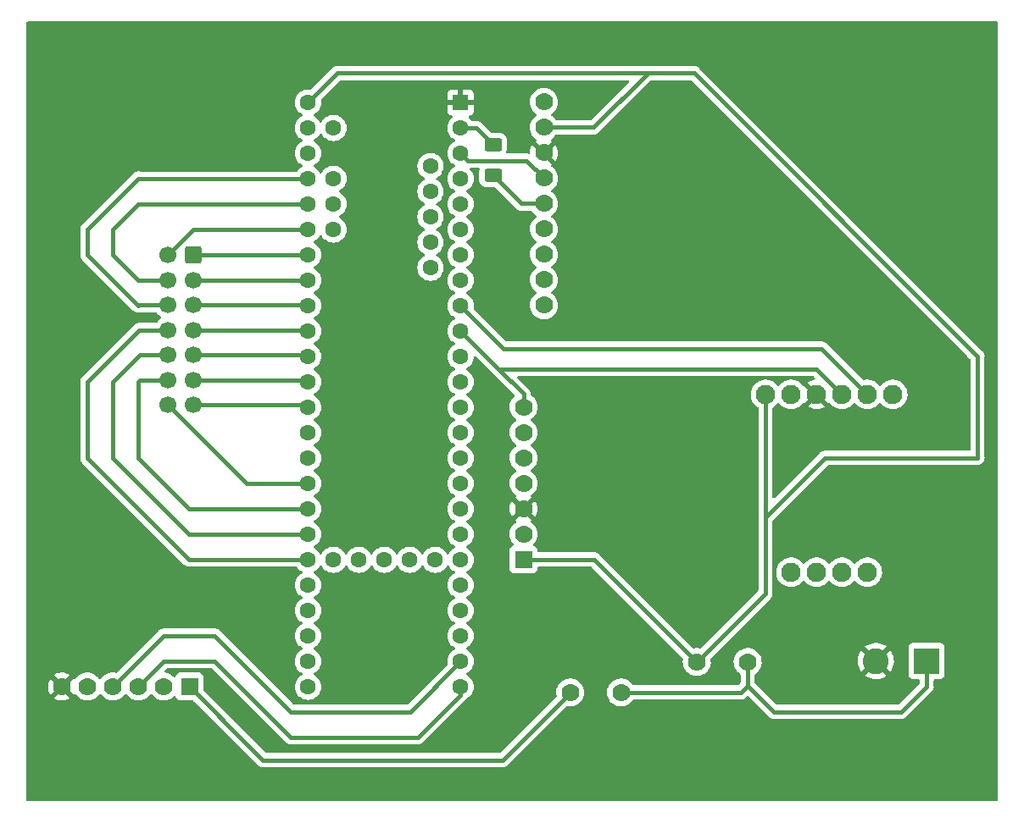
<source format=gbr>
%TF.GenerationSoftware,KiCad,Pcbnew,(6.0.5)*%
%TF.CreationDate,2022-06-23T19:18:52+02:00*%
%TF.ProjectId,odb,6f64622e-6b69-4636-9164-5f7063625858,3*%
%TF.SameCoordinates,Original*%
%TF.FileFunction,Copper,L1,Top*%
%TF.FilePolarity,Positive*%
%FSLAX46Y46*%
G04 Gerber Fmt 4.6, Leading zero omitted, Abs format (unit mm)*
G04 Created by KiCad (PCBNEW (6.0.5)) date 2022-06-23 19:18:52*
%MOMM*%
%LPD*%
G01*
G04 APERTURE LIST*
G04 Aperture macros list*
%AMRoundRect*
0 Rectangle with rounded corners*
0 $1 Rounding radius*
0 $2 $3 $4 $5 $6 $7 $8 $9 X,Y pos of 4 corners*
0 Add a 4 corners polygon primitive as box body*
4,1,4,$2,$3,$4,$5,$6,$7,$8,$9,$2,$3,0*
0 Add four circle primitives for the rounded corners*
1,1,$1+$1,$2,$3*
1,1,$1+$1,$4,$5*
1,1,$1+$1,$6,$7*
1,1,$1+$1,$8,$9*
0 Add four rect primitives between the rounded corners*
20,1,$1+$1,$2,$3,$4,$5,0*
20,1,$1+$1,$4,$5,$6,$7,0*
20,1,$1+$1,$6,$7,$8,$9,0*
20,1,$1+$1,$8,$9,$2,$3,0*%
G04 Aperture macros list end*
%TA.AperFunction,SMDPad,CuDef*%
%ADD10RoundRect,0.250000X0.625000X-0.400000X0.625000X0.400000X-0.625000X0.400000X-0.625000X-0.400000X0*%
%TD*%
%TA.AperFunction,ComponentPad*%
%ADD11C,1.778000*%
%TD*%
%TA.AperFunction,ComponentPad*%
%ADD12R,2.600000X2.600000*%
%TD*%
%TA.AperFunction,ComponentPad*%
%ADD13C,2.600000*%
%TD*%
%TA.AperFunction,ComponentPad*%
%ADD14R,1.600000X1.600000*%
%TD*%
%TA.AperFunction,ComponentPad*%
%ADD15C,1.600000*%
%TD*%
%TA.AperFunction,ComponentPad*%
%ADD16R,1.778000X1.778000*%
%TD*%
%TA.AperFunction,ComponentPad*%
%ADD17RoundRect,0.250000X0.600000X0.600000X-0.600000X0.600000X-0.600000X-0.600000X0.600000X-0.600000X0*%
%TD*%
%TA.AperFunction,ComponentPad*%
%ADD18C,1.700000*%
%TD*%
%TA.AperFunction,ComponentPad*%
%ADD19C,1.930400*%
%TD*%
%TA.AperFunction,Conductor*%
%ADD20C,0.400000*%
%TD*%
G04 APERTURE END LIST*
D10*
%TO.P,R1,1,1*%
%TO.N,Net-(U4-Pad5)*%
X147320000Y-72670000D03*
%TO.P,R1,2,2*%
%TO.N,Net-(U5-Pad2)*%
X147320000Y-69570000D03*
%TD*%
D11*
%TO.P,SW1,1,A*%
%TO.N,Net-(J1-Pad1)*%
X172752000Y-121319500D03*
%TO.P,SW1,2,B*%
%TO.N,+5V*%
X167672000Y-121319500D03*
%TD*%
%TO.P,SW2,1,A*%
%TO.N,Net-(SW2-Pad1)*%
X155035000Y-124365000D03*
%TO.P,SW2,2,B*%
%TO.N,Net-(J1-Pad1)*%
X160115000Y-124365000D03*
%TD*%
D12*
%TO.P,J1,1,Pin_1*%
%TO.N,Net-(J1-Pad1)*%
X190627000Y-121224500D03*
D13*
%TO.P,J1,2,Pin_2*%
%TO.N,GND*%
X185547000Y-121224500D03*
%TD*%
D11*
%TO.P,U4,1,3.3V*%
%TO.N,unconnected-(U4-Pad1)*%
X152400000Y-85644442D03*
%TO.P,U4,2,EN*%
%TO.N,unconnected-(U4-Pad2)*%
X152400000Y-83104442D03*
%TO.P,U4,3,VBAT*%
%TO.N,unconnected-(U4-Pad3)*%
X152400000Y-80564442D03*
%TO.P,U4,4,FIX*%
%TO.N,unconnected-(U4-Pad4)*%
X152400000Y-78024442D03*
%TO.P,U4,5,TX*%
%TO.N,Net-(U4-Pad5)*%
X152400000Y-75484442D03*
%TO.P,U4,6,RX*%
%TO.N,unconnected-(U4-Pad6)*%
X152400000Y-72944442D03*
%TO.P,U4,7,GND*%
%TO.N,GND*%
X152400000Y-70404442D03*
%TO.P,U4,8,VIN*%
%TO.N,+5V*%
X152400000Y-67864442D03*
%TO.P,U4,9,PPS*%
%TO.N,unconnected-(U4-Pad9)*%
X152400000Y-65324442D03*
%TD*%
D14*
%TO.P,U5,1,GND*%
%TO.N,GND*%
X144074067Y-65374442D03*
D15*
%TO.P,U5,2,0_RX1_MOSI1_Touch*%
%TO.N,Net-(U5-Pad2)*%
X144074067Y-67914442D03*
%TO.P,U5,3,1_TX1_MISO1_Touch*%
%TO.N,unconnected-(U4-Pad6)*%
X144074067Y-70454442D03*
%TO.P,U5,4,2_PWM*%
%TO.N,unconnected-(U5-Pad4)*%
X144074067Y-72994442D03*
%TO.P,U5,5,3_PWM_CAN0TX_SCL2*%
%TO.N,unconnected-(U5-Pad5)*%
X144074067Y-75534442D03*
%TO.P,U5,6,4_PWM_CAN0RX_SDA2*%
%TO.N,unconnected-(U5-Pad6)*%
X144074067Y-78074442D03*
%TO.P,U5,7,5_PWM_TX1_MISO1*%
%TO.N,unconnected-(U5-Pad7)*%
X144074067Y-80614442D03*
%TO.P,U5,8,6_PWM*%
%TO.N,unconnected-(U5-Pad8)*%
X144074067Y-83154442D03*
%TO.P,U5,9,7_RX3_MOSI0_SCL0*%
%TO.N,Net-(U2-Pad5)*%
X144074067Y-85694442D03*
%TO.P,U5,10,8_TX3_MISO0_SDA0*%
%TO.N,Net-(U2-Pad4)*%
X144074067Y-88234442D03*
%TO.P,U5,11,9_PWM_RX2_CS0*%
%TO.N,unconnected-(U5-Pad11)*%
X144074067Y-90774442D03*
%TO.P,U5,12,10_PWM_TX2_CS0*%
%TO.N,unconnected-(U5-Pad12)*%
X144074067Y-93314442D03*
%TO.P,U5,13,11_MOSI0*%
%TO.N,unconnected-(U5-Pad13)*%
X144074067Y-95854442D03*
%TO.P,U5,14,12_MISO0*%
%TO.N,unconnected-(U5-Pad14)*%
X144074067Y-98394442D03*
%TO.P,U5,15,3.3V*%
%TO.N,unconnected-(U5-Pad15)*%
X144074067Y-100934442D03*
%TO.P,U5,16,24*%
%TO.N,unconnected-(U5-Pad16)*%
X144074067Y-103474442D03*
%TO.P,U5,17,25*%
%TO.N,unconnected-(U5-Pad17)*%
X144074067Y-106014442D03*
%TO.P,U5,18,26_TX1_SCL2*%
%TO.N,unconnected-(U5-Pad18)*%
X144074067Y-108554442D03*
%TO.P,U5,19,27_RX1_SCK0*%
%TO.N,unconnected-(U5-Pad19)*%
X144074067Y-111094442D03*
%TO.P,U5,20,28_MOSI0*%
%TO.N,unconnected-(U5-Pad20)*%
X144074067Y-113634442D03*
%TO.P,U5,21,29_PWM_CAN0TX_Touch*%
%TO.N,unconnected-(U5-Pad21)*%
X144074067Y-116174442D03*
%TO.P,U5,22,30_PWM_CAN0RX_Touch*%
%TO.N,unconnected-(U5-Pad22)*%
X144074067Y-118714442D03*
%TO.P,U5,23,31_A12_RX4_CS1*%
%TO.N,Net-(U1-Pad4)*%
X144074067Y-121254442D03*
%TO.P,U5,24,32_A13_TX4_SCK1*%
%TO.N,Net-(U1-Pad3)*%
X144074067Y-123794442D03*
%TO.P,U5,25,VBat*%
%TO.N,unconnected-(U5-Pad25)*%
X141534067Y-111094442D03*
%TO.P,U5,26,3.3V*%
%TO.N,unconnected-(U5-Pad26)*%
X138994067Y-111094442D03*
%TO.P,U5,27,GND*%
%TO.N,unconnected-(U5-Pad27)*%
X136454067Y-111094442D03*
%TO.P,U5,28,Program*%
%TO.N,unconnected-(U5-Pad28)*%
X133914067Y-111094442D03*
%TO.P,U5,29,Reset*%
%TO.N,unconnected-(U5-Pad29)*%
X131374067Y-111094442D03*
%TO.P,U5,30,33_A14_TX5_CAN1TX_SCL0*%
%TO.N,unconnected-(U5-Pad30)*%
X128834067Y-123794442D03*
%TO.P,U5,31,34_A15_RX5_CAN1RX_SDA0*%
%TO.N,unconnected-(U5-Pad31)*%
X128834067Y-121254442D03*
%TO.P,U5,32,35_A16_PWM*%
%TO.N,unconnected-(U5-Pad32)*%
X128834067Y-118714442D03*
%TO.P,U5,33,36_A17_PWM*%
%TO.N,unconnected-(U5-Pad33)*%
X128834067Y-116174442D03*
%TO.P,U5,34,37_A18_PWM_SCL1*%
%TO.N,unconnected-(U5-Pad34)*%
X128834067Y-113634442D03*
%TO.P,U5,35,38_A19_PWM_SDA1*%
%TO.N,/A19*%
X128834067Y-111094442D03*
%TO.P,U5,36,39_A20*%
%TO.N,/A20*%
X128834067Y-108554442D03*
%TO.P,U5,37,A21_DAC0*%
%TO.N,/A21*%
X128834067Y-106014442D03*
%TO.P,U5,38,A22_DAC1*%
%TO.N,/A22*%
X128834067Y-103474442D03*
%TO.P,U5,39,GND*%
%TO.N,unconnected-(U5-Pad39)*%
X128834067Y-100934442D03*
%TO.P,U5,40,13_SCK0_LED*%
%TO.N,unconnected-(U5-Pad40)*%
X128834067Y-98394442D03*
%TO.P,U5,41,14_A0_PWM_SCK0*%
%TO.N,/A0*%
X128834067Y-95854442D03*
%TO.P,U5,42,15_A1_CS0_Touch*%
%TO.N,/A1*%
X128834067Y-93314442D03*
%TO.P,U5,43,16_A2_SCL0_Touch*%
%TO.N,/A2*%
X128834067Y-90774442D03*
%TO.P,U5,44,17_A3_SDA0_Touch*%
%TO.N,/A3*%
X128834067Y-88234442D03*
%TO.P,U5,45,18_A4_SDA0_Touch*%
%TO.N,/A4*%
X128834067Y-85694442D03*
%TO.P,U5,46,19_A5_SCL0_Touch*%
%TO.N,/A5*%
X128834067Y-83154442D03*
%TO.P,U5,47,20_A6_PWM_CS0_SCK1*%
%TO.N,/A6*%
X128834067Y-80614442D03*
%TO.P,U5,48,21_A7_PWM_CS0_MOSI1*%
%TO.N,/A7*%
X128834067Y-78074442D03*
%TO.P,U5,49,22_A8_PWM_Touch*%
%TO.N,/A8*%
X128834067Y-75534442D03*
%TO.P,U5,50,23_A9_PWM_Touch*%
%TO.N,/A9*%
X128834067Y-72994442D03*
%TO.P,U5,51,3.3V*%
%TO.N,unconnected-(U5-Pad51)*%
X128834067Y-70454442D03*
%TO.P,U5,52,AGND*%
%TO.N,unconnected-(U5-Pad52)*%
X128834067Y-67914442D03*
%TO.P,U5,53,Vin*%
%TO.N,+5V*%
X128834067Y-65374442D03*
%TO.P,U5,54,VUSB*%
%TO.N,unconnected-(U5-Pad54)*%
X131374067Y-67914442D03*
%TO.P,U5,55,AREF*%
%TO.N,unconnected-(U5-Pad55)*%
X131374067Y-72994442D03*
%TO.P,U5,56,A10*%
%TO.N,unconnected-(U5-Pad56)*%
X131374067Y-75534442D03*
%TO.P,U5,57,A11*%
%TO.N,unconnected-(U5-Pad57)*%
X131374067Y-78074442D03*
%TO.P,U5,58,not_used*%
%TO.N,unconnected-(U5-Pad58)*%
X141074067Y-71724442D03*
%TO.P,U5,59,A26_D-*%
%TO.N,unconnected-(U5-Pad59)*%
X141074067Y-74264442D03*
%TO.P,U5,60,A25_D+*%
%TO.N,unconnected-(U5-Pad60)*%
X141074067Y-76804442D03*
%TO.P,U5,61,GND*%
%TO.N,unconnected-(U5-Pad61)*%
X141074067Y-79344442D03*
%TO.P,U5,62,GND*%
%TO.N,unconnected-(U5-Pad62)*%
X141074067Y-81884442D03*
%TD*%
D16*
%TO.P,U1,1,VDD*%
%TO.N,Net-(SW2-Pad1)*%
X117007000Y-123764500D03*
D11*
%TO.P,U1,2,NRST*%
%TO.N,unconnected-(U1-Pad2)*%
X114427000Y-123764500D03*
%TO.P,U1,3,RXD*%
%TO.N,Net-(U1-Pad3)*%
X111887000Y-123764500D03*
%TO.P,U1,4,TXD*%
%TO.N,Net-(U1-Pad4)*%
X109347000Y-123764500D03*
%TO.P,U1,5,NC*%
%TO.N,unconnected-(U1-Pad5)*%
X106807000Y-123764500D03*
%TO.P,U1,6,GND*%
%TO.N,GND*%
X104267000Y-123764500D03*
%TD*%
D17*
%TO.P,J2,1,Pin_1*%
%TO.N,/A6*%
X117345094Y-80624500D03*
D18*
%TO.P,J2,2,Pin_2*%
%TO.N,/A5*%
X117345094Y-83124500D03*
%TO.P,J2,3,Pin_3*%
%TO.N,/A4*%
X117345094Y-85624500D03*
%TO.P,J2,4,Pin_4*%
%TO.N,/A3*%
X117345094Y-88124500D03*
%TO.P,J2,5,Pin_5*%
%TO.N,/A2*%
X117345094Y-90624500D03*
%TO.P,J2,6,Pin_6*%
%TO.N,/A1*%
X117345094Y-93124500D03*
%TO.P,J2,7,Pin_7*%
%TO.N,/A0*%
X117345094Y-95624500D03*
%TO.P,J2,8,Pin_8*%
%TO.N,/A7*%
X114845094Y-80624500D03*
%TO.P,J2,9,Pin_9*%
%TO.N,/A8*%
X114845094Y-83124500D03*
%TO.P,J2,10,Pin_10*%
%TO.N,/A9*%
X114845094Y-85624500D03*
%TO.P,J2,11,Pin_11*%
%TO.N,/A19*%
X114845094Y-88124500D03*
%TO.P,J2,12,Pin_12*%
%TO.N,/A20*%
X114845094Y-90624500D03*
%TO.P,J2,13,Pin_13*%
%TO.N,/A21*%
X114845094Y-93124500D03*
%TO.P,J2,14,Pin_14*%
%TO.N,/A22*%
X114845094Y-95624500D03*
%TD*%
D16*
%TO.P,U3,1,Vdd*%
%TO.N,+5V*%
X150368000Y-111064500D03*
D11*
%TO.P,U3,2,CAP*%
%TO.N,unconnected-(U3-Pad2)*%
X150368000Y-108524500D03*
%TO.P,U3,3,GND*%
%TO.N,GND*%
X150368000Y-105984500D03*
%TO.P,U3,4,Vddio*%
%TO.N,unconnected-(U3-Pad4)*%
X150368000Y-103444500D03*
%TO.P,U3,5,INT2*%
%TO.N,unconnected-(U3-Pad5)*%
X150368000Y-100904500D03*
%TO.P,U3,6,INT1*%
%TO.N,unconnected-(U3-Pad6)*%
X150368000Y-98364500D03*
%TO.P,U3,7,SDA*%
%TO.N,Net-(U2-Pad4)*%
X150368000Y-95824500D03*
%TD*%
D19*
%TO.P,U2,1,VIN*%
%TO.N,+5V*%
X174535094Y-94554500D03*
%TO.P,U2,1b*%
%TO.N,N/C*%
X177075094Y-112334500D03*
%TO.P,U2,2,3.3V*%
%TO.N,unconnected-(U2-Pad2)*%
X177075094Y-94554500D03*
%TO.P,U2,2b*%
%TO.N,N/C*%
X179615094Y-112334500D03*
%TO.P,U2,3,GND*%
%TO.N,GND*%
X179615094Y-94554500D03*
%TO.P,U2,3b*%
%TO.N,N/C*%
X182155094Y-112334500D03*
%TO.P,U2,4,SDA*%
%TO.N,Net-(U2-Pad4)*%
X182155094Y-94554500D03*
%TO.P,U2,4b*%
%TO.N,N/C*%
X184695094Y-112334500D03*
%TO.P,U2,5,SCL*%
%TO.N,Net-(U2-Pad5)*%
X184695094Y-94554500D03*
%TO.P,U2,6,RST*%
%TO.N,unconnected-(U2-Pad6)*%
X187235094Y-94554500D03*
%TD*%
D20*
%TO.N,Net-(J1-Pad1)*%
X172056500Y-124365000D02*
X160115000Y-124365000D01*
X175387000Y-126304500D02*
X188087000Y-126304500D01*
X172752000Y-123669500D02*
X172056500Y-124365000D01*
X190627000Y-123764500D02*
X190627000Y-121224500D01*
X188087000Y-126304500D02*
X190627000Y-123764500D01*
X172752000Y-123669500D02*
X175387000Y-126304500D01*
X172752000Y-121319500D02*
X172752000Y-123669500D01*
%TO.N,/A6*%
X117345094Y-80624500D02*
X117355152Y-80614442D01*
X117355152Y-80614442D02*
X128834067Y-80614442D01*
%TO.N,/A5*%
X117345094Y-83124500D02*
X128804125Y-83124500D01*
X128804125Y-83124500D02*
X128834067Y-83154442D01*
%TO.N,/A4*%
X128764125Y-85624500D02*
X128834067Y-85694442D01*
X117345094Y-85624500D02*
X128764125Y-85624500D01*
%TO.N,/A3*%
X128724125Y-88124500D02*
X128834067Y-88234442D01*
X117345094Y-88124500D02*
X128724125Y-88124500D01*
%TO.N,/A2*%
X117345094Y-90624500D02*
X128684125Y-90624500D01*
X128684125Y-90624500D02*
X128834067Y-90774442D01*
%TO.N,/A1*%
X117345094Y-93124500D02*
X128644125Y-93124500D01*
X128644125Y-93124500D02*
X128834067Y-93314442D01*
%TO.N,/A0*%
X128604125Y-95624500D02*
X128834067Y-95854442D01*
X117345094Y-95624500D02*
X128604125Y-95624500D01*
%TO.N,/A7*%
X117395152Y-78074442D02*
X128834067Y-78074442D01*
X114845094Y-80624500D02*
X117395152Y-78074442D01*
%TO.N,/A8*%
X114845094Y-83124500D02*
X111887000Y-83124500D01*
X109347000Y-78044500D02*
X111857058Y-75534442D01*
X111887000Y-83124500D02*
X109347000Y-80584500D01*
X111857058Y-75534442D02*
X128834067Y-75534442D01*
X109347000Y-80584500D02*
X109347000Y-78044500D01*
%TO.N,/A9*%
X114845094Y-85624500D02*
X111927000Y-85624500D01*
X111887000Y-72964500D02*
X111916942Y-72994442D01*
X111927000Y-85624500D02*
X111887000Y-85664500D01*
X111887000Y-85664500D02*
X106807000Y-80584500D01*
X111916942Y-72994442D02*
X128834067Y-72994442D01*
X106807000Y-78044500D02*
X111887000Y-72964500D01*
X106807000Y-80584500D02*
X106807000Y-78044500D01*
%TO.N,/A19*%
X116996942Y-111094442D02*
X128834067Y-111094442D01*
X114845094Y-88124500D02*
X111967000Y-88124500D01*
X106807000Y-93284500D02*
X106807000Y-100904500D01*
X106807000Y-100904500D02*
X116996942Y-111094442D01*
X111967000Y-88124500D02*
X106807000Y-93284500D01*
%TO.N,/A20*%
X112007000Y-90624500D02*
X114845094Y-90624500D01*
X128834067Y-108554442D02*
X116996942Y-108554442D01*
X109347000Y-93284500D02*
X112007000Y-90624500D01*
X116996942Y-108554442D02*
X109347000Y-100904500D01*
X109347000Y-100904500D02*
X109347000Y-93284500D01*
%TO.N,/A21*%
X112047000Y-93124500D02*
X111887000Y-93284500D01*
X114845094Y-93124500D02*
X112047000Y-93124500D01*
X111887000Y-93284500D02*
X111887000Y-100904500D01*
X116996942Y-106014442D02*
X128834067Y-106014442D01*
X111887000Y-100904500D02*
X116996942Y-106014442D01*
%TO.N,/A22*%
X122695036Y-103474442D02*
X128834067Y-103474442D01*
X114845094Y-95624500D02*
X122695036Y-103474442D01*
%TO.N,+5V*%
X157417000Y-111064500D02*
X163862000Y-117509500D01*
X162814000Y-62423500D02*
X167386000Y-62423500D01*
X174535094Y-106836406D02*
X174535094Y-114456406D01*
X180467000Y-100904500D02*
X174535094Y-106836406D01*
X152400000Y-67864442D02*
X157373058Y-67864442D01*
X167386000Y-62423500D02*
X195707000Y-90744500D01*
X128834067Y-65374442D02*
X131551504Y-62657004D01*
X195707000Y-100904500D02*
X180467000Y-100904500D01*
X131551504Y-62657004D02*
X131785008Y-62423500D01*
X174535094Y-94554500D02*
X174535094Y-106836406D01*
X195707000Y-90744500D02*
X195707000Y-100904500D01*
X150368000Y-111064500D02*
X157417000Y-111064500D01*
X157373058Y-67864442D02*
X162814000Y-62423500D01*
X131785008Y-62423500D02*
X162814000Y-62423500D01*
X174535094Y-114456406D02*
X167672000Y-121319500D01*
X163862000Y-117509500D02*
X167672000Y-121319500D01*
%TO.N,Net-(SW2-Pad1)*%
X117007000Y-123764500D02*
X117007000Y-123804500D01*
X124342694Y-131117980D02*
X145173520Y-131117980D01*
X148282020Y-131117980D02*
X147320000Y-131117980D01*
X123328107Y-130103393D02*
X124342694Y-131117980D01*
X155035000Y-124365000D02*
X148282020Y-131117980D01*
X147320000Y-131117980D02*
X144780000Y-131117980D01*
X117007000Y-123804500D02*
X123317000Y-130114500D01*
%TO.N,Net-(U1-Pad3)*%
X114427000Y-121224500D02*
X119507000Y-121224500D01*
X119507000Y-121224500D02*
X127127000Y-128844500D01*
X111887000Y-123764500D02*
X114427000Y-121224500D01*
X144074067Y-124597433D02*
X144074067Y-123794442D01*
X139827000Y-128844500D02*
X144074067Y-124597433D01*
X127127000Y-128844500D02*
X139827000Y-128844500D01*
%TO.N,Net-(U1-Pad4)*%
X119526256Y-118684500D02*
X127146256Y-126304500D01*
X127146256Y-126304500D02*
X139024009Y-126304500D01*
X109347000Y-123764500D02*
X114427000Y-118684500D01*
X114427000Y-118684500D02*
X119526256Y-118684500D01*
X139024009Y-126304500D02*
X144074067Y-121254442D01*
%TO.N,Net-(U2-Pad4)*%
X150368000Y-95824500D02*
X150368000Y-94528375D01*
X179615094Y-92014500D02*
X147854125Y-92014500D01*
X147854125Y-92014500D02*
X144074067Y-88234442D01*
X182155094Y-94554500D02*
X179615094Y-92014500D01*
X150368000Y-94528375D02*
X147854125Y-92014500D01*
%TO.N,Net-(U2-Pad5)*%
X180123094Y-89982500D02*
X148362125Y-89982500D01*
X148362125Y-89982500D02*
X144074067Y-85694442D01*
X184695094Y-94554500D02*
X180123094Y-89982500D01*
%TO.N,Net-(U4-Pad5)*%
X147320000Y-72670000D02*
X150134442Y-75484442D01*
X150134442Y-75484442D02*
X152400000Y-75484442D01*
%TO.N,Net-(U5-Pad2)*%
X145664442Y-67914442D02*
X147320000Y-69570000D01*
X144074067Y-67914442D02*
X145664442Y-67914442D01*
%TO.N,unconnected-(U4-Pad6)*%
X144806125Y-71186500D02*
X150642058Y-71186500D01*
X144074067Y-70454442D02*
X144806125Y-71186500D01*
X150642058Y-71186500D02*
X152400000Y-72944442D01*
%TD*%
%TA.AperFunction,Conductor*%
%TO.N,GND*%
G36*
X197680621Y-57297502D02*
G01*
X197727114Y-57351158D01*
X197738500Y-57403500D01*
X197738500Y-135134500D01*
X197718498Y-135202621D01*
X197664842Y-135249114D01*
X197612500Y-135260500D01*
X100837500Y-135260500D01*
X100769379Y-135240498D01*
X100722886Y-135186842D01*
X100711500Y-135134500D01*
X100711500Y-124917865D01*
X103478464Y-124917865D01*
X103483745Y-124924920D01*
X103656846Y-125026071D01*
X103666132Y-125030521D01*
X103871083Y-125108783D01*
X103880981Y-125111659D01*
X104095962Y-125155397D01*
X104106190Y-125156616D01*
X104325425Y-125164656D01*
X104335711Y-125164189D01*
X104553320Y-125136313D01*
X104563398Y-125134171D01*
X104773527Y-125071129D01*
X104783125Y-125067368D01*
X104980138Y-124970852D01*
X104988983Y-124965579D01*
X105044209Y-124926186D01*
X105052609Y-124915487D01*
X105045622Y-124902333D01*
X104279811Y-124136521D01*
X104265868Y-124128908D01*
X104264034Y-124129039D01*
X104257420Y-124133290D01*
X103485221Y-124905490D01*
X103478464Y-124917865D01*
X100711500Y-124917865D01*
X100711500Y-123735407D01*
X102865927Y-123735407D01*
X102878557Y-123954432D01*
X102879990Y-123964634D01*
X102928219Y-124178643D01*
X102931302Y-124188483D01*
X103013837Y-124391740D01*
X103018490Y-124400951D01*
X103105098Y-124542280D01*
X103115555Y-124551741D01*
X103124331Y-124547958D01*
X103894979Y-123777311D01*
X103901356Y-123765632D01*
X104631408Y-123765632D01*
X104631539Y-123767466D01*
X104635790Y-123774080D01*
X105405425Y-124543714D01*
X105417431Y-124550270D01*
X105429169Y-124541303D01*
X105434403Y-124534018D01*
X105490397Y-124490370D01*
X105561101Y-124483923D01*
X105624066Y-124516725D01*
X105644160Y-124541708D01*
X105675408Y-124592700D01*
X105825869Y-124766398D01*
X105829844Y-124769698D01*
X105829847Y-124769701D01*
X105888635Y-124818507D01*
X106002679Y-124913189D01*
X106201090Y-125029131D01*
X106205910Y-125030971D01*
X106205915Y-125030974D01*
X106324929Y-125076420D01*
X106415774Y-125111110D01*
X106420842Y-125112141D01*
X106420845Y-125112142D01*
X106531534Y-125134662D01*
X106640963Y-125156926D01*
X106646136Y-125157116D01*
X106646139Y-125157116D01*
X106865448Y-125165157D01*
X106865452Y-125165157D01*
X106870612Y-125165346D01*
X106875732Y-125164690D01*
X106875734Y-125164690D01*
X107093425Y-125136804D01*
X107093428Y-125136803D01*
X107098552Y-125136147D01*
X107105139Y-125134171D01*
X107313710Y-125071596D01*
X107318663Y-125070110D01*
X107525033Y-124969011D01*
X107529845Y-124965579D01*
X107707916Y-124838562D01*
X107712119Y-124835564D01*
X107755024Y-124792809D01*
X107871237Y-124677000D01*
X107874898Y-124673352D01*
X107877912Y-124669158D01*
X107877921Y-124669147D01*
X107974689Y-124534480D01*
X108030683Y-124490832D01*
X108101387Y-124484386D01*
X108164351Y-124517189D01*
X108184444Y-124542172D01*
X108212707Y-124588294D01*
X108212711Y-124588299D01*
X108215408Y-124592700D01*
X108365869Y-124766398D01*
X108369844Y-124769698D01*
X108369847Y-124769701D01*
X108428635Y-124818507D01*
X108542679Y-124913189D01*
X108741090Y-125029131D01*
X108745910Y-125030971D01*
X108745915Y-125030974D01*
X108864929Y-125076420D01*
X108955774Y-125111110D01*
X108960842Y-125112141D01*
X108960845Y-125112142D01*
X109071534Y-125134662D01*
X109180963Y-125156926D01*
X109186136Y-125157116D01*
X109186139Y-125157116D01*
X109405448Y-125165157D01*
X109405452Y-125165157D01*
X109410612Y-125165346D01*
X109415732Y-125164690D01*
X109415734Y-125164690D01*
X109633425Y-125136804D01*
X109633428Y-125136803D01*
X109638552Y-125136147D01*
X109645139Y-125134171D01*
X109853710Y-125071596D01*
X109858663Y-125070110D01*
X110065033Y-124969011D01*
X110069845Y-124965579D01*
X110247916Y-124838562D01*
X110252119Y-124835564D01*
X110295024Y-124792809D01*
X110411237Y-124677000D01*
X110414898Y-124673352D01*
X110417912Y-124669158D01*
X110417921Y-124669147D01*
X110514689Y-124534480D01*
X110570683Y-124490832D01*
X110641387Y-124484386D01*
X110704351Y-124517189D01*
X110724444Y-124542172D01*
X110752707Y-124588294D01*
X110752711Y-124588299D01*
X110755408Y-124592700D01*
X110905869Y-124766398D01*
X110909844Y-124769698D01*
X110909847Y-124769701D01*
X110968635Y-124818507D01*
X111082679Y-124913189D01*
X111281090Y-125029131D01*
X111285910Y-125030971D01*
X111285915Y-125030974D01*
X111404929Y-125076420D01*
X111495774Y-125111110D01*
X111500842Y-125112141D01*
X111500845Y-125112142D01*
X111611534Y-125134662D01*
X111720963Y-125156926D01*
X111726136Y-125157116D01*
X111726139Y-125157116D01*
X111945448Y-125165157D01*
X111945452Y-125165157D01*
X111950612Y-125165346D01*
X111955732Y-125164690D01*
X111955734Y-125164690D01*
X112173425Y-125136804D01*
X112173428Y-125136803D01*
X112178552Y-125136147D01*
X112185139Y-125134171D01*
X112393710Y-125071596D01*
X112398663Y-125070110D01*
X112605033Y-124969011D01*
X112609845Y-124965579D01*
X112787916Y-124838562D01*
X112792119Y-124835564D01*
X112835024Y-124792809D01*
X112951237Y-124677000D01*
X112954898Y-124673352D01*
X112957912Y-124669158D01*
X112957921Y-124669147D01*
X113054689Y-124534480D01*
X113110683Y-124490832D01*
X113181387Y-124484386D01*
X113244351Y-124517189D01*
X113264444Y-124542172D01*
X113292707Y-124588294D01*
X113292711Y-124588299D01*
X113295408Y-124592700D01*
X113445869Y-124766398D01*
X113449844Y-124769698D01*
X113449847Y-124769701D01*
X113508635Y-124818507D01*
X113622679Y-124913189D01*
X113821090Y-125029131D01*
X113825910Y-125030971D01*
X113825915Y-125030974D01*
X113944929Y-125076420D01*
X114035774Y-125111110D01*
X114040842Y-125112141D01*
X114040845Y-125112142D01*
X114151534Y-125134662D01*
X114260963Y-125156926D01*
X114266136Y-125157116D01*
X114266139Y-125157116D01*
X114485448Y-125165157D01*
X114485452Y-125165157D01*
X114490612Y-125165346D01*
X114495732Y-125164690D01*
X114495734Y-125164690D01*
X114713425Y-125136804D01*
X114713428Y-125136803D01*
X114718552Y-125136147D01*
X114725139Y-125134171D01*
X114933710Y-125071596D01*
X114938663Y-125070110D01*
X115145033Y-124969011D01*
X115149845Y-124965579D01*
X115327916Y-124838562D01*
X115332119Y-124835564D01*
X115375024Y-124792809D01*
X115420202Y-124747788D01*
X115482574Y-124713872D01*
X115553381Y-124719060D01*
X115610142Y-124761706D01*
X115627124Y-124792809D01*
X115667385Y-124900205D01*
X115754739Y-125016761D01*
X115871295Y-125104115D01*
X116007684Y-125155245D01*
X116069866Y-125162000D01*
X117310340Y-125162000D01*
X117378461Y-125182002D01*
X117399435Y-125198905D01*
X122846423Y-130645893D01*
X122849400Y-130648227D01*
X122943345Y-130721890D01*
X122954693Y-130731949D01*
X123821244Y-131598500D01*
X123827098Y-131604765D01*
X123865133Y-131648365D01*
X123871351Y-131652735D01*
X123917391Y-131685092D01*
X123922687Y-131689025D01*
X123972976Y-131728457D01*
X123979898Y-131731582D01*
X123982146Y-131732944D01*
X123996879Y-131741348D01*
X123999218Y-131742602D01*
X124005433Y-131746970D01*
X124012509Y-131749729D01*
X124012513Y-131749731D01*
X124064963Y-131770180D01*
X124071028Y-131772729D01*
X124129267Y-131799025D01*
X124136732Y-131800409D01*
X124139276Y-131801206D01*
X124155542Y-131805839D01*
X124158122Y-131806501D01*
X124165203Y-131809262D01*
X124172736Y-131810254D01*
X124172737Y-131810254D01*
X124185955Y-131811994D01*
X124228551Y-131817602D01*
X124235049Y-131818630D01*
X124297881Y-131830276D01*
X124305461Y-131829839D01*
X124305462Y-131829839D01*
X124360092Y-131826689D01*
X124367345Y-131826480D01*
X148253108Y-131826480D01*
X148261678Y-131826772D01*
X148311796Y-131830189D01*
X148311800Y-131830189D01*
X148319372Y-131830705D01*
X148326849Y-131829400D01*
X148326850Y-131829400D01*
X148353328Y-131824779D01*
X148382323Y-131819718D01*
X148388841Y-131818757D01*
X148452262Y-131811082D01*
X148459363Y-131808399D01*
X148461972Y-131807758D01*
X148478282Y-131803295D01*
X148480818Y-131802530D01*
X148488304Y-131801223D01*
X148546820Y-131775536D01*
X148552924Y-131773045D01*
X148557339Y-131771377D01*
X148612676Y-131750467D01*
X148618939Y-131746163D01*
X148621305Y-131744926D01*
X148636117Y-131736681D01*
X148638371Y-131735348D01*
X148645325Y-131732295D01*
X148696022Y-131693393D01*
X148701352Y-131689521D01*
X148747740Y-131657641D01*
X148747745Y-131657636D01*
X148754001Y-131653337D01*
X148795456Y-131606809D01*
X148800436Y-131601534D01*
X154634611Y-125767359D01*
X154696923Y-125733333D01*
X154748823Y-125732983D01*
X154868963Y-125757426D01*
X154874136Y-125757616D01*
X154874139Y-125757616D01*
X155093448Y-125765657D01*
X155093452Y-125765657D01*
X155098612Y-125765846D01*
X155103732Y-125765190D01*
X155103734Y-125765190D01*
X155321425Y-125737304D01*
X155321428Y-125737303D01*
X155326552Y-125736647D01*
X155546663Y-125670610D01*
X155753033Y-125569511D01*
X155940119Y-125436064D01*
X156102898Y-125273852D01*
X156236997Y-125087233D01*
X156251395Y-125058102D01*
X156317217Y-124924920D01*
X156338816Y-124881217D01*
X156365677Y-124792809D01*
X156404117Y-124666291D01*
X156404118Y-124666285D01*
X156405621Y-124661339D01*
X156425036Y-124513866D01*
X156435179Y-124436823D01*
X156435179Y-124436819D01*
X156435616Y-124433502D01*
X156435698Y-124430150D01*
X156437208Y-124368365D01*
X156437208Y-124368361D01*
X156437290Y-124365000D01*
X156434473Y-124330739D01*
X158713129Y-124330739D01*
X158726357Y-124560161D01*
X158727492Y-124565198D01*
X158727493Y-124565204D01*
X158775741Y-124779297D01*
X158776878Y-124784342D01*
X158863336Y-124997261D01*
X158866033Y-125001662D01*
X158866034Y-125001664D01*
X158965630Y-125164189D01*
X158983408Y-125193200D01*
X159133869Y-125366898D01*
X159310679Y-125513689D01*
X159509090Y-125629631D01*
X159513910Y-125631471D01*
X159513915Y-125631474D01*
X159620296Y-125672096D01*
X159723774Y-125711610D01*
X159728842Y-125712641D01*
X159728845Y-125712642D01*
X159828824Y-125732983D01*
X159948963Y-125757426D01*
X159954136Y-125757616D01*
X159954139Y-125757616D01*
X160173448Y-125765657D01*
X160173452Y-125765657D01*
X160178612Y-125765846D01*
X160183732Y-125765190D01*
X160183734Y-125765190D01*
X160401425Y-125737304D01*
X160401428Y-125737303D01*
X160406552Y-125736647D01*
X160626663Y-125670610D01*
X160833033Y-125569511D01*
X161020119Y-125436064D01*
X161182898Y-125273852D01*
X161266918Y-125156926D01*
X161289159Y-125125974D01*
X161345154Y-125082326D01*
X161391482Y-125073500D01*
X172027588Y-125073500D01*
X172036158Y-125073792D01*
X172086276Y-125077209D01*
X172086280Y-125077209D01*
X172093852Y-125077725D01*
X172101329Y-125076420D01*
X172101330Y-125076420D01*
X172145128Y-125068776D01*
X172156803Y-125066738D01*
X172163321Y-125065777D01*
X172226742Y-125058102D01*
X172233843Y-125055419D01*
X172236452Y-125054778D01*
X172252762Y-125050315D01*
X172255298Y-125049550D01*
X172262784Y-125048243D01*
X172321300Y-125022556D01*
X172327404Y-125020065D01*
X172334357Y-125017438D01*
X172387156Y-124997487D01*
X172393419Y-124993183D01*
X172395785Y-124991946D01*
X172410597Y-124983701D01*
X172412851Y-124982368D01*
X172419805Y-124979315D01*
X172470502Y-124940413D01*
X172475832Y-124936541D01*
X172522220Y-124904661D01*
X172522225Y-124904656D01*
X172528481Y-124900357D01*
X172569936Y-124853829D01*
X172574916Y-124848554D01*
X172662905Y-124760565D01*
X172725217Y-124726539D01*
X172796032Y-124731604D01*
X172841095Y-124760565D01*
X174865550Y-126785020D01*
X174871404Y-126791285D01*
X174909439Y-126834885D01*
X174915657Y-126839255D01*
X174961697Y-126871612D01*
X174966993Y-126875545D01*
X175017282Y-126914977D01*
X175024204Y-126918102D01*
X175026452Y-126919464D01*
X175041185Y-126927868D01*
X175043524Y-126929122D01*
X175049739Y-126933490D01*
X175056815Y-126936249D01*
X175056819Y-126936251D01*
X175109269Y-126956700D01*
X175115334Y-126959249D01*
X175173573Y-126985545D01*
X175181038Y-126986929D01*
X175183582Y-126987726D01*
X175199848Y-126992359D01*
X175202428Y-126993021D01*
X175209509Y-126995782D01*
X175217042Y-126996774D01*
X175217043Y-126996774D01*
X175230261Y-126998514D01*
X175272857Y-127004122D01*
X175279355Y-127005150D01*
X175342187Y-127016796D01*
X175349767Y-127016359D01*
X175349768Y-127016359D01*
X175404398Y-127013209D01*
X175411651Y-127013000D01*
X188058088Y-127013000D01*
X188066658Y-127013292D01*
X188116776Y-127016709D01*
X188116780Y-127016709D01*
X188124352Y-127017225D01*
X188131829Y-127015920D01*
X188131830Y-127015920D01*
X188158308Y-127011299D01*
X188187303Y-127006238D01*
X188193821Y-127005277D01*
X188257242Y-126997602D01*
X188264343Y-126994919D01*
X188266952Y-126994278D01*
X188283262Y-126989815D01*
X188285798Y-126989050D01*
X188293284Y-126987743D01*
X188351800Y-126962056D01*
X188357904Y-126959565D01*
X188362319Y-126957897D01*
X188417656Y-126936987D01*
X188423919Y-126932683D01*
X188426285Y-126931446D01*
X188441097Y-126923201D01*
X188443351Y-126921868D01*
X188450305Y-126918815D01*
X188501002Y-126879913D01*
X188506332Y-126876041D01*
X188552720Y-126844161D01*
X188552725Y-126844156D01*
X188558981Y-126839857D01*
X188600436Y-126793329D01*
X188605416Y-126788054D01*
X191107528Y-124285943D01*
X191113793Y-124280089D01*
X191151664Y-124247052D01*
X191151665Y-124247051D01*
X191157385Y-124242061D01*
X191194136Y-124189771D01*
X191198028Y-124184529D01*
X191237476Y-124134218D01*
X191240600Y-124127299D01*
X191241988Y-124125007D01*
X191250357Y-124110335D01*
X191251622Y-124107975D01*
X191255990Y-124101761D01*
X191279203Y-124042223D01*
X191281759Y-124036142D01*
X191304918Y-123984852D01*
X191308045Y-123977927D01*
X191309430Y-123970454D01*
X191310234Y-123967888D01*
X191314855Y-123951665D01*
X191315520Y-123949073D01*
X191318282Y-123941991D01*
X191326622Y-123878639D01*
X191327654Y-123872123D01*
X191337911Y-123816781D01*
X191339295Y-123809314D01*
X191337550Y-123779040D01*
X191335709Y-123747120D01*
X191335500Y-123739867D01*
X191335500Y-123159000D01*
X191355502Y-123090879D01*
X191409158Y-123044386D01*
X191461500Y-123033000D01*
X191975134Y-123033000D01*
X192037316Y-123026245D01*
X192173705Y-122975115D01*
X192290261Y-122887761D01*
X192377615Y-122771205D01*
X192428745Y-122634816D01*
X192435500Y-122572634D01*
X192435500Y-119876366D01*
X192428745Y-119814184D01*
X192377615Y-119677795D01*
X192290261Y-119561239D01*
X192173705Y-119473885D01*
X192037316Y-119422755D01*
X191975134Y-119416000D01*
X189278866Y-119416000D01*
X189216684Y-119422755D01*
X189080295Y-119473885D01*
X188963739Y-119561239D01*
X188876385Y-119677795D01*
X188825255Y-119814184D01*
X188818500Y-119876366D01*
X188818500Y-122572634D01*
X188825255Y-122634816D01*
X188876385Y-122771205D01*
X188963739Y-122887761D01*
X189080295Y-122975115D01*
X189216684Y-123026245D01*
X189278866Y-123033000D01*
X189792500Y-123033000D01*
X189860621Y-123053002D01*
X189907114Y-123106658D01*
X189918500Y-123159000D01*
X189918500Y-123418840D01*
X189898498Y-123486961D01*
X189881595Y-123507935D01*
X187830435Y-125559095D01*
X187768123Y-125593121D01*
X187741340Y-125596000D01*
X175732660Y-125596000D01*
X175664539Y-125575998D01*
X175643565Y-125559095D01*
X173497405Y-123412935D01*
X173463379Y-123350623D01*
X173460500Y-123323840D01*
X173460500Y-122669406D01*
X184466839Y-122669406D01*
X184475553Y-122680927D01*
X184582452Y-122759309D01*
X184590351Y-122764245D01*
X184819905Y-122885019D01*
X184828454Y-122888736D01*
X185073327Y-122974249D01*
X185082336Y-122976663D01*
X185337166Y-123025044D01*
X185346423Y-123026098D01*
X185605607Y-123036283D01*
X185614921Y-123035957D01*
X185872753Y-123007720D01*
X185881930Y-123006019D01*
X186132758Y-122939981D01*
X186141574Y-122936945D01*
X186379880Y-122834562D01*
X186388167Y-122830248D01*
X186608718Y-122693766D01*
X186616268Y-122688280D01*
X186621559Y-122683801D01*
X186629997Y-122670997D01*
X186623935Y-122660645D01*
X185559812Y-121596522D01*
X185545868Y-121588908D01*
X185544035Y-121589039D01*
X185537420Y-121593290D01*
X184473497Y-122657213D01*
X184466839Y-122669406D01*
X173460500Y-122669406D01*
X173460500Y-122595706D01*
X173480502Y-122527585D01*
X173513331Y-122493127D01*
X173652916Y-122393562D01*
X173657119Y-122390564D01*
X173677917Y-122369839D01*
X173816237Y-122232000D01*
X173819898Y-122228352D01*
X173838544Y-122202404D01*
X173950979Y-122045933D01*
X173953997Y-122041733D01*
X173989497Y-121969905D01*
X174053522Y-121840358D01*
X174055816Y-121835717D01*
X174071739Y-121783308D01*
X174121117Y-121620791D01*
X174121118Y-121620785D01*
X174122621Y-121615839D01*
X174152616Y-121388002D01*
X174154290Y-121319500D01*
X174145426Y-121211688D01*
X174142962Y-121181711D01*
X183734775Y-121181711D01*
X183747220Y-121440788D01*
X183748356Y-121450043D01*
X183798961Y-121704445D01*
X183801449Y-121713417D01*
X183889095Y-121957533D01*
X183892895Y-121966068D01*
X184015658Y-122194542D01*
X184020666Y-122202404D01*
X184090720Y-122296216D01*
X184101979Y-122304665D01*
X184114397Y-122297893D01*
X185174978Y-121237312D01*
X185181356Y-121225632D01*
X185911408Y-121225632D01*
X185911539Y-121227465D01*
X185915790Y-121234080D01*
X186983094Y-122301384D01*
X186995474Y-122308144D01*
X187003815Y-122301900D01*
X187137832Y-122093548D01*
X187142275Y-122085364D01*
X187248807Y-121848870D01*
X187251997Y-121840105D01*
X187322402Y-121590472D01*
X187324262Y-121581330D01*
X187357187Y-121322519D01*
X187357668Y-121316233D01*
X187359987Y-121227660D01*
X187359836Y-121221351D01*
X187340501Y-120961163D01*
X187339125Y-120951957D01*
X187281878Y-120698967D01*
X187279154Y-120690056D01*
X187185143Y-120448306D01*
X187181132Y-120439897D01*
X187052422Y-120214702D01*
X187047211Y-120206976D01*
X187003996Y-120152158D01*
X186992071Y-120143687D01*
X186980537Y-120150173D01*
X185919022Y-121211688D01*
X185911408Y-121225632D01*
X185181356Y-121225632D01*
X185182592Y-121223368D01*
X185182461Y-121221535D01*
X185178210Y-121214920D01*
X184112816Y-120149526D01*
X184099507Y-120142258D01*
X184089472Y-120149378D01*
X184073937Y-120168056D01*
X184068531Y-120175635D01*
X183933965Y-120397391D01*
X183929736Y-120405692D01*
X183829432Y-120644889D01*
X183826471Y-120653739D01*
X183762628Y-120905125D01*
X183761006Y-120914322D01*
X183735020Y-121172385D01*
X183734775Y-121181711D01*
X174142962Y-121181711D01*
X174135884Y-121095621D01*
X174135883Y-121095615D01*
X174135460Y-121090470D01*
X174079477Y-120867590D01*
X173987843Y-120656847D01*
X173980107Y-120644889D01*
X173865830Y-120468243D01*
X173865828Y-120468240D01*
X173863020Y-120463900D01*
X173802502Y-120397391D01*
X173711837Y-120297752D01*
X173711835Y-120297751D01*
X173708359Y-120293930D01*
X173704308Y-120290731D01*
X173704304Y-120290727D01*
X173532073Y-120154708D01*
X173528015Y-120151503D01*
X173326831Y-120040443D01*
X173209611Y-119998933D01*
X173115084Y-119965459D01*
X173115080Y-119965458D01*
X173110209Y-119963733D01*
X173105116Y-119962826D01*
X173105113Y-119962825D01*
X172889056Y-119924339D01*
X172889050Y-119924338D01*
X172883967Y-119923433D01*
X172810784Y-119922539D01*
X172659351Y-119920689D01*
X172659349Y-119920689D01*
X172654181Y-119920626D01*
X172502610Y-119943819D01*
X172432131Y-119954604D01*
X172432128Y-119954605D01*
X172427022Y-119955386D01*
X172401485Y-119963733D01*
X172213504Y-120025175D01*
X172213502Y-120025176D01*
X172208591Y-120026781D01*
X172004753Y-120132892D01*
X172000620Y-120135995D01*
X172000617Y-120135997D01*
X171825118Y-120267765D01*
X171820983Y-120270870D01*
X171662216Y-120437010D01*
X171659302Y-120441282D01*
X171659301Y-120441283D01*
X171592523Y-120539176D01*
X171532716Y-120626850D01*
X171505799Y-120684839D01*
X171449930Y-120805199D01*
X171435961Y-120835292D01*
X171374548Y-121056737D01*
X171350129Y-121285239D01*
X171363357Y-121514661D01*
X171364492Y-121519698D01*
X171364493Y-121519704D01*
X171381805Y-121596522D01*
X171413878Y-121738842D01*
X171500336Y-121951761D01*
X171620408Y-122147700D01*
X171770869Y-122321398D01*
X171774844Y-122324698D01*
X171774847Y-122324701D01*
X171819277Y-122361587D01*
X171947679Y-122468189D01*
X171975036Y-122484175D01*
X171981070Y-122487701D01*
X172029794Y-122539339D01*
X172043500Y-122596489D01*
X172043500Y-123323838D01*
X172023498Y-123391959D01*
X172006596Y-123412933D01*
X171799935Y-123619595D01*
X171737623Y-123653620D01*
X171710839Y-123656500D01*
X161389738Y-123656500D01*
X161321617Y-123636498D01*
X161283946Y-123598940D01*
X161228830Y-123513743D01*
X161228828Y-123513740D01*
X161226020Y-123509400D01*
X161219048Y-123501737D01*
X161074837Y-123343252D01*
X161074835Y-123343251D01*
X161071359Y-123339430D01*
X161067308Y-123336231D01*
X161067304Y-123336227D01*
X160895073Y-123200208D01*
X160891015Y-123197003D01*
X160689831Y-123085943D01*
X160557537Y-123039095D01*
X160478084Y-123010959D01*
X160478080Y-123010958D01*
X160473209Y-123009233D01*
X160468116Y-123008326D01*
X160468113Y-123008325D01*
X160252056Y-122969839D01*
X160252050Y-122969838D01*
X160246967Y-122968933D01*
X160173784Y-122968039D01*
X160022351Y-122966189D01*
X160022349Y-122966189D01*
X160017181Y-122966126D01*
X159877546Y-122987493D01*
X159795131Y-123000104D01*
X159795128Y-123000105D01*
X159790022Y-123000886D01*
X159720924Y-123023471D01*
X159576504Y-123070675D01*
X159576502Y-123070676D01*
X159571591Y-123072281D01*
X159367753Y-123178392D01*
X159363620Y-123181495D01*
X159363617Y-123181497D01*
X159225155Y-123285457D01*
X159183983Y-123316370D01*
X159176845Y-123323840D01*
X159036187Y-123471030D01*
X159025216Y-123482510D01*
X158895716Y-123672350D01*
X158871222Y-123725119D01*
X158841585Y-123788967D01*
X158798961Y-123880792D01*
X158737548Y-124102237D01*
X158736999Y-124107371D01*
X158736999Y-124107373D01*
X158734130Y-124134218D01*
X158713129Y-124330739D01*
X156434473Y-124330739D01*
X156427316Y-124243685D01*
X156418884Y-124141121D01*
X156418883Y-124141115D01*
X156418460Y-124135970D01*
X156362477Y-123913090D01*
X156270843Y-123702347D01*
X156268037Y-123698009D01*
X156148830Y-123513743D01*
X156148828Y-123513740D01*
X156146020Y-123509400D01*
X156139048Y-123501737D01*
X155994837Y-123343252D01*
X155994835Y-123343251D01*
X155991359Y-123339430D01*
X155987308Y-123336231D01*
X155987304Y-123336227D01*
X155815073Y-123200208D01*
X155811015Y-123197003D01*
X155609831Y-123085943D01*
X155477537Y-123039095D01*
X155398084Y-123010959D01*
X155398080Y-123010958D01*
X155393209Y-123009233D01*
X155388116Y-123008326D01*
X155388113Y-123008325D01*
X155172056Y-122969839D01*
X155172050Y-122969838D01*
X155166967Y-122968933D01*
X155093784Y-122968039D01*
X154942351Y-122966189D01*
X154942349Y-122966189D01*
X154937181Y-122966126D01*
X154797546Y-122987493D01*
X154715131Y-123000104D01*
X154715128Y-123000105D01*
X154710022Y-123000886D01*
X154640924Y-123023471D01*
X154496504Y-123070675D01*
X154496502Y-123070676D01*
X154491591Y-123072281D01*
X154287753Y-123178392D01*
X154283620Y-123181495D01*
X154283617Y-123181497D01*
X154145155Y-123285457D01*
X154103983Y-123316370D01*
X154096845Y-123323840D01*
X153956187Y-123471030D01*
X153945216Y-123482510D01*
X153815716Y-123672350D01*
X153791222Y-123725119D01*
X153761585Y-123788967D01*
X153718961Y-123880792D01*
X153657548Y-124102237D01*
X153656999Y-124107371D01*
X153656999Y-124107373D01*
X153654130Y-124134218D01*
X153633129Y-124330739D01*
X153646357Y-124560161D01*
X153654794Y-124597599D01*
X153666319Y-124648740D01*
X153661781Y-124719591D01*
X153632496Y-124765534D01*
X148025455Y-130372575D01*
X147963143Y-130406601D01*
X147936360Y-130409480D01*
X124688354Y-130409480D01*
X124620233Y-130389478D01*
X124599259Y-130372575D01*
X123798684Y-129572000D01*
X123701776Y-129496015D01*
X123690427Y-129485956D01*
X118441405Y-124236935D01*
X118407379Y-124174623D01*
X118404500Y-124147840D01*
X118404500Y-122827366D01*
X118397745Y-122765184D01*
X118346615Y-122628795D01*
X118259261Y-122512239D01*
X118142705Y-122424885D01*
X118006316Y-122373755D01*
X117944134Y-122367000D01*
X116069866Y-122367000D01*
X116007684Y-122373755D01*
X115871295Y-122424885D01*
X115754739Y-122512239D01*
X115667385Y-122628795D01*
X115664233Y-122637203D01*
X115664232Y-122637205D01*
X115627659Y-122734763D01*
X115585018Y-122791528D01*
X115518456Y-122816228D01*
X115449107Y-122801021D01*
X115416483Y-122775333D01*
X115383359Y-122738930D01*
X115379308Y-122735731D01*
X115379304Y-122735727D01*
X115209651Y-122601744D01*
X115203015Y-122596503D01*
X115001831Y-122485443D01*
X114884611Y-122443933D01*
X114790084Y-122410459D01*
X114790080Y-122410458D01*
X114785209Y-122408733D01*
X114780116Y-122407826D01*
X114780113Y-122407825D01*
X114564240Y-122369372D01*
X114500682Y-122337734D01*
X114464319Y-122276757D01*
X114466696Y-122205800D01*
X114497241Y-122156230D01*
X114683566Y-121969905D01*
X114745878Y-121935879D01*
X114772661Y-121933000D01*
X119161340Y-121933000D01*
X119229461Y-121953002D01*
X119250435Y-121969905D01*
X122948863Y-125668334D01*
X126605557Y-129325028D01*
X126611411Y-129331293D01*
X126649439Y-129374885D01*
X126701729Y-129411636D01*
X126706971Y-129415528D01*
X126757282Y-129454976D01*
X126764201Y-129458100D01*
X126766493Y-129459488D01*
X126781165Y-129467857D01*
X126783525Y-129469122D01*
X126789739Y-129473490D01*
X126796818Y-129476250D01*
X126796820Y-129476251D01*
X126849275Y-129496702D01*
X126855344Y-129499253D01*
X126913573Y-129525545D01*
X126921046Y-129526930D01*
X126923612Y-129527734D01*
X126939835Y-129532355D01*
X126942427Y-129533020D01*
X126949509Y-129535782D01*
X126957044Y-129536774D01*
X127012861Y-129544122D01*
X127019377Y-129545154D01*
X127057770Y-129552270D01*
X127082186Y-129556795D01*
X127089766Y-129556358D01*
X127089767Y-129556358D01*
X127144380Y-129553209D01*
X127151633Y-129553000D01*
X139798088Y-129553000D01*
X139806658Y-129553292D01*
X139856776Y-129556709D01*
X139856780Y-129556709D01*
X139864352Y-129557225D01*
X139871829Y-129555920D01*
X139871830Y-129555920D01*
X139898308Y-129551299D01*
X139927303Y-129546238D01*
X139933821Y-129545277D01*
X139997242Y-129537602D01*
X140004343Y-129534919D01*
X140006952Y-129534278D01*
X140023262Y-129529815D01*
X140025798Y-129529050D01*
X140033284Y-129527743D01*
X140091800Y-129502056D01*
X140097904Y-129499565D01*
X140150548Y-129479673D01*
X140150549Y-129479672D01*
X140157656Y-129476987D01*
X140163919Y-129472683D01*
X140166285Y-129471446D01*
X140181097Y-129463201D01*
X140183351Y-129461868D01*
X140190305Y-129458815D01*
X140241002Y-129419913D01*
X140246332Y-129416041D01*
X140292720Y-129384161D01*
X140292725Y-129384156D01*
X140298981Y-129379857D01*
X140340436Y-129333329D01*
X140345416Y-129328054D01*
X144554587Y-125118883D01*
X144560852Y-125113029D01*
X144590422Y-125087233D01*
X144604452Y-125074994D01*
X144641181Y-125022733D01*
X144645113Y-125017438D01*
X144682773Y-124969410D01*
X144721843Y-124938388D01*
X144721065Y-124937041D01*
X144725827Y-124934291D01*
X144730816Y-124931965D01*
X144873698Y-124831918D01*
X144913856Y-124803799D01*
X144913859Y-124803797D01*
X144918367Y-124800640D01*
X145080265Y-124638742D01*
X145211590Y-124451191D01*
X145213913Y-124446209D01*
X145213916Y-124446204D01*
X145306028Y-124248667D01*
X145306028Y-124248666D01*
X145308351Y-124243685D01*
X145320049Y-124200030D01*
X145366186Y-124027844D01*
X145366186Y-124027842D01*
X145367610Y-124022529D01*
X145387565Y-123794442D01*
X145367610Y-123566355D01*
X145326501Y-123412935D01*
X145309774Y-123350509D01*
X145309773Y-123350507D01*
X145308351Y-123345199D01*
X145231676Y-123180767D01*
X145213916Y-123142680D01*
X145213913Y-123142675D01*
X145211590Y-123137693D01*
X145116920Y-123002491D01*
X145083424Y-122954653D01*
X145083422Y-122954650D01*
X145080265Y-122950142D01*
X144918367Y-122788244D01*
X144913859Y-122785087D01*
X144913856Y-122785085D01*
X144820345Y-122719608D01*
X144730816Y-122656919D01*
X144725834Y-122654596D01*
X144725829Y-122654593D01*
X144691610Y-122638637D01*
X144638325Y-122591720D01*
X144618864Y-122523443D01*
X144639406Y-122455483D01*
X144691610Y-122410247D01*
X144725829Y-122394291D01*
X144725834Y-122394288D01*
X144730816Y-122391965D01*
X144837176Y-122317491D01*
X144913856Y-122263799D01*
X144913859Y-122263797D01*
X144918367Y-122260640D01*
X145080265Y-122098742D01*
X145089633Y-122085364D01*
X145170478Y-121969905D01*
X145211590Y-121911191D01*
X145213913Y-121906209D01*
X145213916Y-121906204D01*
X145306028Y-121708667D01*
X145306028Y-121708666D01*
X145308351Y-121703685D01*
X145331890Y-121615839D01*
X145366186Y-121487844D01*
X145366186Y-121487842D01*
X145367610Y-121482529D01*
X145387565Y-121254442D01*
X145367610Y-121026355D01*
X145366186Y-121021040D01*
X145309774Y-120810509D01*
X145309773Y-120810507D01*
X145308351Y-120805199D01*
X145306028Y-120800217D01*
X145213916Y-120602680D01*
X145213913Y-120602675D01*
X145211590Y-120597693D01*
X145080265Y-120410142D01*
X144918367Y-120248244D01*
X144913859Y-120245087D01*
X144913856Y-120245085D01*
X144777172Y-120149378D01*
X144730816Y-120116919D01*
X144725834Y-120114596D01*
X144725829Y-120114593D01*
X144691610Y-120098637D01*
X144638325Y-120051720D01*
X144618864Y-119983443D01*
X144639406Y-119915483D01*
X144691610Y-119870247D01*
X144725829Y-119854291D01*
X144725834Y-119854288D01*
X144730816Y-119851965D01*
X144852948Y-119766447D01*
X144913856Y-119723799D01*
X144913859Y-119723797D01*
X144918367Y-119720640D01*
X145080265Y-119558742D01*
X145091969Y-119542028D01*
X145175484Y-119422755D01*
X145211590Y-119371191D01*
X145213913Y-119366209D01*
X145213916Y-119366204D01*
X145306028Y-119168667D01*
X145306028Y-119168666D01*
X145308351Y-119163685D01*
X145367610Y-118942529D01*
X145387565Y-118714442D01*
X145367610Y-118486355D01*
X145308351Y-118265199D01*
X145306028Y-118260217D01*
X145213916Y-118062680D01*
X145213913Y-118062675D01*
X145211590Y-118057693D01*
X145080265Y-117870142D01*
X144918367Y-117708244D01*
X144913859Y-117705087D01*
X144913856Y-117705085D01*
X144835678Y-117650344D01*
X144730816Y-117576919D01*
X144725834Y-117574596D01*
X144725829Y-117574593D01*
X144691610Y-117558637D01*
X144638325Y-117511720D01*
X144618864Y-117443443D01*
X144639406Y-117375483D01*
X144691610Y-117330247D01*
X144725829Y-117314291D01*
X144725834Y-117314288D01*
X144730816Y-117311965D01*
X144835678Y-117238540D01*
X144913856Y-117183799D01*
X144913859Y-117183797D01*
X144918367Y-117180640D01*
X145080265Y-117018742D01*
X145211590Y-116831191D01*
X145213913Y-116826209D01*
X145213916Y-116826204D01*
X145306028Y-116628667D01*
X145306028Y-116628666D01*
X145308351Y-116623685D01*
X145367610Y-116402529D01*
X145387565Y-116174442D01*
X145367610Y-115946355D01*
X145308351Y-115725199D01*
X145306028Y-115720217D01*
X145213916Y-115522680D01*
X145213913Y-115522675D01*
X145211590Y-115517693D01*
X145080265Y-115330142D01*
X144918367Y-115168244D01*
X144913859Y-115165087D01*
X144913856Y-115165085D01*
X144835678Y-115110344D01*
X144730816Y-115036919D01*
X144725834Y-115034596D01*
X144725829Y-115034593D01*
X144691610Y-115018637D01*
X144638325Y-114971720D01*
X144618864Y-114903443D01*
X144639406Y-114835483D01*
X144691610Y-114790247D01*
X144725829Y-114774291D01*
X144725834Y-114774288D01*
X144730816Y-114771965D01*
X144890994Y-114659807D01*
X144913856Y-114643799D01*
X144913859Y-114643797D01*
X144918367Y-114640640D01*
X145080265Y-114478742D01*
X145110626Y-114435383D01*
X145208433Y-114295699D01*
X145211590Y-114291191D01*
X145213913Y-114286209D01*
X145213916Y-114286204D01*
X145306028Y-114088667D01*
X145306028Y-114088666D01*
X145308351Y-114083685D01*
X145367610Y-113862529D01*
X145387565Y-113634442D01*
X145367610Y-113406355D01*
X145322177Y-113236799D01*
X145309774Y-113190509D01*
X145309773Y-113190507D01*
X145308351Y-113185199D01*
X145306028Y-113180217D01*
X145213916Y-112982680D01*
X145213913Y-112982675D01*
X145211590Y-112977693D01*
X145080265Y-112790142D01*
X144918367Y-112628244D01*
X144913859Y-112625087D01*
X144913856Y-112625085D01*
X144785391Y-112535133D01*
X144730816Y-112496919D01*
X144725834Y-112494596D01*
X144725829Y-112494593D01*
X144691610Y-112478637D01*
X144638325Y-112431720D01*
X144618864Y-112363443D01*
X144639406Y-112295483D01*
X144691610Y-112250247D01*
X144725829Y-112234291D01*
X144725834Y-112234288D01*
X144730816Y-112231965D01*
X144835678Y-112158540D01*
X144913856Y-112103799D01*
X144913859Y-112103797D01*
X144918367Y-112100640D01*
X145080265Y-111938742D01*
X145211590Y-111751191D01*
X145213913Y-111746209D01*
X145213916Y-111746204D01*
X145306028Y-111548667D01*
X145306028Y-111548666D01*
X145308351Y-111543685D01*
X145339234Y-111428431D01*
X145366186Y-111327844D01*
X145366186Y-111327842D01*
X145367610Y-111322529D01*
X145387565Y-111094442D01*
X145367610Y-110866355D01*
X145308351Y-110645199D01*
X145306028Y-110640217D01*
X145213916Y-110442680D01*
X145213913Y-110442675D01*
X145211590Y-110437693D01*
X145080265Y-110250142D01*
X144918367Y-110088244D01*
X144913859Y-110085087D01*
X144913856Y-110085085D01*
X144835678Y-110030344D01*
X144730816Y-109956919D01*
X144725834Y-109954596D01*
X144725829Y-109954593D01*
X144691610Y-109938637D01*
X144638325Y-109891720D01*
X144618864Y-109823443D01*
X144639406Y-109755483D01*
X144691610Y-109710247D01*
X144725829Y-109694291D01*
X144725834Y-109694288D01*
X144730816Y-109691965D01*
X144881655Y-109586346D01*
X144913856Y-109563799D01*
X144913859Y-109563797D01*
X144918367Y-109560640D01*
X145080265Y-109398742D01*
X145211590Y-109211191D01*
X145213913Y-109206209D01*
X145213916Y-109206204D01*
X145306028Y-109008667D01*
X145306028Y-109008666D01*
X145308351Y-109003685D01*
X145367610Y-108782529D01*
X145387565Y-108554442D01*
X145367610Y-108326355D01*
X145308351Y-108105199D01*
X145306028Y-108100217D01*
X145213916Y-107902680D01*
X145213913Y-107902675D01*
X145211590Y-107897693D01*
X145080265Y-107710142D01*
X144918367Y-107548244D01*
X144913859Y-107545087D01*
X144913856Y-107545085D01*
X144820345Y-107479608D01*
X144730816Y-107416919D01*
X144725834Y-107414596D01*
X144725829Y-107414593D01*
X144691610Y-107398637D01*
X144638325Y-107351720D01*
X144618864Y-107283443D01*
X144639406Y-107215483D01*
X144691610Y-107170247D01*
X144725829Y-107154291D01*
X144725834Y-107154288D01*
X144730816Y-107151965D01*
X144835678Y-107078540D01*
X144913856Y-107023799D01*
X144913859Y-107023797D01*
X144918367Y-107020640D01*
X145080265Y-106858742D01*
X145211590Y-106671191D01*
X145213913Y-106666209D01*
X145213916Y-106666204D01*
X145306028Y-106468667D01*
X145306028Y-106468666D01*
X145308351Y-106463685D01*
X145323143Y-106408483D01*
X145366186Y-106247844D01*
X145366186Y-106247842D01*
X145367610Y-106242529D01*
X145387565Y-106014442D01*
X145382400Y-105955407D01*
X148966927Y-105955407D01*
X148979557Y-106174432D01*
X148980990Y-106184634D01*
X149029219Y-106398643D01*
X149032302Y-106408483D01*
X149114837Y-106611740D01*
X149119490Y-106620951D01*
X149206098Y-106762280D01*
X149216555Y-106771741D01*
X149225331Y-106767958D01*
X149995979Y-105997311D01*
X150002356Y-105985632D01*
X150732408Y-105985632D01*
X150732539Y-105987466D01*
X150736790Y-105994080D01*
X151506425Y-106763714D01*
X151518431Y-106770270D01*
X151530170Y-106761302D01*
X151566549Y-106710674D01*
X151571860Y-106701835D01*
X151669056Y-106505175D01*
X151672854Y-106495582D01*
X151736628Y-106285677D01*
X151738805Y-106275607D01*
X151767677Y-106056299D01*
X151768196Y-106049624D01*
X151769706Y-105987864D01*
X151769512Y-105981146D01*
X151751389Y-105760703D01*
X151749706Y-105750541D01*
X151696261Y-105537763D01*
X151692943Y-105528016D01*
X151605462Y-105326823D01*
X151600595Y-105317746D01*
X151529268Y-105207493D01*
X151518582Y-105198291D01*
X151509017Y-105202694D01*
X150740021Y-105971689D01*
X150732408Y-105985632D01*
X150002356Y-105985632D01*
X150003592Y-105983368D01*
X150003461Y-105981534D01*
X149999210Y-105974920D01*
X149229778Y-105205489D01*
X149218246Y-105199192D01*
X149205964Y-105208815D01*
X149152064Y-105287829D01*
X149146976Y-105296785D01*
X149054611Y-105495770D01*
X149051048Y-105505457D01*
X148992424Y-105716847D01*
X148990493Y-105726968D01*
X148967178Y-105945119D01*
X148966927Y-105955407D01*
X145382400Y-105955407D01*
X145367610Y-105786355D01*
X145323025Y-105619961D01*
X145309774Y-105570509D01*
X145309773Y-105570507D01*
X145308351Y-105565199D01*
X145306028Y-105560217D01*
X145213916Y-105362680D01*
X145213913Y-105362675D01*
X145211590Y-105357693D01*
X145106419Y-105207493D01*
X145083424Y-105174653D01*
X145083422Y-105174650D01*
X145080265Y-105170142D01*
X144918367Y-105008244D01*
X144913859Y-105005087D01*
X144913856Y-105005085D01*
X144835678Y-104950344D01*
X144730816Y-104876919D01*
X144725834Y-104874596D01*
X144725829Y-104874593D01*
X144691610Y-104858637D01*
X144638325Y-104811720D01*
X144618864Y-104743443D01*
X144639406Y-104675483D01*
X144691610Y-104630247D01*
X144725829Y-104614291D01*
X144725834Y-104614288D01*
X144730816Y-104611965D01*
X144873698Y-104511918D01*
X144913856Y-104483799D01*
X144913859Y-104483797D01*
X144918367Y-104480640D01*
X145080265Y-104318742D01*
X145211590Y-104131191D01*
X145213913Y-104126209D01*
X145213916Y-104126204D01*
X145306028Y-103928667D01*
X145306028Y-103928666D01*
X145308351Y-103923685D01*
X145367610Y-103702529D01*
X145387565Y-103474442D01*
X145367610Y-103246355D01*
X145308351Y-103025199D01*
X145306028Y-103020217D01*
X145213916Y-102822680D01*
X145213913Y-102822675D01*
X145211590Y-102817693D01*
X145080265Y-102630142D01*
X144918367Y-102468244D01*
X144913859Y-102465087D01*
X144913856Y-102465085D01*
X144820345Y-102399608D01*
X144730816Y-102336919D01*
X144725834Y-102334596D01*
X144725829Y-102334593D01*
X144691610Y-102318637D01*
X144638325Y-102271720D01*
X144618864Y-102203443D01*
X144639406Y-102135483D01*
X144691610Y-102090247D01*
X144725829Y-102074291D01*
X144725834Y-102074288D01*
X144730816Y-102071965D01*
X144873698Y-101971918D01*
X144913856Y-101943799D01*
X144913859Y-101943797D01*
X144918367Y-101940640D01*
X145080265Y-101778742D01*
X145211590Y-101591191D01*
X145213913Y-101586209D01*
X145213916Y-101586204D01*
X145306028Y-101388667D01*
X145306028Y-101388666D01*
X145308351Y-101383685D01*
X145317035Y-101351278D01*
X145366186Y-101167844D01*
X145366186Y-101167842D01*
X145367610Y-101162529D01*
X145387565Y-100934442D01*
X145367610Y-100706355D01*
X145308351Y-100485199D01*
X145306028Y-100480217D01*
X145213916Y-100282680D01*
X145213913Y-100282675D01*
X145211590Y-100277693D01*
X145138165Y-100172831D01*
X145083424Y-100094653D01*
X145083422Y-100094650D01*
X145080265Y-100090142D01*
X144918367Y-99928244D01*
X144913859Y-99925087D01*
X144913856Y-99925085D01*
X144820345Y-99859608D01*
X144730816Y-99796919D01*
X144725834Y-99794596D01*
X144725829Y-99794593D01*
X144691610Y-99778637D01*
X144638325Y-99731720D01*
X144618864Y-99663443D01*
X144639406Y-99595483D01*
X144691610Y-99550247D01*
X144725829Y-99534291D01*
X144725834Y-99534288D01*
X144730816Y-99531965D01*
X144873698Y-99431918D01*
X144913856Y-99403799D01*
X144913859Y-99403797D01*
X144918367Y-99400640D01*
X145080265Y-99238742D01*
X145211590Y-99051191D01*
X145213913Y-99046209D01*
X145213916Y-99046204D01*
X145306028Y-98848667D01*
X145306028Y-98848666D01*
X145308351Y-98843685D01*
X145367610Y-98622529D01*
X145387565Y-98394442D01*
X145367610Y-98166355D01*
X145308351Y-97945199D01*
X145306028Y-97940217D01*
X145213916Y-97742680D01*
X145213913Y-97742675D01*
X145211590Y-97737693D01*
X145080265Y-97550142D01*
X144918367Y-97388244D01*
X144913859Y-97385087D01*
X144913856Y-97385085D01*
X144820345Y-97319608D01*
X144730816Y-97256919D01*
X144725834Y-97254596D01*
X144725829Y-97254593D01*
X144691610Y-97238637D01*
X144638325Y-97191720D01*
X144618864Y-97123443D01*
X144639406Y-97055483D01*
X144691610Y-97010247D01*
X144725829Y-96994291D01*
X144725834Y-96994288D01*
X144730816Y-96991965D01*
X144873698Y-96891918D01*
X144913856Y-96863799D01*
X144913859Y-96863797D01*
X144918367Y-96860640D01*
X145080265Y-96698742D01*
X145211590Y-96511191D01*
X145213914Y-96506207D01*
X145213916Y-96506204D01*
X145306028Y-96308667D01*
X145306028Y-96308666D01*
X145308351Y-96303685D01*
X145325653Y-96239116D01*
X145366186Y-96087844D01*
X145366186Y-96087842D01*
X145367610Y-96082529D01*
X145387565Y-95854442D01*
X145367610Y-95626355D01*
X145360715Y-95600621D01*
X145309774Y-95410509D01*
X145309773Y-95410507D01*
X145308351Y-95405199D01*
X145303162Y-95394071D01*
X145213916Y-95202680D01*
X145213913Y-95202675D01*
X145211590Y-95197693D01*
X145080265Y-95010142D01*
X144918367Y-94848244D01*
X144913859Y-94845087D01*
X144913856Y-94845085D01*
X144833697Y-94788957D01*
X144730816Y-94716919D01*
X144725834Y-94714596D01*
X144725829Y-94714593D01*
X144691610Y-94698637D01*
X144638325Y-94651720D01*
X144618864Y-94583443D01*
X144639406Y-94515483D01*
X144691610Y-94470247D01*
X144725829Y-94454291D01*
X144725834Y-94454288D01*
X144730816Y-94451965D01*
X144843371Y-94373153D01*
X144913856Y-94323799D01*
X144913859Y-94323797D01*
X144918367Y-94320640D01*
X145080265Y-94158742D01*
X145092282Y-94141581D01*
X145163966Y-94039205D01*
X145211590Y-93971191D01*
X145213913Y-93966209D01*
X145213916Y-93966204D01*
X145306028Y-93768667D01*
X145306028Y-93768666D01*
X145308351Y-93763685D01*
X145323735Y-93706274D01*
X145366186Y-93547844D01*
X145366186Y-93547842D01*
X145367610Y-93542529D01*
X145387565Y-93314442D01*
X145367610Y-93086355D01*
X145363689Y-93071722D01*
X145309774Y-92870509D01*
X145309773Y-92870507D01*
X145308351Y-92865199D01*
X145306028Y-92860217D01*
X145213916Y-92662680D01*
X145213913Y-92662675D01*
X145211590Y-92657693D01*
X145111540Y-92514807D01*
X145083424Y-92474653D01*
X145083422Y-92474650D01*
X145080265Y-92470142D01*
X144918367Y-92308244D01*
X144913859Y-92305087D01*
X144913856Y-92305085D01*
X144835678Y-92250344D01*
X144730816Y-92176919D01*
X144725834Y-92174596D01*
X144725829Y-92174593D01*
X144691610Y-92158637D01*
X144638325Y-92111720D01*
X144618864Y-92043443D01*
X144639406Y-91975483D01*
X144691610Y-91930247D01*
X144725829Y-91914291D01*
X144725834Y-91914288D01*
X144730816Y-91911965D01*
X144894333Y-91797469D01*
X144913856Y-91783799D01*
X144913859Y-91783797D01*
X144918367Y-91780640D01*
X145080265Y-91618742D01*
X145211590Y-91431191D01*
X145213913Y-91426209D01*
X145213916Y-91426204D01*
X145306028Y-91228667D01*
X145306028Y-91228666D01*
X145308351Y-91223685D01*
X145351306Y-91063378D01*
X145366186Y-91007844D01*
X145366186Y-91007842D01*
X145367610Y-91002529D01*
X145368089Y-90997053D01*
X145368090Y-90997048D01*
X145382078Y-90837154D01*
X145407941Y-90771035D01*
X145465445Y-90729396D01*
X145536332Y-90725455D01*
X145596694Y-90759040D01*
X147332682Y-92495028D01*
X147338536Y-92501293D01*
X147376564Y-92544885D01*
X147387752Y-92552748D01*
X147404390Y-92566735D01*
X149436252Y-94598598D01*
X149470278Y-94660910D01*
X149465213Y-94731726D01*
X149435760Y-94774701D01*
X149436983Y-94775870D01*
X149300168Y-94919039D01*
X149278216Y-94942010D01*
X149275302Y-94946282D01*
X149275301Y-94946283D01*
X149228662Y-95014653D01*
X149148716Y-95131850D01*
X149118153Y-95197693D01*
X149067668Y-95306455D01*
X149051961Y-95340292D01*
X148990548Y-95561737D01*
X148966129Y-95790239D01*
X148966426Y-95795392D01*
X148966426Y-95795395D01*
X148968298Y-95827865D01*
X148979357Y-96019661D01*
X148980492Y-96024698D01*
X148980493Y-96024704D01*
X149001002Y-96115710D01*
X149029878Y-96243842D01*
X149116336Y-96456761D01*
X149119033Y-96461162D01*
X149119034Y-96461164D01*
X149233711Y-96648299D01*
X149236408Y-96652700D01*
X149386869Y-96826398D01*
X149390844Y-96829698D01*
X149390847Y-96829701D01*
X149449635Y-96878507D01*
X149563679Y-96973189D01*
X149568143Y-96975797D01*
X149568145Y-96975799D01*
X149585352Y-96985854D01*
X149634075Y-97037494D01*
X149647145Y-97107277D01*
X149620412Y-97173048D01*
X149597433Y-97195401D01*
X149515499Y-97256919D01*
X149436983Y-97315870D01*
X149278216Y-97482010D01*
X149275302Y-97486282D01*
X149275301Y-97486283D01*
X149228662Y-97554653D01*
X149148716Y-97671850D01*
X149051961Y-97880292D01*
X148990548Y-98101737D01*
X148966129Y-98330239D01*
X148979357Y-98559661D01*
X148980492Y-98564698D01*
X148980493Y-98564704D01*
X149001002Y-98655710D01*
X149029878Y-98783842D01*
X149116336Y-98996761D01*
X149236408Y-99192700D01*
X149386869Y-99366398D01*
X149390844Y-99369698D01*
X149390847Y-99369701D01*
X149449635Y-99418507D01*
X149563679Y-99513189D01*
X149568143Y-99515797D01*
X149568145Y-99515799D01*
X149585352Y-99525854D01*
X149634075Y-99577494D01*
X149647145Y-99647277D01*
X149620412Y-99713048D01*
X149597433Y-99735401D01*
X149515499Y-99796919D01*
X149436983Y-99855870D01*
X149278216Y-100022010D01*
X149275302Y-100026282D01*
X149275301Y-100026283D01*
X149228662Y-100094653D01*
X149148716Y-100211850D01*
X149051961Y-100420292D01*
X148990548Y-100641737D01*
X148966129Y-100870239D01*
X148966426Y-100875392D01*
X148966426Y-100875395D01*
X148969515Y-100928967D01*
X148979357Y-101099661D01*
X148980492Y-101104698D01*
X148980493Y-101104704D01*
X149017510Y-101268959D01*
X149029878Y-101323842D01*
X149116336Y-101536761D01*
X149119033Y-101541162D01*
X149119034Y-101541164D01*
X149154179Y-101598515D01*
X149236408Y-101732700D01*
X149386869Y-101906398D01*
X149390844Y-101909698D01*
X149390847Y-101909701D01*
X149449635Y-101958507D01*
X149563679Y-102053189D01*
X149568143Y-102055797D01*
X149568145Y-102055799D01*
X149585352Y-102065854D01*
X149634075Y-102117494D01*
X149647145Y-102187277D01*
X149620412Y-102253048D01*
X149597433Y-102275401D01*
X149515499Y-102336919D01*
X149436983Y-102395870D01*
X149278216Y-102562010D01*
X149275302Y-102566282D01*
X149275301Y-102566283D01*
X149228662Y-102634653D01*
X149148716Y-102751850D01*
X149051961Y-102960292D01*
X148990548Y-103181737D01*
X148966129Y-103410239D01*
X148979357Y-103639661D01*
X148980492Y-103644698D01*
X148980493Y-103644704D01*
X149001002Y-103735710D01*
X149029878Y-103863842D01*
X149116336Y-104076761D01*
X149119033Y-104081162D01*
X149119034Y-104081164D01*
X149176228Y-104174495D01*
X149236408Y-104272700D01*
X149386869Y-104446398D01*
X149390844Y-104449698D01*
X149390847Y-104449701D01*
X149449635Y-104498507D01*
X149563679Y-104593189D01*
X149568140Y-104595796D01*
X149568146Y-104595800D01*
X149579374Y-104602361D01*
X149585818Y-104606126D01*
X149634542Y-104657762D01*
X149647614Y-104727545D01*
X149620884Y-104793318D01*
X149597903Y-104815674D01*
X149589819Y-104821744D01*
X149581365Y-104833070D01*
X149588108Y-104845397D01*
X150355189Y-105612479D01*
X150369132Y-105620092D01*
X150370966Y-105619961D01*
X150377580Y-105615710D01*
X151149162Y-104844127D01*
X151156179Y-104831276D01*
X151148405Y-104820607D01*
X151147792Y-104820123D01*
X151144037Y-104817628D01*
X151098363Y-104763273D01*
X151089327Y-104692854D01*
X151119796Y-104628728D01*
X151140589Y-104610098D01*
X151268908Y-104518569D01*
X151268918Y-104518560D01*
X151273119Y-104515564D01*
X151435898Y-104353352D01*
X151457968Y-104322639D01*
X151566979Y-104170933D01*
X151569997Y-104166733D01*
X151573866Y-104158906D01*
X151629920Y-104045488D01*
X151671816Y-103960717D01*
X151687739Y-103908308D01*
X151737117Y-103745791D01*
X151737118Y-103745785D01*
X151738621Y-103740839D01*
X151768616Y-103513002D01*
X151770290Y-103444500D01*
X151754450Y-103251835D01*
X151751884Y-103220621D01*
X151751883Y-103220615D01*
X151751460Y-103215470D01*
X151695477Y-102992590D01*
X151603843Y-102781847D01*
X151479020Y-102588900D01*
X151372778Y-102472141D01*
X151327837Y-102422752D01*
X151327835Y-102422751D01*
X151324359Y-102418930D01*
X151320308Y-102415731D01*
X151320304Y-102415727D01*
X151148069Y-102279704D01*
X151148064Y-102279701D01*
X151144015Y-102276503D01*
X151143590Y-102276268D01*
X151098796Y-102222952D01*
X151089766Y-102152532D01*
X151120240Y-102088408D01*
X151141026Y-102069785D01*
X151268916Y-101978562D01*
X151273119Y-101975564D01*
X151435898Y-101813352D01*
X151457968Y-101782639D01*
X151566979Y-101630933D01*
X151569997Y-101626733D01*
X151575362Y-101615879D01*
X151633486Y-101498272D01*
X151671816Y-101420717D01*
X151687739Y-101368308D01*
X151737117Y-101205791D01*
X151737118Y-101205785D01*
X151738621Y-101200839D01*
X151765858Y-100993951D01*
X151768179Y-100976323D01*
X151768179Y-100976319D01*
X151768616Y-100973002D01*
X151769149Y-100951206D01*
X151770208Y-100907865D01*
X151770208Y-100907861D01*
X151770290Y-100904500D01*
X151754450Y-100711835D01*
X151751884Y-100680621D01*
X151751883Y-100680615D01*
X151751460Y-100675470D01*
X151695477Y-100452590D01*
X151603843Y-100241847D01*
X151601037Y-100237509D01*
X151481830Y-100053243D01*
X151481828Y-100053240D01*
X151479020Y-100048900D01*
X151372778Y-99932141D01*
X151327837Y-99882752D01*
X151327835Y-99882751D01*
X151324359Y-99878930D01*
X151320308Y-99875731D01*
X151320304Y-99875727D01*
X151148069Y-99739704D01*
X151148064Y-99739701D01*
X151144015Y-99736503D01*
X151143590Y-99736268D01*
X151098796Y-99682952D01*
X151089766Y-99612532D01*
X151120240Y-99548408D01*
X151141026Y-99529785D01*
X151268916Y-99438562D01*
X151273119Y-99435564D01*
X151435898Y-99273352D01*
X151457968Y-99242639D01*
X151566979Y-99090933D01*
X151569997Y-99086733D01*
X151671816Y-98880717D01*
X151687739Y-98828308D01*
X151737117Y-98665791D01*
X151737118Y-98665785D01*
X151738621Y-98660839D01*
X151768616Y-98433002D01*
X151770290Y-98364500D01*
X151754450Y-98171835D01*
X151751884Y-98140621D01*
X151751883Y-98140615D01*
X151751460Y-98135470D01*
X151695477Y-97912590D01*
X151603843Y-97701847D01*
X151601037Y-97697509D01*
X151481830Y-97513243D01*
X151481828Y-97513240D01*
X151479020Y-97508900D01*
X151372778Y-97392141D01*
X151327837Y-97342752D01*
X151327835Y-97342751D01*
X151324359Y-97338930D01*
X151320308Y-97335731D01*
X151320304Y-97335727D01*
X151148069Y-97199704D01*
X151148064Y-97199701D01*
X151144015Y-97196503D01*
X151143590Y-97196268D01*
X151098796Y-97142952D01*
X151089766Y-97072532D01*
X151120240Y-97008408D01*
X151141026Y-96989785D01*
X151268916Y-96898562D01*
X151273119Y-96895564D01*
X151313142Y-96855681D01*
X151376652Y-96792392D01*
X151435898Y-96733352D01*
X151457968Y-96702639D01*
X151566979Y-96550933D01*
X151569997Y-96546733D01*
X151587343Y-96511637D01*
X151627893Y-96429588D01*
X151671816Y-96340717D01*
X151687739Y-96288308D01*
X151737117Y-96125791D01*
X151737118Y-96125785D01*
X151738621Y-96120839D01*
X151768616Y-95893002D01*
X151769703Y-95848538D01*
X151770208Y-95827865D01*
X151770208Y-95827861D01*
X151770290Y-95824500D01*
X151758736Y-95683964D01*
X151751884Y-95600621D01*
X151751883Y-95600615D01*
X151751460Y-95595470D01*
X151695477Y-95372590D01*
X151603843Y-95161847D01*
X151601037Y-95157509D01*
X151481830Y-94973243D01*
X151481828Y-94973240D01*
X151479020Y-94968900D01*
X151467169Y-94955875D01*
X151327837Y-94802752D01*
X151327835Y-94802751D01*
X151324359Y-94798930D01*
X151320308Y-94795731D01*
X151320304Y-94795727D01*
X151148070Y-94659705D01*
X151148066Y-94659703D01*
X151144015Y-94656503D01*
X151139493Y-94654007D01*
X151135181Y-94651142D01*
X151136304Y-94649452D01*
X151092447Y-94605182D01*
X151077608Y-94536745D01*
X151080209Y-94498599D01*
X151080209Y-94498595D01*
X151080725Y-94491023D01*
X151069738Y-94428072D01*
X151068776Y-94421550D01*
X151062995Y-94373776D01*
X151061102Y-94358133D01*
X151058419Y-94351032D01*
X151057778Y-94348423D01*
X151053315Y-94332113D01*
X151052550Y-94329577D01*
X151051243Y-94322091D01*
X151025556Y-94263575D01*
X151023065Y-94257471D01*
X151003173Y-94204827D01*
X151003172Y-94204826D01*
X151000487Y-94197719D01*
X150996183Y-94191456D01*
X150994946Y-94189090D01*
X150986701Y-94174278D01*
X150985368Y-94172024D01*
X150982315Y-94165070D01*
X150943413Y-94114373D01*
X150939541Y-94109043D01*
X150907661Y-94062655D01*
X150907656Y-94062650D01*
X150903357Y-94056394D01*
X150884065Y-94039205D01*
X150856830Y-94014940D01*
X150851554Y-94009959D01*
X149779690Y-92938095D01*
X149745664Y-92875783D01*
X149750729Y-92804968D01*
X149793276Y-92748132D01*
X149859796Y-92723321D01*
X149868785Y-92723000D01*
X179269434Y-92723000D01*
X179337555Y-92743002D01*
X179358529Y-92759905D01*
X179480383Y-92881759D01*
X179514409Y-92944071D01*
X179509344Y-93014886D01*
X179466797Y-93071722D01*
X179410346Y-93095404D01*
X179277627Y-93115712D01*
X179267598Y-93118102D01*
X179047167Y-93190150D01*
X179037658Y-93194147D01*
X178831959Y-93301227D01*
X178823234Y-93306721D01*
X178782485Y-93337317D01*
X178774032Y-93348642D01*
X178780777Y-93360973D01*
X180808116Y-95388312D01*
X180822060Y-95395926D01*
X180847998Y-95394071D01*
X180860302Y-95389344D01*
X180929821Y-95403754D01*
X180965761Y-95432432D01*
X181117075Y-95607113D01*
X181117079Y-95607117D01*
X181120466Y-95611027D01*
X181124441Y-95614327D01*
X181124444Y-95614330D01*
X181145529Y-95631835D01*
X181306917Y-95765822D01*
X181516147Y-95888086D01*
X181520967Y-95889926D01*
X181520972Y-95889929D01*
X181629314Y-95931300D01*
X181742536Y-95974535D01*
X181747604Y-95975566D01*
X181747607Y-95975567D01*
X181862592Y-95998961D01*
X181980004Y-96022849D01*
X181985179Y-96023039D01*
X181985181Y-96023039D01*
X182217011Y-96031540D01*
X182217015Y-96031540D01*
X182222175Y-96031729D01*
X182227295Y-96031073D01*
X182227297Y-96031073D01*
X182316380Y-96019661D01*
X182462544Y-96000937D01*
X182467495Y-95999452D01*
X182467498Y-95999451D01*
X182689706Y-95932785D01*
X182689705Y-95932785D01*
X182694656Y-95931300D01*
X182851543Y-95854442D01*
X182907627Y-95826967D01*
X182907632Y-95826964D01*
X182912278Y-95824688D01*
X182916488Y-95821685D01*
X182916493Y-95821682D01*
X183105353Y-95686969D01*
X183105358Y-95686965D01*
X183109565Y-95683964D01*
X183281220Y-95512908D01*
X183321539Y-95456799D01*
X183377533Y-95413151D01*
X183448236Y-95406705D01*
X183511200Y-95439507D01*
X183519095Y-95447824D01*
X183660466Y-95611027D01*
X183664441Y-95614327D01*
X183664444Y-95614330D01*
X183685529Y-95631835D01*
X183846917Y-95765822D01*
X184056147Y-95888086D01*
X184060967Y-95889926D01*
X184060972Y-95889929D01*
X184169314Y-95931300D01*
X184282536Y-95974535D01*
X184287604Y-95975566D01*
X184287607Y-95975567D01*
X184402592Y-95998961D01*
X184520004Y-96022849D01*
X184525179Y-96023039D01*
X184525181Y-96023039D01*
X184757011Y-96031540D01*
X184757015Y-96031540D01*
X184762175Y-96031729D01*
X184767295Y-96031073D01*
X184767297Y-96031073D01*
X184856380Y-96019661D01*
X185002544Y-96000937D01*
X185007495Y-95999452D01*
X185007498Y-95999451D01*
X185229706Y-95932785D01*
X185229705Y-95932785D01*
X185234656Y-95931300D01*
X185391543Y-95854442D01*
X185447627Y-95826967D01*
X185447632Y-95826964D01*
X185452278Y-95824688D01*
X185456488Y-95821685D01*
X185456493Y-95821682D01*
X185645353Y-95686969D01*
X185645358Y-95686965D01*
X185649565Y-95683964D01*
X185821220Y-95512908D01*
X185861539Y-95456799D01*
X185917533Y-95413151D01*
X185988236Y-95406705D01*
X186051200Y-95439507D01*
X186059095Y-95447824D01*
X186200466Y-95611027D01*
X186204441Y-95614327D01*
X186204444Y-95614330D01*
X186225529Y-95631835D01*
X186386917Y-95765822D01*
X186596147Y-95888086D01*
X186600967Y-95889926D01*
X186600972Y-95889929D01*
X186709314Y-95931300D01*
X186822536Y-95974535D01*
X186827604Y-95975566D01*
X186827607Y-95975567D01*
X186942592Y-95998961D01*
X187060004Y-96022849D01*
X187065179Y-96023039D01*
X187065181Y-96023039D01*
X187297011Y-96031540D01*
X187297015Y-96031540D01*
X187302175Y-96031729D01*
X187307295Y-96031073D01*
X187307297Y-96031073D01*
X187396380Y-96019661D01*
X187542544Y-96000937D01*
X187547495Y-95999452D01*
X187547498Y-95999451D01*
X187769706Y-95932785D01*
X187769705Y-95932785D01*
X187774656Y-95931300D01*
X187931543Y-95854442D01*
X187987627Y-95826967D01*
X187987632Y-95826964D01*
X187992278Y-95824688D01*
X187996488Y-95821685D01*
X187996493Y-95821682D01*
X188185353Y-95686969D01*
X188185358Y-95686965D01*
X188189565Y-95683964D01*
X188361220Y-95512908D01*
X188438617Y-95405199D01*
X188499613Y-95320313D01*
X188502631Y-95316113D01*
X188507405Y-95306455D01*
X188563386Y-95193185D01*
X188610002Y-95098865D01*
X188648169Y-94973243D01*
X188678945Y-94871949D01*
X188678946Y-94871943D01*
X188680449Y-94866997D01*
X188700207Y-94716919D01*
X188711643Y-94630058D01*
X188711643Y-94630054D01*
X188712080Y-94626737D01*
X188712263Y-94619233D01*
X188713763Y-94557865D01*
X188713763Y-94557861D01*
X188713845Y-94554500D01*
X188693989Y-94312982D01*
X188634953Y-94077949D01*
X188538322Y-93855715D01*
X188441645Y-93706274D01*
X188409501Y-93656587D01*
X188409499Y-93656584D01*
X188406693Y-93652247D01*
X188243600Y-93473010D01*
X188053422Y-93322817D01*
X187916564Y-93247267D01*
X187845799Y-93208202D01*
X187845796Y-93208201D01*
X187841268Y-93205701D01*
X187705756Y-93157714D01*
X187617707Y-93126534D01*
X187617704Y-93126533D01*
X187612835Y-93124809D01*
X187607746Y-93123902D01*
X187607744Y-93123902D01*
X187512906Y-93107009D01*
X187374257Y-93082312D01*
X187283729Y-93081206D01*
X187137112Y-93079414D01*
X187137110Y-93079414D01*
X187131942Y-93079351D01*
X186892397Y-93116007D01*
X186662055Y-93191294D01*
X186447103Y-93303191D01*
X186442970Y-93306294D01*
X186442967Y-93306296D01*
X186370144Y-93360973D01*
X186253312Y-93448693D01*
X186085889Y-93623892D01*
X186070328Y-93646704D01*
X186015418Y-93691705D01*
X185944893Y-93699876D01*
X185881146Y-93668622D01*
X185868081Y-93654393D01*
X185866693Y-93652247D01*
X185861649Y-93646703D01*
X185707075Y-93476829D01*
X185703600Y-93473010D01*
X185513422Y-93322817D01*
X185376564Y-93247267D01*
X185305799Y-93208202D01*
X185305796Y-93208201D01*
X185301268Y-93205701D01*
X185165756Y-93157714D01*
X185077707Y-93126534D01*
X185077704Y-93126533D01*
X185072835Y-93124809D01*
X185067746Y-93123902D01*
X185067744Y-93123902D01*
X184972906Y-93107009D01*
X184834257Y-93082312D01*
X184743729Y-93081206D01*
X184597112Y-93079414D01*
X184597110Y-93079414D01*
X184591942Y-93079351D01*
X184352397Y-93116007D01*
X184347481Y-93117614D01*
X184345478Y-93118091D01*
X184274576Y-93114422D01*
X184227181Y-93084617D01*
X180644544Y-89501980D01*
X180638690Y-89495715D01*
X180635711Y-89492300D01*
X180600655Y-89452115D01*
X180548374Y-89415371D01*
X180543080Y-89411439D01*
X180498787Y-89376709D01*
X180492812Y-89372024D01*
X180485896Y-89368901D01*
X180483610Y-89367517D01*
X180468929Y-89359143D01*
X180466569Y-89357878D01*
X180460355Y-89353510D01*
X180453276Y-89350750D01*
X180453274Y-89350749D01*
X180400819Y-89330298D01*
X180394750Y-89327747D01*
X180336521Y-89301455D01*
X180329054Y-89300071D01*
X180326499Y-89299270D01*
X180310246Y-89294641D01*
X180307666Y-89293978D01*
X180300585Y-89291218D01*
X180293054Y-89290227D01*
X180293052Y-89290226D01*
X180263433Y-89286327D01*
X180237233Y-89282878D01*
X180230735Y-89281848D01*
X180167908Y-89270204D01*
X180160328Y-89270641D01*
X180160327Y-89270641D01*
X180105702Y-89273791D01*
X180098448Y-89274000D01*
X148707785Y-89274000D01*
X148639664Y-89253998D01*
X148618690Y-89237095D01*
X145404049Y-86022454D01*
X145370023Y-85960142D01*
X145367623Y-85922377D01*
X145387086Y-85699917D01*
X145387565Y-85694442D01*
X145367610Y-85466355D01*
X145308351Y-85245199D01*
X145281583Y-85187795D01*
X145213916Y-85042680D01*
X145213913Y-85042675D01*
X145211590Y-85037693D01*
X145080265Y-84850142D01*
X144918367Y-84688244D01*
X144913859Y-84685087D01*
X144913856Y-84685085D01*
X144791699Y-84599550D01*
X144730816Y-84556919D01*
X144725834Y-84554596D01*
X144725829Y-84554593D01*
X144691610Y-84538637D01*
X144638325Y-84491720D01*
X144618864Y-84423443D01*
X144639406Y-84355483D01*
X144691610Y-84310247D01*
X144725829Y-84294291D01*
X144725834Y-84294288D01*
X144730816Y-84291965D01*
X144892855Y-84178504D01*
X144913856Y-84163799D01*
X144913859Y-84163797D01*
X144918367Y-84160640D01*
X145080265Y-83998742D01*
X145083428Y-83994226D01*
X145159576Y-83885474D01*
X145211590Y-83811191D01*
X145213913Y-83806209D01*
X145213916Y-83806204D01*
X145306028Y-83608667D01*
X145306028Y-83608666D01*
X145308351Y-83603685D01*
X145328479Y-83528569D01*
X145366186Y-83387844D01*
X145366186Y-83387842D01*
X145367610Y-83382529D01*
X145387565Y-83154442D01*
X145367610Y-82926355D01*
X145315704Y-82732639D01*
X145309774Y-82710509D01*
X145309773Y-82710507D01*
X145308351Y-82705199D01*
X145281583Y-82647795D01*
X145213916Y-82502680D01*
X145213913Y-82502675D01*
X145211590Y-82497693D01*
X145115879Y-82361004D01*
X145083424Y-82314653D01*
X145083422Y-82314650D01*
X145080265Y-82310142D01*
X144918367Y-82148244D01*
X144913859Y-82145087D01*
X144913856Y-82145085D01*
X144791699Y-82059550D01*
X144730816Y-82016919D01*
X144725834Y-82014596D01*
X144725829Y-82014593D01*
X144691610Y-81998637D01*
X144638325Y-81951720D01*
X144618864Y-81883443D01*
X144639406Y-81815483D01*
X144691610Y-81770247D01*
X144725829Y-81754291D01*
X144725834Y-81754288D01*
X144730816Y-81751965D01*
X144849772Y-81668671D01*
X144913856Y-81623799D01*
X144913859Y-81623797D01*
X144918367Y-81620640D01*
X145080265Y-81458742D01*
X145100239Y-81430217D01*
X145208433Y-81275699D01*
X145211590Y-81271191D01*
X145213913Y-81266209D01*
X145213916Y-81266204D01*
X145306028Y-81068667D01*
X145306028Y-81068666D01*
X145308351Y-81063685D01*
X145314660Y-81040142D01*
X145366186Y-80847844D01*
X145366186Y-80847842D01*
X145367610Y-80842529D01*
X145387565Y-80614442D01*
X145367610Y-80386355D01*
X145364355Y-80374207D01*
X145309774Y-80170509D01*
X145309773Y-80170507D01*
X145308351Y-80165199D01*
X145281583Y-80107795D01*
X145213916Y-79962680D01*
X145213913Y-79962675D01*
X145211590Y-79957693D01*
X145137732Y-79852213D01*
X145083424Y-79774653D01*
X145083422Y-79774650D01*
X145080265Y-79770142D01*
X144918367Y-79608244D01*
X144913859Y-79605087D01*
X144913856Y-79605085D01*
X144791699Y-79519550D01*
X144730816Y-79476919D01*
X144725834Y-79474596D01*
X144725829Y-79474593D01*
X144691610Y-79458637D01*
X144638325Y-79411720D01*
X144618864Y-79343443D01*
X144639406Y-79275483D01*
X144691610Y-79230247D01*
X144725829Y-79214291D01*
X144725834Y-79214288D01*
X144730816Y-79211965D01*
X144867361Y-79116355D01*
X144913856Y-79083799D01*
X144913859Y-79083797D01*
X144918367Y-79080640D01*
X145080265Y-78918742D01*
X145100239Y-78890217D01*
X145161348Y-78802944D01*
X145211590Y-78731191D01*
X145213913Y-78726209D01*
X145213916Y-78726204D01*
X145306028Y-78528667D01*
X145306028Y-78528666D01*
X145308351Y-78523685D01*
X145314660Y-78500142D01*
X145366186Y-78307844D01*
X145366186Y-78307842D01*
X145367610Y-78302529D01*
X145387565Y-78074442D01*
X145367610Y-77846355D01*
X145352617Y-77790401D01*
X145309774Y-77630509D01*
X145309773Y-77630507D01*
X145308351Y-77625199D01*
X145306028Y-77620217D01*
X145213916Y-77422680D01*
X145213913Y-77422675D01*
X145211590Y-77417693D01*
X145137732Y-77312213D01*
X145083424Y-77234653D01*
X145083422Y-77234650D01*
X145080265Y-77230142D01*
X144918367Y-77068244D01*
X144913859Y-77065087D01*
X144913856Y-77065085D01*
X144791699Y-76979550D01*
X144730816Y-76936919D01*
X144725834Y-76934596D01*
X144725829Y-76934593D01*
X144691610Y-76918637D01*
X144638325Y-76871720D01*
X144618864Y-76803443D01*
X144639406Y-76735483D01*
X144691610Y-76690247D01*
X144725829Y-76674291D01*
X144725834Y-76674288D01*
X144730816Y-76671965D01*
X144867361Y-76576355D01*
X144913856Y-76543799D01*
X144913859Y-76543797D01*
X144918367Y-76540640D01*
X145080265Y-76378742D01*
X145100239Y-76350217D01*
X145168236Y-76253107D01*
X145211590Y-76191191D01*
X145213913Y-76186209D01*
X145213916Y-76186204D01*
X145306028Y-75988667D01*
X145306028Y-75988666D01*
X145308351Y-75983685D01*
X145314660Y-75960142D01*
X145366186Y-75767844D01*
X145366186Y-75767842D01*
X145367610Y-75762529D01*
X145387565Y-75534442D01*
X145367610Y-75306355D01*
X145315704Y-75112639D01*
X145309774Y-75090509D01*
X145309773Y-75090507D01*
X145308351Y-75085199D01*
X145291153Y-75048318D01*
X145213916Y-74882680D01*
X145213913Y-74882675D01*
X145211590Y-74877693D01*
X145101834Y-74720946D01*
X145083424Y-74694653D01*
X145083422Y-74694650D01*
X145080265Y-74690142D01*
X144918367Y-74528244D01*
X144913859Y-74525087D01*
X144913856Y-74525085D01*
X144791699Y-74439550D01*
X144730816Y-74396919D01*
X144725834Y-74394596D01*
X144725829Y-74394593D01*
X144691610Y-74378637D01*
X144638325Y-74331720D01*
X144618864Y-74263443D01*
X144639406Y-74195483D01*
X144691610Y-74150247D01*
X144725829Y-74134291D01*
X144725834Y-74134288D01*
X144730816Y-74131965D01*
X144867361Y-74036355D01*
X144913856Y-74003799D01*
X144913859Y-74003797D01*
X144918367Y-74000640D01*
X145080265Y-73838742D01*
X145087667Y-73828172D01*
X145161348Y-73722944D01*
X145211590Y-73651191D01*
X145213913Y-73646209D01*
X145213916Y-73646204D01*
X145306028Y-73448667D01*
X145306028Y-73448666D01*
X145308351Y-73443685D01*
X145314660Y-73420142D01*
X145366186Y-73227844D01*
X145366186Y-73227842D01*
X145367610Y-73222529D01*
X145387565Y-72994442D01*
X145367610Y-72766355D01*
X145315704Y-72572639D01*
X145309774Y-72550509D01*
X145309773Y-72550507D01*
X145308351Y-72545199D01*
X145281583Y-72487795D01*
X145213916Y-72342680D01*
X145213913Y-72342675D01*
X145211590Y-72337693D01*
X145126661Y-72216402D01*
X145083424Y-72154653D01*
X145083422Y-72154650D01*
X145080265Y-72150142D01*
X145040218Y-72110095D01*
X145006192Y-72047783D01*
X145011257Y-71976968D01*
X145053804Y-71920132D01*
X145120324Y-71895321D01*
X145129313Y-71895000D01*
X145845677Y-71895000D01*
X145913798Y-71915002D01*
X145960291Y-71968658D01*
X145970395Y-72038932D01*
X145965270Y-72060666D01*
X145949804Y-72107296D01*
X145947203Y-72115139D01*
X145936500Y-72219600D01*
X145936500Y-73120400D01*
X145936837Y-73123646D01*
X145936837Y-73123650D01*
X145939016Y-73144646D01*
X145947474Y-73226166D01*
X146003450Y-73393946D01*
X146096522Y-73544348D01*
X146221697Y-73669305D01*
X146227927Y-73673145D01*
X146227928Y-73673146D01*
X146336137Y-73739847D01*
X146372262Y-73762115D01*
X146452005Y-73788564D01*
X146533611Y-73815632D01*
X146533613Y-73815632D01*
X146540139Y-73817797D01*
X146546975Y-73818497D01*
X146546978Y-73818498D01*
X146590031Y-73822909D01*
X146644600Y-73828500D01*
X147424340Y-73828500D01*
X147492461Y-73848502D01*
X147513435Y-73865405D01*
X149612992Y-75964962D01*
X149618846Y-75971227D01*
X149656881Y-76014827D01*
X149663095Y-76019194D01*
X149709161Y-76051570D01*
X149714456Y-76055503D01*
X149764724Y-76094918D01*
X149771640Y-76098041D01*
X149773926Y-76099425D01*
X149788607Y-76107799D01*
X149790967Y-76109064D01*
X149797181Y-76113432D01*
X149804260Y-76116192D01*
X149804262Y-76116193D01*
X149856717Y-76136644D01*
X149862786Y-76139195D01*
X149921015Y-76165487D01*
X149928488Y-76166872D01*
X149931054Y-76167676D01*
X149947277Y-76172297D01*
X149949869Y-76172962D01*
X149956951Y-76175724D01*
X149964486Y-76176716D01*
X150020303Y-76184064D01*
X150026819Y-76185096D01*
X150059705Y-76191191D01*
X150089628Y-76196737D01*
X150097208Y-76196300D01*
X150097209Y-76196300D01*
X150151822Y-76193151D01*
X150159075Y-76192942D01*
X151124493Y-76192942D01*
X151192614Y-76212944D01*
X151231922Y-76253103D01*
X151268408Y-76312642D01*
X151418869Y-76486340D01*
X151595679Y-76633131D01*
X151600143Y-76635739D01*
X151600145Y-76635741D01*
X151617352Y-76645796D01*
X151666075Y-76697436D01*
X151679145Y-76767219D01*
X151652412Y-76832990D01*
X151629433Y-76855343D01*
X151520784Y-76936919D01*
X151468983Y-76975812D01*
X151310216Y-77141952D01*
X151180716Y-77331792D01*
X151158140Y-77380428D01*
X151091938Y-77523050D01*
X151083961Y-77540234D01*
X151022548Y-77761679D01*
X150998129Y-77990181D01*
X151011357Y-78219603D01*
X151012492Y-78224640D01*
X151012493Y-78224646D01*
X151038972Y-78342141D01*
X151061878Y-78443784D01*
X151148336Y-78656703D01*
X151268408Y-78852642D01*
X151418869Y-79026340D01*
X151422844Y-79029640D01*
X151422847Y-79029643D01*
X151456387Y-79057488D01*
X151595679Y-79173131D01*
X151600143Y-79175739D01*
X151600145Y-79175741D01*
X151617352Y-79185796D01*
X151666075Y-79237436D01*
X151679145Y-79307219D01*
X151652412Y-79372990D01*
X151629433Y-79395343D01*
X151520784Y-79476919D01*
X151468983Y-79515812D01*
X151310216Y-79681952D01*
X151307302Y-79686224D01*
X151307301Y-79686225D01*
X151291873Y-79708842D01*
X151180716Y-79871792D01*
X151083961Y-80080234D01*
X151022548Y-80301679D01*
X150998129Y-80530181D01*
X151011357Y-80759603D01*
X151012492Y-80764640D01*
X151012493Y-80764646D01*
X151038972Y-80882141D01*
X151061878Y-80983784D01*
X151148336Y-81196703D01*
X151151033Y-81201104D01*
X151151034Y-81201106D01*
X151244013Y-81352833D01*
X151268408Y-81392642D01*
X151418869Y-81566340D01*
X151595679Y-81713131D01*
X151600143Y-81715739D01*
X151600145Y-81715741D01*
X151617352Y-81725796D01*
X151666075Y-81777436D01*
X151679145Y-81847219D01*
X151652412Y-81912990D01*
X151629433Y-81935343D01*
X151520784Y-82016919D01*
X151468983Y-82055812D01*
X151310216Y-82221952D01*
X151307302Y-82226224D01*
X151307301Y-82226225D01*
X151279733Y-82266638D01*
X151180716Y-82411792D01*
X151164282Y-82447196D01*
X151097340Y-82591412D01*
X151083961Y-82620234D01*
X151022548Y-82841679D01*
X150998129Y-83070181D01*
X151011357Y-83299603D01*
X151061878Y-83523784D01*
X151148336Y-83736703D01*
X151151033Y-83741104D01*
X151151034Y-83741106D01*
X151209405Y-83836358D01*
X151268408Y-83932642D01*
X151418869Y-84106340D01*
X151595679Y-84253131D01*
X151600143Y-84255739D01*
X151600145Y-84255741D01*
X151617352Y-84265796D01*
X151666075Y-84317436D01*
X151679145Y-84387219D01*
X151652412Y-84452990D01*
X151629433Y-84475343D01*
X151520784Y-84556919D01*
X151468983Y-84595812D01*
X151310216Y-84761952D01*
X151307302Y-84766224D01*
X151307301Y-84766225D01*
X151221873Y-84891458D01*
X151180716Y-84951792D01*
X151083961Y-85160234D01*
X151022548Y-85381679D01*
X150998129Y-85610181D01*
X151011357Y-85839603D01*
X151012492Y-85844640D01*
X151012493Y-85844646D01*
X151052564Y-86022454D01*
X151061878Y-86063784D01*
X151148336Y-86276703D01*
X151151033Y-86281104D01*
X151151034Y-86281106D01*
X151265711Y-86468241D01*
X151268408Y-86472642D01*
X151418869Y-86646340D01*
X151422844Y-86649640D01*
X151422847Y-86649643D01*
X151479579Y-86696743D01*
X151595679Y-86793131D01*
X151794090Y-86909073D01*
X151798910Y-86910913D01*
X151798915Y-86910916D01*
X151905149Y-86951482D01*
X152008774Y-86991052D01*
X152013842Y-86992083D01*
X152013845Y-86992084D01*
X152124534Y-87014604D01*
X152233963Y-87036868D01*
X152239136Y-87037058D01*
X152239139Y-87037058D01*
X152458448Y-87045099D01*
X152458452Y-87045099D01*
X152463612Y-87045288D01*
X152468732Y-87044632D01*
X152468734Y-87044632D01*
X152686425Y-87016746D01*
X152686428Y-87016745D01*
X152691552Y-87016089D01*
X152739240Y-87001782D01*
X152906710Y-86951538D01*
X152911663Y-86950052D01*
X153118033Y-86848953D01*
X153138589Y-86834291D01*
X153300916Y-86718504D01*
X153305119Y-86715506D01*
X153467898Y-86553294D01*
X153475555Y-86542639D01*
X153598979Y-86370875D01*
X153601997Y-86366675D01*
X153607542Y-86355457D01*
X153670636Y-86227793D01*
X153703816Y-86160659D01*
X153719739Y-86108250D01*
X153769117Y-85945733D01*
X153769118Y-85945727D01*
X153770621Y-85940781D01*
X153800616Y-85712944D01*
X153802290Y-85644442D01*
X153788099Y-85471835D01*
X153783884Y-85420563D01*
X153783883Y-85420557D01*
X153783460Y-85415412D01*
X153727477Y-85192532D01*
X153635843Y-84981789D01*
X153633037Y-84977451D01*
X153513830Y-84793185D01*
X153513828Y-84793182D01*
X153511020Y-84788842D01*
X153487416Y-84762901D01*
X153359837Y-84622694D01*
X153359835Y-84622693D01*
X153356359Y-84618872D01*
X153352308Y-84615673D01*
X153352304Y-84615669D01*
X153180069Y-84479646D01*
X153180064Y-84479643D01*
X153176015Y-84476445D01*
X153175590Y-84476210D01*
X153130796Y-84422894D01*
X153121766Y-84352474D01*
X153152240Y-84288350D01*
X153173026Y-84269727D01*
X153300916Y-84178504D01*
X153305119Y-84175506D01*
X153314987Y-84165673D01*
X153464237Y-84016942D01*
X153467898Y-84013294D01*
X153475555Y-84002639D01*
X153598979Y-83830875D01*
X153601997Y-83826675D01*
X153606891Y-83816774D01*
X153684744Y-83659248D01*
X153703816Y-83620659D01*
X153719739Y-83568250D01*
X153769117Y-83405733D01*
X153769118Y-83405727D01*
X153770621Y-83400781D01*
X153799889Y-83178464D01*
X153800179Y-83176265D01*
X153800179Y-83176261D01*
X153800616Y-83172944D01*
X153802290Y-83104442D01*
X153795509Y-83021965D01*
X153783884Y-82880563D01*
X153783883Y-82880557D01*
X153783460Y-82875412D01*
X153727477Y-82652532D01*
X153635843Y-82441789D01*
X153633037Y-82437451D01*
X153513830Y-82253185D01*
X153513828Y-82253182D01*
X153511020Y-82248842D01*
X153416609Y-82145085D01*
X153359837Y-82082694D01*
X153359835Y-82082693D01*
X153356359Y-82078872D01*
X153352308Y-82075673D01*
X153352304Y-82075669D01*
X153180069Y-81939646D01*
X153180064Y-81939643D01*
X153176015Y-81936445D01*
X153175590Y-81936210D01*
X153130796Y-81882894D01*
X153121766Y-81812474D01*
X153152240Y-81748350D01*
X153173026Y-81729727D01*
X153300916Y-81638504D01*
X153305119Y-81635506D01*
X153467898Y-81473294D01*
X153475555Y-81462639D01*
X153598979Y-81290875D01*
X153601997Y-81286675D01*
X153612115Y-81266204D01*
X153694086Y-81100346D01*
X153703816Y-81080659D01*
X153728781Y-80998491D01*
X153769117Y-80865733D01*
X153769118Y-80865727D01*
X153770621Y-80860781D01*
X153800616Y-80632944D01*
X153802290Y-80564442D01*
X153795509Y-80481965D01*
X153783884Y-80340563D01*
X153783883Y-80340557D01*
X153783460Y-80335412D01*
X153727477Y-80112532D01*
X153635843Y-79901789D01*
X153625590Y-79885940D01*
X153513830Y-79713185D01*
X153513828Y-79713182D01*
X153511020Y-79708842D01*
X153503479Y-79700554D01*
X153359837Y-79542694D01*
X153359835Y-79542693D01*
X153356359Y-79538872D01*
X153352308Y-79535673D01*
X153352304Y-79535669D01*
X153180069Y-79399646D01*
X153180064Y-79399643D01*
X153176015Y-79396445D01*
X153175590Y-79396210D01*
X153130796Y-79342894D01*
X153121766Y-79272474D01*
X153152240Y-79208350D01*
X153173026Y-79189727D01*
X153300916Y-79098504D01*
X153305119Y-79095506D01*
X153467898Y-78933294D01*
X153475555Y-78922639D01*
X153598979Y-78750875D01*
X153601997Y-78746675D01*
X153612115Y-78726204D01*
X153655361Y-78638700D01*
X153703816Y-78540659D01*
X153719739Y-78488250D01*
X153769117Y-78325733D01*
X153769118Y-78325727D01*
X153770621Y-78320781D01*
X153800616Y-78092944D01*
X153802290Y-78024442D01*
X153795509Y-77941965D01*
X153783884Y-77800563D01*
X153783883Y-77800557D01*
X153783460Y-77795412D01*
X153727477Y-77572532D01*
X153635843Y-77361789D01*
X153632448Y-77356541D01*
X153513830Y-77173185D01*
X153513828Y-77173182D01*
X153511020Y-77168842D01*
X153416609Y-77065085D01*
X153359837Y-77002694D01*
X153359835Y-77002693D01*
X153356359Y-76998872D01*
X153352308Y-76995673D01*
X153352304Y-76995669D01*
X153180069Y-76859646D01*
X153180064Y-76859643D01*
X153176015Y-76856445D01*
X153175590Y-76856210D01*
X153130796Y-76802894D01*
X153121766Y-76732474D01*
X153152240Y-76668350D01*
X153173026Y-76649727D01*
X153300916Y-76558504D01*
X153305119Y-76555506D01*
X153467898Y-76393294D01*
X153475555Y-76382639D01*
X153598979Y-76210875D01*
X153601997Y-76206675D01*
X153612115Y-76186204D01*
X153655361Y-76098700D01*
X153703816Y-76000659D01*
X153719739Y-75948250D01*
X153769117Y-75785733D01*
X153769118Y-75785727D01*
X153770621Y-75780781D01*
X153800616Y-75552944D01*
X153802290Y-75484442D01*
X153795509Y-75401965D01*
X153783884Y-75260563D01*
X153783883Y-75260557D01*
X153783460Y-75255412D01*
X153727477Y-75032532D01*
X153635843Y-74821789D01*
X153632448Y-74816541D01*
X153513830Y-74633185D01*
X153513828Y-74633182D01*
X153511020Y-74628842D01*
X153416609Y-74525085D01*
X153359837Y-74462694D01*
X153359835Y-74462693D01*
X153356359Y-74458872D01*
X153352308Y-74455673D01*
X153352304Y-74455669D01*
X153180069Y-74319646D01*
X153180064Y-74319643D01*
X153176015Y-74316445D01*
X153175590Y-74316210D01*
X153130796Y-74262894D01*
X153121766Y-74192474D01*
X153152240Y-74128350D01*
X153173026Y-74109727D01*
X153300916Y-74018504D01*
X153305119Y-74015506D01*
X153467898Y-73853294D01*
X153471342Y-73848502D01*
X153598979Y-73670875D01*
X153601997Y-73666675D01*
X153612115Y-73646204D01*
X153659898Y-73549521D01*
X153703816Y-73460659D01*
X153726196Y-73386998D01*
X153769117Y-73245733D01*
X153769118Y-73245727D01*
X153770621Y-73240781D01*
X153800616Y-73012944D01*
X153800934Y-72999917D01*
X153802208Y-72947807D01*
X153802208Y-72947803D01*
X153802290Y-72944442D01*
X153795509Y-72861965D01*
X153783884Y-72720563D01*
X153783883Y-72720557D01*
X153783460Y-72715412D01*
X153727477Y-72492532D01*
X153635843Y-72281789D01*
X153632448Y-72276541D01*
X153513830Y-72093185D01*
X153513828Y-72093182D01*
X153511020Y-72088842D01*
X153465606Y-72038932D01*
X153359837Y-71922694D01*
X153359835Y-71922693D01*
X153356359Y-71918872D01*
X153352308Y-71915673D01*
X153352304Y-71915669D01*
X153180072Y-71779649D01*
X153176015Y-71776445D01*
X153175224Y-71776009D01*
X153130351Y-71722603D01*
X153121316Y-71652184D01*
X153151788Y-71588059D01*
X153172579Y-71569430D01*
X153177210Y-71566127D01*
X153185609Y-71555429D01*
X153178622Y-71542275D01*
X152041922Y-70405574D01*
X152764408Y-70405574D01*
X152764539Y-70407408D01*
X152768790Y-70414022D01*
X153538425Y-71183656D01*
X153550431Y-71190212D01*
X153562170Y-71181244D01*
X153598549Y-71130616D01*
X153603860Y-71121777D01*
X153701056Y-70925117D01*
X153704854Y-70915524D01*
X153768628Y-70705619D01*
X153770805Y-70695549D01*
X153799677Y-70476241D01*
X153800196Y-70469566D01*
X153801706Y-70407806D01*
X153801512Y-70401088D01*
X153783389Y-70180645D01*
X153781706Y-70170483D01*
X153728261Y-69957705D01*
X153724943Y-69947958D01*
X153637462Y-69746765D01*
X153632595Y-69737688D01*
X153561268Y-69627435D01*
X153550582Y-69618233D01*
X153541017Y-69622636D01*
X152772021Y-70391631D01*
X152764408Y-70405574D01*
X152041922Y-70405574D01*
X152040790Y-70404442D01*
X151261780Y-69625433D01*
X151250246Y-69619135D01*
X151237964Y-69628758D01*
X151184064Y-69707771D01*
X151178976Y-69716727D01*
X151086611Y-69915712D01*
X151083048Y-69925399D01*
X151024424Y-70136789D01*
X151022493Y-70146910D01*
X150999178Y-70365061D01*
X150998801Y-70380521D01*
X150997148Y-70380481D01*
X150982753Y-70442479D01*
X150931856Y-70491977D01*
X150862278Y-70506099D01*
X150850088Y-70504454D01*
X150848775Y-70504211D01*
X150829223Y-70498644D01*
X150826628Y-70497978D01*
X150819549Y-70495218D01*
X150812018Y-70494227D01*
X150812016Y-70494226D01*
X150781114Y-70490158D01*
X150756197Y-70486878D01*
X150749699Y-70485848D01*
X150686872Y-70474204D01*
X150679292Y-70474641D01*
X150679291Y-70474641D01*
X150624666Y-70477791D01*
X150617412Y-70478000D01*
X148747571Y-70478000D01*
X148679450Y-70457998D01*
X148632957Y-70404342D01*
X148622853Y-70334068D01*
X148633346Y-70298852D01*
X148637115Y-70292738D01*
X148692797Y-70124861D01*
X148703500Y-70020400D01*
X148703500Y-69119600D01*
X148699153Y-69077704D01*
X148693238Y-69020692D01*
X148693237Y-69020688D01*
X148692526Y-69013834D01*
X148636550Y-68846054D01*
X148543478Y-68695652D01*
X148418303Y-68570695D01*
X148412072Y-68566854D01*
X148273968Y-68481725D01*
X148273966Y-68481724D01*
X148267738Y-68477885D01*
X148141407Y-68435983D01*
X148106389Y-68424368D01*
X148106387Y-68424368D01*
X148099861Y-68422203D01*
X148093025Y-68421503D01*
X148093022Y-68421502D01*
X148049969Y-68417091D01*
X147995400Y-68411500D01*
X147215661Y-68411500D01*
X147147540Y-68391498D01*
X147126571Y-68374600D01*
X146185870Y-67433900D01*
X146180030Y-67427648D01*
X146146998Y-67389782D01*
X146146995Y-67389779D01*
X146142003Y-67384057D01*
X146089722Y-67347313D01*
X146084428Y-67343381D01*
X146040135Y-67308651D01*
X146034160Y-67303966D01*
X146027244Y-67300843D01*
X146024958Y-67299459D01*
X146010277Y-67291085D01*
X146007917Y-67289820D01*
X146001703Y-67285452D01*
X145994624Y-67282692D01*
X145994622Y-67282691D01*
X145942167Y-67262240D01*
X145936098Y-67259689D01*
X145877869Y-67233397D01*
X145870402Y-67232013D01*
X145867847Y-67231212D01*
X145851594Y-67226583D01*
X145849014Y-67225920D01*
X145841933Y-67223160D01*
X145834402Y-67222169D01*
X145834400Y-67222168D01*
X145804781Y-67218269D01*
X145778581Y-67214820D01*
X145772083Y-67213790D01*
X145709256Y-67202146D01*
X145701676Y-67202583D01*
X145701675Y-67202583D01*
X145647050Y-67205733D01*
X145639796Y-67205942D01*
X145240945Y-67205942D01*
X145172824Y-67185940D01*
X145137732Y-67152213D01*
X145083424Y-67074653D01*
X145083422Y-67074650D01*
X145080265Y-67070142D01*
X144918367Y-66908244D01*
X144913856Y-66905085D01*
X144909643Y-66901550D01*
X144910455Y-66900582D01*
X144869977Y-66849948D01*
X144862663Y-66779329D01*
X144894691Y-66715966D01*
X144955890Y-66679978D01*
X144972968Y-66676922D01*
X144976419Y-66676547D01*
X144991671Y-66672921D01*
X145112121Y-66627766D01*
X145127716Y-66619228D01*
X145229791Y-66542727D01*
X145242352Y-66530166D01*
X145318853Y-66428091D01*
X145327391Y-66412496D01*
X145372545Y-66292048D01*
X145376172Y-66276793D01*
X145381698Y-66225928D01*
X145382067Y-66219114D01*
X145382067Y-65646557D01*
X145377592Y-65631318D01*
X145376202Y-65630113D01*
X145368519Y-65628442D01*
X142784183Y-65628442D01*
X142768944Y-65632917D01*
X142767739Y-65634307D01*
X142766068Y-65641990D01*
X142766068Y-66219111D01*
X142766438Y-66225932D01*
X142771962Y-66276794D01*
X142775588Y-66292046D01*
X142820743Y-66412496D01*
X142829281Y-66428091D01*
X142905782Y-66530166D01*
X142918343Y-66542727D01*
X143020418Y-66619228D01*
X143036013Y-66627766D01*
X143156461Y-66672920D01*
X143171710Y-66676546D01*
X143175163Y-66676921D01*
X143177673Y-66677964D01*
X143179398Y-66678374D01*
X143179332Y-66678653D01*
X143240726Y-66704161D01*
X143281155Y-66762522D01*
X143283613Y-66833476D01*
X143247320Y-66894496D01*
X143235827Y-66903786D01*
X143234281Y-66905083D01*
X143229767Y-66908244D01*
X143067869Y-67070142D01*
X142936544Y-67257693D01*
X142934221Y-67262675D01*
X142934218Y-67262680D01*
X142874950Y-67389782D01*
X142839783Y-67465199D01*
X142780524Y-67686355D01*
X142760569Y-67914442D01*
X142780524Y-68142529D01*
X142781948Y-68147842D01*
X142781948Y-68147844D01*
X142819656Y-68288569D01*
X142839783Y-68363685D01*
X142842106Y-68368666D01*
X142842106Y-68368667D01*
X142934218Y-68566204D01*
X142934221Y-68566209D01*
X142936544Y-68571191D01*
X142947386Y-68586675D01*
X143018504Y-68688241D01*
X143067869Y-68758742D01*
X143229767Y-68920640D01*
X143234275Y-68923797D01*
X143234278Y-68923799D01*
X143255289Y-68938511D01*
X143417318Y-69051965D01*
X143422300Y-69054288D01*
X143422305Y-69054291D01*
X143456524Y-69070247D01*
X143509809Y-69117164D01*
X143529270Y-69185441D01*
X143508728Y-69253401D01*
X143456524Y-69298637D01*
X143422305Y-69314593D01*
X143422300Y-69314596D01*
X143417318Y-69316919D01*
X143312456Y-69390344D01*
X143234278Y-69445085D01*
X143234275Y-69445087D01*
X143229767Y-69448244D01*
X143067869Y-69610142D01*
X143064712Y-69614650D01*
X143064710Y-69614653D01*
X143057162Y-69625433D01*
X142936544Y-69797693D01*
X142934221Y-69802675D01*
X142934218Y-69802680D01*
X142842106Y-70000217D01*
X142839783Y-70005199D01*
X142780524Y-70226355D01*
X142760569Y-70454442D01*
X142780524Y-70682529D01*
X142781948Y-70687842D01*
X142781948Y-70687844D01*
X142833475Y-70880142D01*
X142839783Y-70903685D01*
X142842106Y-70908666D01*
X142842106Y-70908667D01*
X142934218Y-71106204D01*
X142934221Y-71106209D01*
X142936544Y-71111191D01*
X142950146Y-71130616D01*
X143047896Y-71270217D01*
X143067869Y-71298742D01*
X143229767Y-71460640D01*
X143234275Y-71463797D01*
X143234278Y-71463799D01*
X143280773Y-71496355D01*
X143417318Y-71591965D01*
X143422300Y-71594288D01*
X143422305Y-71594291D01*
X143456524Y-71610247D01*
X143509809Y-71657164D01*
X143529270Y-71725441D01*
X143508728Y-71793401D01*
X143456524Y-71838637D01*
X143422305Y-71854593D01*
X143422300Y-71854596D01*
X143417318Y-71856919D01*
X143334367Y-71915002D01*
X143234278Y-71985085D01*
X143234275Y-71985087D01*
X143229767Y-71988244D01*
X143067869Y-72150142D01*
X143064712Y-72154650D01*
X143064710Y-72154653D01*
X143021473Y-72216402D01*
X142936544Y-72337693D01*
X142934221Y-72342675D01*
X142934218Y-72342680D01*
X142866551Y-72487795D01*
X142839783Y-72545199D01*
X142838361Y-72550507D01*
X142838360Y-72550509D01*
X142832430Y-72572639D01*
X142780524Y-72766355D01*
X142760569Y-72994442D01*
X142780524Y-73222529D01*
X142781948Y-73227842D01*
X142781948Y-73227844D01*
X142833475Y-73420142D01*
X142839783Y-73443685D01*
X142842106Y-73448666D01*
X142842106Y-73448667D01*
X142934218Y-73646204D01*
X142934221Y-73646209D01*
X142936544Y-73651191D01*
X142986786Y-73722944D01*
X143060468Y-73828172D01*
X143067869Y-73838742D01*
X143229767Y-74000640D01*
X143234275Y-74003797D01*
X143234278Y-74003799D01*
X143280773Y-74036355D01*
X143417318Y-74131965D01*
X143422300Y-74134288D01*
X143422305Y-74134291D01*
X143456524Y-74150247D01*
X143509809Y-74197164D01*
X143529270Y-74265441D01*
X143508728Y-74333401D01*
X143456524Y-74378637D01*
X143422305Y-74394593D01*
X143422300Y-74394596D01*
X143417318Y-74396919D01*
X143356435Y-74439550D01*
X143234278Y-74525085D01*
X143234275Y-74525087D01*
X143229767Y-74528244D01*
X143067869Y-74690142D01*
X143064712Y-74694650D01*
X143064710Y-74694653D01*
X143046300Y-74720946D01*
X142936544Y-74877693D01*
X142934221Y-74882675D01*
X142934218Y-74882680D01*
X142856981Y-75048318D01*
X142839783Y-75085199D01*
X142838361Y-75090507D01*
X142838360Y-75090509D01*
X142832430Y-75112639D01*
X142780524Y-75306355D01*
X142760569Y-75534442D01*
X142780524Y-75762529D01*
X142781948Y-75767842D01*
X142781948Y-75767844D01*
X142833475Y-75960142D01*
X142839783Y-75983685D01*
X142842106Y-75988666D01*
X142842106Y-75988667D01*
X142934218Y-76186204D01*
X142934221Y-76186209D01*
X142936544Y-76191191D01*
X142979898Y-76253107D01*
X143047896Y-76350217D01*
X143067869Y-76378742D01*
X143229767Y-76540640D01*
X143234275Y-76543797D01*
X143234278Y-76543799D01*
X143280773Y-76576355D01*
X143417318Y-76671965D01*
X143422300Y-76674288D01*
X143422305Y-76674291D01*
X143456524Y-76690247D01*
X143509809Y-76737164D01*
X143529270Y-76805441D01*
X143508728Y-76873401D01*
X143456524Y-76918637D01*
X143422305Y-76934593D01*
X143422300Y-76934596D01*
X143417318Y-76936919D01*
X143356435Y-76979550D01*
X143234278Y-77065085D01*
X143234275Y-77065087D01*
X143229767Y-77068244D01*
X143067869Y-77230142D01*
X143064712Y-77234650D01*
X143064710Y-77234653D01*
X143010402Y-77312213D01*
X142936544Y-77417693D01*
X142934221Y-77422675D01*
X142934218Y-77422680D01*
X142842106Y-77620217D01*
X142839783Y-77625199D01*
X142838361Y-77630507D01*
X142838360Y-77630509D01*
X142795517Y-77790401D01*
X142780524Y-77846355D01*
X142760569Y-78074442D01*
X142780524Y-78302529D01*
X142781948Y-78307842D01*
X142781948Y-78307844D01*
X142833475Y-78500142D01*
X142839783Y-78523685D01*
X142842106Y-78528666D01*
X142842106Y-78528667D01*
X142934218Y-78726204D01*
X142934221Y-78726209D01*
X142936544Y-78731191D01*
X142986786Y-78802944D01*
X143047896Y-78890217D01*
X143067869Y-78918742D01*
X143229767Y-79080640D01*
X143234275Y-79083797D01*
X143234278Y-79083799D01*
X143280773Y-79116355D01*
X143417318Y-79211965D01*
X143422300Y-79214288D01*
X143422305Y-79214291D01*
X143456524Y-79230247D01*
X143509809Y-79277164D01*
X143529270Y-79345441D01*
X143508728Y-79413401D01*
X143456524Y-79458637D01*
X143422305Y-79474593D01*
X143422300Y-79474596D01*
X143417318Y-79476919D01*
X143356435Y-79519550D01*
X143234278Y-79605085D01*
X143234275Y-79605087D01*
X143229767Y-79608244D01*
X143067869Y-79770142D01*
X143064712Y-79774650D01*
X143064710Y-79774653D01*
X143010402Y-79852213D01*
X142936544Y-79957693D01*
X142934221Y-79962675D01*
X142934218Y-79962680D01*
X142866551Y-80107795D01*
X142839783Y-80165199D01*
X142838361Y-80170507D01*
X142838360Y-80170509D01*
X142783779Y-80374207D01*
X142780524Y-80386355D01*
X142760569Y-80614442D01*
X142780524Y-80842529D01*
X142781948Y-80847842D01*
X142781948Y-80847844D01*
X142833475Y-81040142D01*
X142839783Y-81063685D01*
X142842106Y-81068666D01*
X142842106Y-81068667D01*
X142934218Y-81266204D01*
X142934221Y-81266209D01*
X142936544Y-81271191D01*
X142939701Y-81275699D01*
X143047896Y-81430217D01*
X143067869Y-81458742D01*
X143229767Y-81620640D01*
X143234275Y-81623797D01*
X143234278Y-81623799D01*
X143298362Y-81668671D01*
X143417318Y-81751965D01*
X143422300Y-81754288D01*
X143422305Y-81754291D01*
X143456524Y-81770247D01*
X143509809Y-81817164D01*
X143529270Y-81885441D01*
X143508728Y-81953401D01*
X143456524Y-81998637D01*
X143422305Y-82014593D01*
X143422300Y-82014596D01*
X143417318Y-82016919D01*
X143356435Y-82059550D01*
X143234278Y-82145085D01*
X143234275Y-82145087D01*
X143229767Y-82148244D01*
X143067869Y-82310142D01*
X143064712Y-82314650D01*
X143064710Y-82314653D01*
X143032255Y-82361004D01*
X142936544Y-82497693D01*
X142934221Y-82502675D01*
X142934218Y-82502680D01*
X142866551Y-82647795D01*
X142839783Y-82705199D01*
X142838361Y-82710507D01*
X142838360Y-82710509D01*
X142832430Y-82732639D01*
X142780524Y-82926355D01*
X142760569Y-83154442D01*
X142780524Y-83382529D01*
X142781948Y-83387842D01*
X142781948Y-83387844D01*
X142819656Y-83528569D01*
X142839783Y-83603685D01*
X142842106Y-83608666D01*
X142842106Y-83608667D01*
X142934218Y-83806204D01*
X142934221Y-83806209D01*
X142936544Y-83811191D01*
X142988558Y-83885474D01*
X143064707Y-83994226D01*
X143067869Y-83998742D01*
X143229767Y-84160640D01*
X143234275Y-84163797D01*
X143234278Y-84163799D01*
X143255279Y-84178504D01*
X143417318Y-84291965D01*
X143422300Y-84294288D01*
X143422305Y-84294291D01*
X143456524Y-84310247D01*
X143509809Y-84357164D01*
X143529270Y-84425441D01*
X143508728Y-84493401D01*
X143456524Y-84538637D01*
X143422305Y-84554593D01*
X143422300Y-84554596D01*
X143417318Y-84556919D01*
X143356435Y-84599550D01*
X143234278Y-84685085D01*
X143234275Y-84685087D01*
X143229767Y-84688244D01*
X143067869Y-84850142D01*
X142936544Y-85037693D01*
X142934221Y-85042675D01*
X142934218Y-85042680D01*
X142866551Y-85187795D01*
X142839783Y-85245199D01*
X142780524Y-85466355D01*
X142760569Y-85694442D01*
X142780524Y-85922529D01*
X142781948Y-85927842D01*
X142781948Y-85927844D01*
X142819656Y-86068569D01*
X142839783Y-86143685D01*
X142842106Y-86148666D01*
X142842106Y-86148667D01*
X142934218Y-86346204D01*
X142934221Y-86346209D01*
X142936544Y-86351191D01*
X142991438Y-86429588D01*
X143043397Y-86503792D01*
X143067869Y-86538742D01*
X143229767Y-86700640D01*
X143234275Y-86703797D01*
X143234278Y-86703799D01*
X143255279Y-86718504D01*
X143417318Y-86831965D01*
X143422300Y-86834288D01*
X143422305Y-86834291D01*
X143456524Y-86850247D01*
X143509809Y-86897164D01*
X143529270Y-86965441D01*
X143508728Y-87033401D01*
X143456524Y-87078637D01*
X143422305Y-87094593D01*
X143422300Y-87094596D01*
X143417318Y-87096919D01*
X143373571Y-87127551D01*
X143234278Y-87225085D01*
X143234275Y-87225087D01*
X143229767Y-87228244D01*
X143067869Y-87390142D01*
X143064712Y-87394650D01*
X143064710Y-87394653D01*
X143032078Y-87441257D01*
X142936544Y-87577693D01*
X142934221Y-87582675D01*
X142934218Y-87582680D01*
X142842106Y-87780217D01*
X142839783Y-87785199D01*
X142780524Y-88006355D01*
X142760569Y-88234442D01*
X142780524Y-88462529D01*
X142839783Y-88683685D01*
X142842106Y-88688666D01*
X142842106Y-88688667D01*
X142934218Y-88886204D01*
X142934221Y-88886209D01*
X142936544Y-88891191D01*
X143067869Y-89078742D01*
X143229767Y-89240640D01*
X143234275Y-89243797D01*
X143234278Y-89243799D01*
X143289475Y-89282448D01*
X143417318Y-89371965D01*
X143422300Y-89374288D01*
X143422305Y-89374291D01*
X143456524Y-89390247D01*
X143509809Y-89437164D01*
X143529270Y-89505441D01*
X143508728Y-89573401D01*
X143456524Y-89618637D01*
X143422305Y-89634593D01*
X143422300Y-89634596D01*
X143417318Y-89636919D01*
X143312456Y-89710344D01*
X143234278Y-89765085D01*
X143234275Y-89765087D01*
X143229767Y-89768244D01*
X143067869Y-89930142D01*
X143064712Y-89934650D01*
X143064710Y-89934653D01*
X143014893Y-90005799D01*
X142936544Y-90117693D01*
X142934221Y-90122675D01*
X142934218Y-90122680D01*
X142884802Y-90228654D01*
X142839783Y-90325199D01*
X142838361Y-90330507D01*
X142838360Y-90330509D01*
X142784568Y-90531263D01*
X142780524Y-90546355D01*
X142760569Y-90774442D01*
X142780524Y-91002529D01*
X142781948Y-91007842D01*
X142781948Y-91007844D01*
X142796829Y-91063378D01*
X142839783Y-91223685D01*
X142842106Y-91228666D01*
X142842106Y-91228667D01*
X142934218Y-91426204D01*
X142934221Y-91426209D01*
X142936544Y-91431191D01*
X143067869Y-91618742D01*
X143229767Y-91780640D01*
X143234275Y-91783797D01*
X143234278Y-91783799D01*
X143253801Y-91797469D01*
X143417318Y-91911965D01*
X143422300Y-91914288D01*
X143422305Y-91914291D01*
X143456524Y-91930247D01*
X143509809Y-91977164D01*
X143529270Y-92045441D01*
X143508728Y-92113401D01*
X143456524Y-92158637D01*
X143422305Y-92174593D01*
X143422300Y-92174596D01*
X143417318Y-92176919D01*
X143312456Y-92250344D01*
X143234278Y-92305085D01*
X143234275Y-92305087D01*
X143229767Y-92308244D01*
X143067869Y-92470142D01*
X143064712Y-92474650D01*
X143064710Y-92474653D01*
X143036594Y-92514807D01*
X142936544Y-92657693D01*
X142934221Y-92662675D01*
X142934218Y-92662680D01*
X142842106Y-92860217D01*
X142839783Y-92865199D01*
X142838361Y-92870507D01*
X142838360Y-92870509D01*
X142784445Y-93071722D01*
X142780524Y-93086355D01*
X142760569Y-93314442D01*
X142780524Y-93542529D01*
X142781948Y-93547842D01*
X142781948Y-93547844D01*
X142824400Y-93706274D01*
X142839783Y-93763685D01*
X142842106Y-93768666D01*
X142842106Y-93768667D01*
X142934218Y-93966204D01*
X142934221Y-93966209D01*
X142936544Y-93971191D01*
X142984168Y-94039205D01*
X143055853Y-94141581D01*
X143067869Y-94158742D01*
X143229767Y-94320640D01*
X143234275Y-94323797D01*
X143234278Y-94323799D01*
X143304763Y-94373153D01*
X143417318Y-94451965D01*
X143422300Y-94454288D01*
X143422305Y-94454291D01*
X143456524Y-94470247D01*
X143509809Y-94517164D01*
X143529270Y-94585441D01*
X143508728Y-94653401D01*
X143456524Y-94698637D01*
X143422305Y-94714593D01*
X143422300Y-94714596D01*
X143417318Y-94716919D01*
X143314437Y-94788957D01*
X143234278Y-94845085D01*
X143234275Y-94845087D01*
X143229767Y-94848244D01*
X143067869Y-95010142D01*
X142936544Y-95197693D01*
X142934221Y-95202675D01*
X142934218Y-95202680D01*
X142844972Y-95394071D01*
X142839783Y-95405199D01*
X142838361Y-95410507D01*
X142838360Y-95410509D01*
X142787419Y-95600621D01*
X142780524Y-95626355D01*
X142760569Y-95854442D01*
X142780524Y-96082529D01*
X142781948Y-96087842D01*
X142781948Y-96087844D01*
X142822482Y-96239116D01*
X142839783Y-96303685D01*
X142842106Y-96308666D01*
X142842106Y-96308667D01*
X142934218Y-96506204D01*
X142934220Y-96506207D01*
X142936544Y-96511191D01*
X143067869Y-96698742D01*
X143229767Y-96860640D01*
X143234275Y-96863797D01*
X143234278Y-96863799D01*
X143274436Y-96891918D01*
X143417318Y-96991965D01*
X143422300Y-96994288D01*
X143422305Y-96994291D01*
X143456524Y-97010247D01*
X143509809Y-97057164D01*
X143529270Y-97125441D01*
X143508728Y-97193401D01*
X143456524Y-97238637D01*
X143422305Y-97254593D01*
X143422300Y-97254596D01*
X143417318Y-97256919D01*
X143327789Y-97319608D01*
X143234278Y-97385085D01*
X143234275Y-97385087D01*
X143229767Y-97388244D01*
X143067869Y-97550142D01*
X142936544Y-97737693D01*
X142934221Y-97742675D01*
X142934218Y-97742680D01*
X142842106Y-97940217D01*
X142839783Y-97945199D01*
X142780524Y-98166355D01*
X142760569Y-98394442D01*
X142780524Y-98622529D01*
X142839783Y-98843685D01*
X142842106Y-98848666D01*
X142842106Y-98848667D01*
X142934218Y-99046204D01*
X142934221Y-99046209D01*
X142936544Y-99051191D01*
X143067869Y-99238742D01*
X143229767Y-99400640D01*
X143234275Y-99403797D01*
X143234278Y-99403799D01*
X143274436Y-99431918D01*
X143417318Y-99531965D01*
X143422300Y-99534288D01*
X143422305Y-99534291D01*
X143456524Y-99550247D01*
X143509809Y-99597164D01*
X143529270Y-99665441D01*
X143508728Y-99733401D01*
X143456524Y-99778637D01*
X143422305Y-99794593D01*
X143422300Y-99794596D01*
X143417318Y-99796919D01*
X143327789Y-99859608D01*
X143234278Y-99925085D01*
X143234275Y-99925087D01*
X143229767Y-99928244D01*
X143067869Y-100090142D01*
X143064712Y-100094650D01*
X143064710Y-100094653D01*
X143009969Y-100172831D01*
X142936544Y-100277693D01*
X142934221Y-100282675D01*
X142934218Y-100282680D01*
X142842106Y-100480217D01*
X142839783Y-100485199D01*
X142780524Y-100706355D01*
X142760569Y-100934442D01*
X142780524Y-101162529D01*
X142781948Y-101167842D01*
X142781948Y-101167844D01*
X142831100Y-101351278D01*
X142839783Y-101383685D01*
X142842106Y-101388666D01*
X142842106Y-101388667D01*
X142934218Y-101586204D01*
X142934221Y-101586209D01*
X142936544Y-101591191D01*
X143067869Y-101778742D01*
X143229767Y-101940640D01*
X143234275Y-101943797D01*
X143234278Y-101943799D01*
X143274436Y-101971918D01*
X143417318Y-102071965D01*
X143422300Y-102074288D01*
X143422305Y-102074291D01*
X143456524Y-102090247D01*
X143509809Y-102137164D01*
X143529270Y-102205441D01*
X143508728Y-102273401D01*
X143456524Y-102318637D01*
X143422305Y-102334593D01*
X143422300Y-102334596D01*
X143417318Y-102336919D01*
X143327789Y-102399608D01*
X143234278Y-102465085D01*
X143234275Y-102465087D01*
X143229767Y-102468244D01*
X143067869Y-102630142D01*
X142936544Y-102817693D01*
X142934221Y-102822675D01*
X142934218Y-102822680D01*
X142842106Y-103020217D01*
X142839783Y-103025199D01*
X142780524Y-103246355D01*
X142760569Y-103474442D01*
X142780524Y-103702529D01*
X142839783Y-103923685D01*
X142842106Y-103928666D01*
X142842106Y-103928667D01*
X142934218Y-104126204D01*
X142934221Y-104126209D01*
X142936544Y-104131191D01*
X143067869Y-104318742D01*
X143229767Y-104480640D01*
X143234275Y-104483797D01*
X143234278Y-104483799D01*
X143274436Y-104511918D01*
X143417318Y-104611965D01*
X143422300Y-104614288D01*
X143422305Y-104614291D01*
X143456524Y-104630247D01*
X143509809Y-104677164D01*
X143529270Y-104745441D01*
X143508728Y-104813401D01*
X143456524Y-104858637D01*
X143422305Y-104874593D01*
X143422300Y-104874596D01*
X143417318Y-104876919D01*
X143312456Y-104950344D01*
X143234278Y-105005085D01*
X143234275Y-105005087D01*
X143229767Y-105008244D01*
X143067869Y-105170142D01*
X143064712Y-105174650D01*
X143064710Y-105174653D01*
X143041715Y-105207493D01*
X142936544Y-105357693D01*
X142934221Y-105362675D01*
X142934218Y-105362680D01*
X142842106Y-105560217D01*
X142839783Y-105565199D01*
X142838361Y-105570507D01*
X142838360Y-105570509D01*
X142825109Y-105619961D01*
X142780524Y-105786355D01*
X142760569Y-106014442D01*
X142780524Y-106242529D01*
X142781948Y-106247842D01*
X142781948Y-106247844D01*
X142824992Y-106408483D01*
X142839783Y-106463685D01*
X142842106Y-106468666D01*
X142842106Y-106468667D01*
X142934218Y-106666204D01*
X142934221Y-106666209D01*
X142936544Y-106671191D01*
X143067869Y-106858742D01*
X143229767Y-107020640D01*
X143234275Y-107023797D01*
X143234278Y-107023799D01*
X143312456Y-107078540D01*
X143417318Y-107151965D01*
X143422300Y-107154288D01*
X143422305Y-107154291D01*
X143456524Y-107170247D01*
X143509809Y-107217164D01*
X143529270Y-107285441D01*
X143508728Y-107353401D01*
X143456524Y-107398637D01*
X143422305Y-107414593D01*
X143422300Y-107414596D01*
X143417318Y-107416919D01*
X143327789Y-107479608D01*
X143234278Y-107545085D01*
X143234275Y-107545087D01*
X143229767Y-107548244D01*
X143067869Y-107710142D01*
X142936544Y-107897693D01*
X142934221Y-107902675D01*
X142934218Y-107902680D01*
X142842106Y-108100217D01*
X142839783Y-108105199D01*
X142780524Y-108326355D01*
X142760569Y-108554442D01*
X142780524Y-108782529D01*
X142839783Y-109003685D01*
X142842106Y-109008666D01*
X142842106Y-109008667D01*
X142934218Y-109206204D01*
X142934221Y-109206209D01*
X142936544Y-109211191D01*
X143067869Y-109398742D01*
X143229767Y-109560640D01*
X143234275Y-109563797D01*
X143234278Y-109563799D01*
X143266479Y-109586346D01*
X143417318Y-109691965D01*
X143422300Y-109694288D01*
X143422305Y-109694291D01*
X143456524Y-109710247D01*
X143509809Y-109757164D01*
X143529270Y-109825441D01*
X143508728Y-109893401D01*
X143456524Y-109938637D01*
X143422305Y-109954593D01*
X143422300Y-109954596D01*
X143417318Y-109956919D01*
X143312456Y-110030344D01*
X143234278Y-110085085D01*
X143234275Y-110085087D01*
X143229767Y-110088244D01*
X143067869Y-110250142D01*
X142936544Y-110437693D01*
X142934221Y-110442675D01*
X142934218Y-110442680D01*
X142918262Y-110476899D01*
X142871345Y-110530184D01*
X142803068Y-110549645D01*
X142735108Y-110529103D01*
X142689872Y-110476899D01*
X142673916Y-110442680D01*
X142673913Y-110442675D01*
X142671590Y-110437693D01*
X142540265Y-110250142D01*
X142378367Y-110088244D01*
X142373859Y-110085087D01*
X142373856Y-110085085D01*
X142295678Y-110030344D01*
X142190816Y-109956919D01*
X142185834Y-109954596D01*
X142185829Y-109954593D01*
X141988292Y-109862481D01*
X141988291Y-109862481D01*
X141983310Y-109860158D01*
X141978002Y-109858736D01*
X141978000Y-109858735D01*
X141767469Y-109802323D01*
X141767467Y-109802323D01*
X141762154Y-109800899D01*
X141534067Y-109780944D01*
X141305980Y-109800899D01*
X141300667Y-109802323D01*
X141300665Y-109802323D01*
X141090134Y-109858735D01*
X141090132Y-109858736D01*
X141084824Y-109860158D01*
X141079843Y-109862481D01*
X141079842Y-109862481D01*
X140882305Y-109954593D01*
X140882300Y-109954596D01*
X140877318Y-109956919D01*
X140772456Y-110030344D01*
X140694278Y-110085085D01*
X140694275Y-110085087D01*
X140689767Y-110088244D01*
X140527869Y-110250142D01*
X140396544Y-110437693D01*
X140394221Y-110442675D01*
X140394218Y-110442680D01*
X140378262Y-110476899D01*
X140331345Y-110530184D01*
X140263068Y-110549645D01*
X140195108Y-110529103D01*
X140149872Y-110476899D01*
X140133916Y-110442680D01*
X140133913Y-110442675D01*
X140131590Y-110437693D01*
X140000265Y-110250142D01*
X139838367Y-110088244D01*
X139833859Y-110085087D01*
X139833856Y-110085085D01*
X139755678Y-110030344D01*
X139650816Y-109956919D01*
X139645834Y-109954596D01*
X139645829Y-109954593D01*
X139448292Y-109862481D01*
X139448291Y-109862481D01*
X139443310Y-109860158D01*
X139438002Y-109858736D01*
X139438000Y-109858735D01*
X139227469Y-109802323D01*
X139227467Y-109802323D01*
X139222154Y-109800899D01*
X138994067Y-109780944D01*
X138765980Y-109800899D01*
X138760667Y-109802323D01*
X138760665Y-109802323D01*
X138550134Y-109858735D01*
X138550132Y-109858736D01*
X138544824Y-109860158D01*
X138539843Y-109862481D01*
X138539842Y-109862481D01*
X138342305Y-109954593D01*
X138342300Y-109954596D01*
X138337318Y-109956919D01*
X138232456Y-110030344D01*
X138154278Y-110085085D01*
X138154275Y-110085087D01*
X138149767Y-110088244D01*
X137987869Y-110250142D01*
X137856544Y-110437693D01*
X137854221Y-110442675D01*
X137854218Y-110442680D01*
X137838262Y-110476899D01*
X137791345Y-110530184D01*
X137723068Y-110549645D01*
X137655108Y-110529103D01*
X137609872Y-110476899D01*
X137593916Y-110442680D01*
X137593913Y-110442675D01*
X137591590Y-110437693D01*
X137460265Y-110250142D01*
X137298367Y-110088244D01*
X137293859Y-110085087D01*
X137293856Y-110085085D01*
X137215678Y-110030344D01*
X137110816Y-109956919D01*
X137105834Y-109954596D01*
X137105829Y-109954593D01*
X136908292Y-109862481D01*
X136908291Y-109862481D01*
X136903310Y-109860158D01*
X136898002Y-109858736D01*
X136898000Y-109858735D01*
X136687469Y-109802323D01*
X136687467Y-109802323D01*
X136682154Y-109800899D01*
X136454067Y-109780944D01*
X136225980Y-109800899D01*
X136220667Y-109802323D01*
X136220665Y-109802323D01*
X136010134Y-109858735D01*
X136010132Y-109858736D01*
X136004824Y-109860158D01*
X135999843Y-109862481D01*
X135999842Y-109862481D01*
X135802305Y-109954593D01*
X135802300Y-109954596D01*
X135797318Y-109956919D01*
X135692456Y-110030344D01*
X135614278Y-110085085D01*
X135614275Y-110085087D01*
X135609767Y-110088244D01*
X135447869Y-110250142D01*
X135316544Y-110437693D01*
X135314221Y-110442675D01*
X135314218Y-110442680D01*
X135298262Y-110476899D01*
X135251345Y-110530184D01*
X135183068Y-110549645D01*
X135115108Y-110529103D01*
X135069872Y-110476899D01*
X135053916Y-110442680D01*
X135053913Y-110442675D01*
X135051590Y-110437693D01*
X134920265Y-110250142D01*
X134758367Y-110088244D01*
X134753859Y-110085087D01*
X134753856Y-110085085D01*
X134675678Y-110030344D01*
X134570816Y-109956919D01*
X134565834Y-109954596D01*
X134565829Y-109954593D01*
X134368292Y-109862481D01*
X134368291Y-109862481D01*
X134363310Y-109860158D01*
X134358002Y-109858736D01*
X134358000Y-109858735D01*
X134147469Y-109802323D01*
X134147467Y-109802323D01*
X134142154Y-109800899D01*
X133914067Y-109780944D01*
X133685980Y-109800899D01*
X133680667Y-109802323D01*
X133680665Y-109802323D01*
X133470134Y-109858735D01*
X133470132Y-109858736D01*
X133464824Y-109860158D01*
X133459843Y-109862481D01*
X133459842Y-109862481D01*
X133262305Y-109954593D01*
X133262300Y-109954596D01*
X133257318Y-109956919D01*
X133152456Y-110030344D01*
X133074278Y-110085085D01*
X133074275Y-110085087D01*
X133069767Y-110088244D01*
X132907869Y-110250142D01*
X132776544Y-110437693D01*
X132774221Y-110442675D01*
X132774218Y-110442680D01*
X132758262Y-110476899D01*
X132711345Y-110530184D01*
X132643068Y-110549645D01*
X132575108Y-110529103D01*
X132529872Y-110476899D01*
X132513916Y-110442680D01*
X132513913Y-110442675D01*
X132511590Y-110437693D01*
X132380265Y-110250142D01*
X132218367Y-110088244D01*
X132213859Y-110085087D01*
X132213856Y-110085085D01*
X132135678Y-110030344D01*
X132030816Y-109956919D01*
X132025834Y-109954596D01*
X132025829Y-109954593D01*
X131828292Y-109862481D01*
X131828291Y-109862481D01*
X131823310Y-109860158D01*
X131818002Y-109858736D01*
X131818000Y-109858735D01*
X131607469Y-109802323D01*
X131607467Y-109802323D01*
X131602154Y-109800899D01*
X131374067Y-109780944D01*
X131145980Y-109800899D01*
X131140667Y-109802323D01*
X131140665Y-109802323D01*
X130930134Y-109858735D01*
X130930132Y-109858736D01*
X130924824Y-109860158D01*
X130919843Y-109862481D01*
X130919842Y-109862481D01*
X130722305Y-109954593D01*
X130722300Y-109954596D01*
X130717318Y-109956919D01*
X130612456Y-110030344D01*
X130534278Y-110085085D01*
X130534275Y-110085087D01*
X130529767Y-110088244D01*
X130367869Y-110250142D01*
X130236544Y-110437693D01*
X130234221Y-110442675D01*
X130234218Y-110442680D01*
X130218262Y-110476899D01*
X130171345Y-110530184D01*
X130103068Y-110549645D01*
X130035108Y-110529103D01*
X129989872Y-110476899D01*
X129973916Y-110442680D01*
X129973913Y-110442675D01*
X129971590Y-110437693D01*
X129840265Y-110250142D01*
X129678367Y-110088244D01*
X129673859Y-110085087D01*
X129673856Y-110085085D01*
X129595678Y-110030344D01*
X129490816Y-109956919D01*
X129485834Y-109954596D01*
X129485829Y-109954593D01*
X129451610Y-109938637D01*
X129398325Y-109891720D01*
X129378864Y-109823443D01*
X129399406Y-109755483D01*
X129451610Y-109710247D01*
X129485829Y-109694291D01*
X129485834Y-109694288D01*
X129490816Y-109691965D01*
X129641655Y-109586346D01*
X129673856Y-109563799D01*
X129673859Y-109563797D01*
X129678367Y-109560640D01*
X129840265Y-109398742D01*
X129971590Y-109211191D01*
X129973913Y-109206209D01*
X129973916Y-109206204D01*
X130066028Y-109008667D01*
X130066028Y-109008666D01*
X130068351Y-109003685D01*
X130127610Y-108782529D01*
X130147565Y-108554442D01*
X130127610Y-108326355D01*
X130068351Y-108105199D01*
X130066028Y-108100217D01*
X129973916Y-107902680D01*
X129973913Y-107902675D01*
X129971590Y-107897693D01*
X129840265Y-107710142D01*
X129678367Y-107548244D01*
X129673859Y-107545087D01*
X129673856Y-107545085D01*
X129580345Y-107479608D01*
X129490816Y-107416919D01*
X129485834Y-107414596D01*
X129485829Y-107414593D01*
X129451610Y-107398637D01*
X129398325Y-107351720D01*
X129378864Y-107283443D01*
X129399406Y-107215483D01*
X129451610Y-107170247D01*
X129485829Y-107154291D01*
X129485834Y-107154288D01*
X129490816Y-107151965D01*
X129595678Y-107078540D01*
X129673856Y-107023799D01*
X129673859Y-107023797D01*
X129678367Y-107020640D01*
X129840265Y-106858742D01*
X129971590Y-106671191D01*
X129973913Y-106666209D01*
X129973916Y-106666204D01*
X130066028Y-106468667D01*
X130066028Y-106468666D01*
X130068351Y-106463685D01*
X130083143Y-106408483D01*
X130126186Y-106247844D01*
X130126186Y-106247842D01*
X130127610Y-106242529D01*
X130147565Y-106014442D01*
X130127610Y-105786355D01*
X130083025Y-105619961D01*
X130069774Y-105570509D01*
X130069773Y-105570507D01*
X130068351Y-105565199D01*
X130066028Y-105560217D01*
X129973916Y-105362680D01*
X129973913Y-105362675D01*
X129971590Y-105357693D01*
X129866419Y-105207493D01*
X129843424Y-105174653D01*
X129843422Y-105174650D01*
X129840265Y-105170142D01*
X129678367Y-105008244D01*
X129673859Y-105005087D01*
X129673856Y-105005085D01*
X129595678Y-104950344D01*
X129490816Y-104876919D01*
X129485834Y-104874596D01*
X129485829Y-104874593D01*
X129451610Y-104858637D01*
X129398325Y-104811720D01*
X129378864Y-104743443D01*
X129399406Y-104675483D01*
X129451610Y-104630247D01*
X129485829Y-104614291D01*
X129485834Y-104614288D01*
X129490816Y-104611965D01*
X129633698Y-104511918D01*
X129673856Y-104483799D01*
X129673859Y-104483797D01*
X129678367Y-104480640D01*
X129840265Y-104318742D01*
X129971590Y-104131191D01*
X129973913Y-104126209D01*
X129973916Y-104126204D01*
X130066028Y-103928667D01*
X130066028Y-103928666D01*
X130068351Y-103923685D01*
X130127610Y-103702529D01*
X130147565Y-103474442D01*
X130127610Y-103246355D01*
X130068351Y-103025199D01*
X130066028Y-103020217D01*
X129973916Y-102822680D01*
X129973913Y-102822675D01*
X129971590Y-102817693D01*
X129840265Y-102630142D01*
X129678367Y-102468244D01*
X129673859Y-102465087D01*
X129673856Y-102465085D01*
X129580345Y-102399608D01*
X129490816Y-102336919D01*
X129485834Y-102334596D01*
X129485829Y-102334593D01*
X129451610Y-102318637D01*
X129398325Y-102271720D01*
X129378864Y-102203443D01*
X129399406Y-102135483D01*
X129451610Y-102090247D01*
X129485829Y-102074291D01*
X129485834Y-102074288D01*
X129490816Y-102071965D01*
X129633698Y-101971918D01*
X129673856Y-101943799D01*
X129673859Y-101943797D01*
X129678367Y-101940640D01*
X129840265Y-101778742D01*
X129971590Y-101591191D01*
X129973913Y-101586209D01*
X129973916Y-101586204D01*
X130066028Y-101388667D01*
X130066028Y-101388666D01*
X130068351Y-101383685D01*
X130077035Y-101351278D01*
X130126186Y-101167844D01*
X130126186Y-101167842D01*
X130127610Y-101162529D01*
X130147565Y-100934442D01*
X130127610Y-100706355D01*
X130068351Y-100485199D01*
X130066028Y-100480217D01*
X129973916Y-100282680D01*
X129973913Y-100282675D01*
X129971590Y-100277693D01*
X129898165Y-100172831D01*
X129843424Y-100094653D01*
X129843422Y-100094650D01*
X129840265Y-100090142D01*
X129678367Y-99928244D01*
X129673859Y-99925087D01*
X129673856Y-99925085D01*
X129580345Y-99859608D01*
X129490816Y-99796919D01*
X129485834Y-99794596D01*
X129485829Y-99794593D01*
X129451610Y-99778637D01*
X129398325Y-99731720D01*
X129378864Y-99663443D01*
X129399406Y-99595483D01*
X129451610Y-99550247D01*
X129485829Y-99534291D01*
X129485834Y-99534288D01*
X129490816Y-99531965D01*
X129633698Y-99431918D01*
X129673856Y-99403799D01*
X129673859Y-99403797D01*
X129678367Y-99400640D01*
X129840265Y-99238742D01*
X129971590Y-99051191D01*
X129973913Y-99046209D01*
X129973916Y-99046204D01*
X130066028Y-98848667D01*
X130066028Y-98848666D01*
X130068351Y-98843685D01*
X130127610Y-98622529D01*
X130147565Y-98394442D01*
X130127610Y-98166355D01*
X130068351Y-97945199D01*
X130066028Y-97940217D01*
X129973916Y-97742680D01*
X129973913Y-97742675D01*
X129971590Y-97737693D01*
X129840265Y-97550142D01*
X129678367Y-97388244D01*
X129673859Y-97385087D01*
X129673856Y-97385085D01*
X129580345Y-97319608D01*
X129490816Y-97256919D01*
X129485834Y-97254596D01*
X129485829Y-97254593D01*
X129451610Y-97238637D01*
X129398325Y-97191720D01*
X129378864Y-97123443D01*
X129399406Y-97055483D01*
X129451610Y-97010247D01*
X129485829Y-96994291D01*
X129485834Y-96994288D01*
X129490816Y-96991965D01*
X129633698Y-96891918D01*
X129673856Y-96863799D01*
X129673859Y-96863797D01*
X129678367Y-96860640D01*
X129840265Y-96698742D01*
X129971590Y-96511191D01*
X129973914Y-96506207D01*
X129973916Y-96506204D01*
X130066028Y-96308667D01*
X130066028Y-96308666D01*
X130068351Y-96303685D01*
X130085653Y-96239116D01*
X130126186Y-96087844D01*
X130126186Y-96087842D01*
X130127610Y-96082529D01*
X130147565Y-95854442D01*
X130127610Y-95626355D01*
X130120715Y-95600621D01*
X130069774Y-95410509D01*
X130069773Y-95410507D01*
X130068351Y-95405199D01*
X130063162Y-95394071D01*
X129973916Y-95202680D01*
X129973913Y-95202675D01*
X129971590Y-95197693D01*
X129840265Y-95010142D01*
X129678367Y-94848244D01*
X129673859Y-94845087D01*
X129673856Y-94845085D01*
X129593697Y-94788957D01*
X129490816Y-94716919D01*
X129485834Y-94714596D01*
X129485829Y-94714593D01*
X129451610Y-94698637D01*
X129398325Y-94651720D01*
X129378864Y-94583443D01*
X129399406Y-94515483D01*
X129451610Y-94470247D01*
X129485829Y-94454291D01*
X129485834Y-94454288D01*
X129490816Y-94451965D01*
X129603371Y-94373153D01*
X129673856Y-94323799D01*
X129673859Y-94323797D01*
X129678367Y-94320640D01*
X129840265Y-94158742D01*
X129852282Y-94141581D01*
X129923966Y-94039205D01*
X129971590Y-93971191D01*
X129973913Y-93966209D01*
X129973916Y-93966204D01*
X130066028Y-93768667D01*
X130066028Y-93768666D01*
X130068351Y-93763685D01*
X130083735Y-93706274D01*
X130126186Y-93547844D01*
X130126186Y-93547842D01*
X130127610Y-93542529D01*
X130147565Y-93314442D01*
X130127610Y-93086355D01*
X130123689Y-93071722D01*
X130069774Y-92870509D01*
X130069773Y-92870507D01*
X130068351Y-92865199D01*
X130066028Y-92860217D01*
X129973916Y-92662680D01*
X129973913Y-92662675D01*
X129971590Y-92657693D01*
X129871540Y-92514807D01*
X129843424Y-92474653D01*
X129843422Y-92474650D01*
X129840265Y-92470142D01*
X129678367Y-92308244D01*
X129673859Y-92305087D01*
X129673856Y-92305085D01*
X129595678Y-92250344D01*
X129490816Y-92176919D01*
X129485834Y-92174596D01*
X129485829Y-92174593D01*
X129451610Y-92158637D01*
X129398325Y-92111720D01*
X129378864Y-92043443D01*
X129399406Y-91975483D01*
X129451610Y-91930247D01*
X129485829Y-91914291D01*
X129485834Y-91914288D01*
X129490816Y-91911965D01*
X129654333Y-91797469D01*
X129673856Y-91783799D01*
X129673859Y-91783797D01*
X129678367Y-91780640D01*
X129840265Y-91618742D01*
X129971590Y-91431191D01*
X129973913Y-91426209D01*
X129973916Y-91426204D01*
X130066028Y-91228667D01*
X130066028Y-91228666D01*
X130068351Y-91223685D01*
X130111306Y-91063378D01*
X130126186Y-91007844D01*
X130126186Y-91007842D01*
X130127610Y-91002529D01*
X130147565Y-90774442D01*
X130127610Y-90546355D01*
X130123566Y-90531263D01*
X130069774Y-90330509D01*
X130069773Y-90330507D01*
X130068351Y-90325199D01*
X130023332Y-90228654D01*
X129973916Y-90122680D01*
X129973913Y-90122675D01*
X129971590Y-90117693D01*
X129893241Y-90005799D01*
X129843424Y-89934653D01*
X129843422Y-89934650D01*
X129840265Y-89930142D01*
X129678367Y-89768244D01*
X129673859Y-89765087D01*
X129673856Y-89765085D01*
X129595678Y-89710344D01*
X129490816Y-89636919D01*
X129485834Y-89634596D01*
X129485829Y-89634593D01*
X129451610Y-89618637D01*
X129398325Y-89571720D01*
X129378864Y-89503443D01*
X129399406Y-89435483D01*
X129451610Y-89390247D01*
X129485829Y-89374291D01*
X129485834Y-89374288D01*
X129490816Y-89371965D01*
X129618659Y-89282448D01*
X129673856Y-89243799D01*
X129673859Y-89243797D01*
X129678367Y-89240640D01*
X129840265Y-89078742D01*
X129971590Y-88891191D01*
X129973913Y-88886209D01*
X129973916Y-88886204D01*
X130066028Y-88688667D01*
X130066028Y-88688666D01*
X130068351Y-88683685D01*
X130127610Y-88462529D01*
X130147565Y-88234442D01*
X130127610Y-88006355D01*
X130068351Y-87785199D01*
X130066028Y-87780217D01*
X129973916Y-87582680D01*
X129973913Y-87582675D01*
X129971590Y-87577693D01*
X129876056Y-87441257D01*
X129843424Y-87394653D01*
X129843422Y-87394650D01*
X129840265Y-87390142D01*
X129678367Y-87228244D01*
X129673859Y-87225087D01*
X129673856Y-87225085D01*
X129534563Y-87127551D01*
X129490816Y-87096919D01*
X129485834Y-87094596D01*
X129485829Y-87094593D01*
X129451610Y-87078637D01*
X129398325Y-87031720D01*
X129378864Y-86963443D01*
X129399406Y-86895483D01*
X129451610Y-86850247D01*
X129485829Y-86834291D01*
X129485834Y-86834288D01*
X129490816Y-86831965D01*
X129652855Y-86718504D01*
X129673856Y-86703799D01*
X129673859Y-86703797D01*
X129678367Y-86700640D01*
X129840265Y-86538742D01*
X129864738Y-86503792D01*
X129916696Y-86429588D01*
X129971590Y-86351191D01*
X129973913Y-86346209D01*
X129973916Y-86346204D01*
X130066028Y-86148667D01*
X130066028Y-86148666D01*
X130068351Y-86143685D01*
X130088479Y-86068569D01*
X130126186Y-85927844D01*
X130126186Y-85927842D01*
X130127610Y-85922529D01*
X130147565Y-85694442D01*
X130127610Y-85466355D01*
X130068351Y-85245199D01*
X130041583Y-85187795D01*
X129973916Y-85042680D01*
X129973913Y-85042675D01*
X129971590Y-85037693D01*
X129840265Y-84850142D01*
X129678367Y-84688244D01*
X129673859Y-84685087D01*
X129673856Y-84685085D01*
X129551699Y-84599550D01*
X129490816Y-84556919D01*
X129485834Y-84554596D01*
X129485829Y-84554593D01*
X129451610Y-84538637D01*
X129398325Y-84491720D01*
X129378864Y-84423443D01*
X129399406Y-84355483D01*
X129451610Y-84310247D01*
X129485829Y-84294291D01*
X129485834Y-84294288D01*
X129490816Y-84291965D01*
X129652855Y-84178504D01*
X129673856Y-84163799D01*
X129673859Y-84163797D01*
X129678367Y-84160640D01*
X129840265Y-83998742D01*
X129843428Y-83994226D01*
X129919576Y-83885474D01*
X129971590Y-83811191D01*
X129973913Y-83806209D01*
X129973916Y-83806204D01*
X130066028Y-83608667D01*
X130066028Y-83608666D01*
X130068351Y-83603685D01*
X130088479Y-83528569D01*
X130126186Y-83387844D01*
X130126186Y-83387842D01*
X130127610Y-83382529D01*
X130147565Y-83154442D01*
X130127610Y-82926355D01*
X130075704Y-82732639D01*
X130069774Y-82710509D01*
X130069773Y-82710507D01*
X130068351Y-82705199D01*
X130041583Y-82647795D01*
X129973916Y-82502680D01*
X129973913Y-82502675D01*
X129971590Y-82497693D01*
X129875879Y-82361004D01*
X129843424Y-82314653D01*
X129843422Y-82314650D01*
X129840265Y-82310142D01*
X129678367Y-82148244D01*
X129673859Y-82145087D01*
X129673856Y-82145085D01*
X129551699Y-82059550D01*
X129490816Y-82016919D01*
X129485834Y-82014596D01*
X129485829Y-82014593D01*
X129451610Y-81998637D01*
X129398325Y-81951720D01*
X129379149Y-81884442D01*
X139760569Y-81884442D01*
X139780524Y-82112529D01*
X139781948Y-82117842D01*
X139781948Y-82117844D01*
X139833475Y-82310142D01*
X139839783Y-82333685D01*
X139842106Y-82338666D01*
X139842106Y-82338667D01*
X139934218Y-82536204D01*
X139934221Y-82536209D01*
X139936544Y-82541191D01*
X139939701Y-82545699D01*
X140047896Y-82700217D01*
X140067869Y-82728742D01*
X140229767Y-82890640D01*
X140234275Y-82893797D01*
X140234278Y-82893799D01*
X140280773Y-82926355D01*
X140417318Y-83021965D01*
X140422300Y-83024288D01*
X140422305Y-83024291D01*
X140601408Y-83107807D01*
X140624824Y-83118726D01*
X140630132Y-83120148D01*
X140630134Y-83120149D01*
X140840665Y-83176561D01*
X140840667Y-83176561D01*
X140845980Y-83177985D01*
X141074067Y-83197940D01*
X141302154Y-83177985D01*
X141307467Y-83176561D01*
X141307469Y-83176561D01*
X141518000Y-83120149D01*
X141518002Y-83120148D01*
X141523310Y-83118726D01*
X141546726Y-83107807D01*
X141725829Y-83024291D01*
X141725834Y-83024288D01*
X141730816Y-83021965D01*
X141867361Y-82926355D01*
X141913856Y-82893799D01*
X141913859Y-82893797D01*
X141918367Y-82890640D01*
X142080265Y-82728742D01*
X142100239Y-82700217D01*
X142208433Y-82545699D01*
X142211590Y-82541191D01*
X142213913Y-82536209D01*
X142213916Y-82536204D01*
X142306028Y-82338667D01*
X142306028Y-82338666D01*
X142308351Y-82333685D01*
X142314660Y-82310142D01*
X142366186Y-82117844D01*
X142366186Y-82117842D01*
X142367610Y-82112529D01*
X142387565Y-81884442D01*
X142367610Y-81656355D01*
X142362827Y-81638504D01*
X142309774Y-81440509D01*
X142309773Y-81440507D01*
X142308351Y-81435199D01*
X142296263Y-81409275D01*
X142213916Y-81232680D01*
X142213913Y-81232675D01*
X142211590Y-81227693D01*
X142124220Y-81102916D01*
X142083424Y-81044653D01*
X142083422Y-81044650D01*
X142080265Y-81040142D01*
X141918367Y-80878244D01*
X141913859Y-80875087D01*
X141913856Y-80875085D01*
X141803397Y-80797741D01*
X141730816Y-80746919D01*
X141725834Y-80744596D01*
X141725829Y-80744593D01*
X141691610Y-80728637D01*
X141638325Y-80681720D01*
X141618864Y-80613443D01*
X141639406Y-80545483D01*
X141691610Y-80500247D01*
X141725829Y-80484291D01*
X141725834Y-80484288D01*
X141730816Y-80481965D01*
X141867361Y-80386355D01*
X141913856Y-80353799D01*
X141913859Y-80353797D01*
X141918367Y-80350640D01*
X142080265Y-80188742D01*
X142100239Y-80160217D01*
X142208433Y-80005699D01*
X142211590Y-80001191D01*
X142213913Y-79996209D01*
X142213916Y-79996204D01*
X142306028Y-79798667D01*
X142306028Y-79798666D01*
X142308351Y-79793685D01*
X142314660Y-79770142D01*
X142366186Y-79577844D01*
X142366186Y-79577842D01*
X142367610Y-79572529D01*
X142387565Y-79344442D01*
X142367610Y-79116355D01*
X142362827Y-79098504D01*
X142309774Y-78900509D01*
X142309773Y-78900507D01*
X142308351Y-78895199D01*
X142306028Y-78890217D01*
X142213916Y-78692680D01*
X142213913Y-78692675D01*
X142211590Y-78687693D01*
X142111885Y-78545300D01*
X142083424Y-78504653D01*
X142083422Y-78504650D01*
X142080265Y-78500142D01*
X141918367Y-78338244D01*
X141913859Y-78335087D01*
X141913856Y-78335085D01*
X141835678Y-78280344D01*
X141730816Y-78206919D01*
X141725834Y-78204596D01*
X141725829Y-78204593D01*
X141691610Y-78188637D01*
X141638325Y-78141720D01*
X141618864Y-78073443D01*
X141639406Y-78005483D01*
X141691610Y-77960247D01*
X141725829Y-77944291D01*
X141725834Y-77944288D01*
X141730816Y-77941965D01*
X141859535Y-77851835D01*
X141913856Y-77813799D01*
X141913859Y-77813797D01*
X141918367Y-77810640D01*
X142080265Y-77648742D01*
X142099053Y-77621911D01*
X142164177Y-77528904D01*
X142211590Y-77461191D01*
X142213913Y-77456209D01*
X142213916Y-77456204D01*
X142306028Y-77258667D01*
X142306028Y-77258666D01*
X142308351Y-77253685D01*
X142314660Y-77230142D01*
X142366186Y-77037844D01*
X142366186Y-77037842D01*
X142367610Y-77032529D01*
X142387565Y-76804442D01*
X142367610Y-76576355D01*
X142362827Y-76558504D01*
X142309774Y-76360509D01*
X142309773Y-76360507D01*
X142308351Y-76355199D01*
X142306028Y-76350217D01*
X142213916Y-76152680D01*
X142213913Y-76152675D01*
X142211590Y-76147693D01*
X142111885Y-76005300D01*
X142083424Y-75964653D01*
X142083422Y-75964650D01*
X142080265Y-75960142D01*
X141918367Y-75798244D01*
X141913859Y-75795087D01*
X141913856Y-75795085D01*
X141835678Y-75740344D01*
X141730816Y-75666919D01*
X141725834Y-75664596D01*
X141725829Y-75664593D01*
X141691610Y-75648637D01*
X141638325Y-75601720D01*
X141618864Y-75533443D01*
X141639406Y-75465483D01*
X141691610Y-75420247D01*
X141725829Y-75404291D01*
X141725834Y-75404288D01*
X141730816Y-75401965D01*
X141867361Y-75306355D01*
X141913856Y-75273799D01*
X141913859Y-75273797D01*
X141918367Y-75270640D01*
X142080265Y-75108742D01*
X142100239Y-75080217D01*
X142157048Y-74999085D01*
X142211590Y-74921191D01*
X142213913Y-74916209D01*
X142213916Y-74916204D01*
X142306028Y-74718667D01*
X142306028Y-74718666D01*
X142308351Y-74713685D01*
X142314660Y-74690142D01*
X142366186Y-74497844D01*
X142366186Y-74497842D01*
X142367610Y-74492529D01*
X142387565Y-74264442D01*
X142367610Y-74036355D01*
X142362827Y-74018504D01*
X142309774Y-73820509D01*
X142309773Y-73820507D01*
X142308351Y-73815199D01*
X142306028Y-73810217D01*
X142213916Y-73612680D01*
X142213913Y-73612675D01*
X142211590Y-73607693D01*
X142111885Y-73465300D01*
X142083424Y-73424653D01*
X142083422Y-73424650D01*
X142080265Y-73420142D01*
X141918367Y-73258244D01*
X141913859Y-73255087D01*
X141913856Y-73255085D01*
X141835678Y-73200344D01*
X141730816Y-73126919D01*
X141725834Y-73124596D01*
X141725829Y-73124593D01*
X141691610Y-73108637D01*
X141638325Y-73061720D01*
X141618864Y-72993443D01*
X141639406Y-72925483D01*
X141691610Y-72880247D01*
X141725829Y-72864291D01*
X141725834Y-72864288D01*
X141730816Y-72861965D01*
X141867361Y-72766355D01*
X141913856Y-72733799D01*
X141913859Y-72733797D01*
X141918367Y-72730640D01*
X142080265Y-72568742D01*
X142100239Y-72540217D01*
X142163658Y-72449645D01*
X142211590Y-72381191D01*
X142213913Y-72376209D01*
X142213916Y-72376204D01*
X142306028Y-72178667D01*
X142306028Y-72178666D01*
X142308351Y-72173685D01*
X142314660Y-72150142D01*
X142366186Y-71957844D01*
X142366186Y-71957842D01*
X142367610Y-71952529D01*
X142387565Y-71724442D01*
X142367610Y-71496355D01*
X142315704Y-71302639D01*
X142309774Y-71280509D01*
X142309773Y-71280507D01*
X142308351Y-71275199D01*
X142265664Y-71183656D01*
X142213916Y-71072680D01*
X142213913Y-71072675D01*
X142211590Y-71067693D01*
X142105040Y-70915524D01*
X142083424Y-70884653D01*
X142083422Y-70884650D01*
X142080265Y-70880142D01*
X141918367Y-70718244D01*
X141913859Y-70715087D01*
X141913856Y-70715085D01*
X141829638Y-70656115D01*
X141730816Y-70586919D01*
X141725834Y-70584596D01*
X141725829Y-70584593D01*
X141528292Y-70492481D01*
X141528291Y-70492481D01*
X141523310Y-70490158D01*
X141518002Y-70488736D01*
X141518000Y-70488735D01*
X141307469Y-70432323D01*
X141307467Y-70432323D01*
X141302154Y-70430899D01*
X141074067Y-70410944D01*
X140845980Y-70430899D01*
X140840667Y-70432323D01*
X140840665Y-70432323D01*
X140630134Y-70488735D01*
X140630132Y-70488736D01*
X140624824Y-70490158D01*
X140619843Y-70492481D01*
X140619842Y-70492481D01*
X140422305Y-70584593D01*
X140422300Y-70584596D01*
X140417318Y-70586919D01*
X140318496Y-70656115D01*
X140234278Y-70715085D01*
X140234275Y-70715087D01*
X140229767Y-70718244D01*
X140067869Y-70880142D01*
X140064712Y-70884650D01*
X140064710Y-70884653D01*
X140043094Y-70915524D01*
X139936544Y-71067693D01*
X139934221Y-71072675D01*
X139934218Y-71072680D01*
X139882470Y-71183656D01*
X139839783Y-71275199D01*
X139838361Y-71280507D01*
X139838360Y-71280509D01*
X139832430Y-71302639D01*
X139780524Y-71496355D01*
X139760569Y-71724442D01*
X139780524Y-71952529D01*
X139781948Y-71957842D01*
X139781948Y-71957844D01*
X139833475Y-72150142D01*
X139839783Y-72173685D01*
X139842106Y-72178666D01*
X139842106Y-72178667D01*
X139934218Y-72376204D01*
X139934221Y-72376209D01*
X139936544Y-72381191D01*
X139984476Y-72449645D01*
X140047896Y-72540217D01*
X140067869Y-72568742D01*
X140229767Y-72730640D01*
X140234275Y-72733797D01*
X140234278Y-72733799D01*
X140280773Y-72766355D01*
X140417318Y-72861965D01*
X140422300Y-72864288D01*
X140422305Y-72864291D01*
X140456524Y-72880247D01*
X140509809Y-72927164D01*
X140529270Y-72995441D01*
X140508728Y-73063401D01*
X140456524Y-73108637D01*
X140422305Y-73124593D01*
X140422300Y-73124596D01*
X140417318Y-73126919D01*
X140312456Y-73200344D01*
X140234278Y-73255085D01*
X140234275Y-73255087D01*
X140229767Y-73258244D01*
X140067869Y-73420142D01*
X140064712Y-73424650D01*
X140064710Y-73424653D01*
X140036249Y-73465300D01*
X139936544Y-73607693D01*
X139934221Y-73612675D01*
X139934218Y-73612680D01*
X139842106Y-73810217D01*
X139839783Y-73815199D01*
X139838361Y-73820507D01*
X139838360Y-73820509D01*
X139785307Y-74018504D01*
X139780524Y-74036355D01*
X139760569Y-74264442D01*
X139780524Y-74492529D01*
X139781948Y-74497842D01*
X139781948Y-74497844D01*
X139833475Y-74690142D01*
X139839783Y-74713685D01*
X139842106Y-74718666D01*
X139842106Y-74718667D01*
X139934218Y-74916204D01*
X139934221Y-74916209D01*
X139936544Y-74921191D01*
X139991086Y-74999085D01*
X140047896Y-75080217D01*
X140067869Y-75108742D01*
X140229767Y-75270640D01*
X140234275Y-75273797D01*
X140234278Y-75273799D01*
X140280773Y-75306355D01*
X140417318Y-75401965D01*
X140422300Y-75404288D01*
X140422305Y-75404291D01*
X140456524Y-75420247D01*
X140509809Y-75467164D01*
X140529270Y-75535441D01*
X140508728Y-75603401D01*
X140456524Y-75648637D01*
X140422305Y-75664593D01*
X140422300Y-75664596D01*
X140417318Y-75666919D01*
X140312456Y-75740344D01*
X140234278Y-75795085D01*
X140234275Y-75795087D01*
X140229767Y-75798244D01*
X140067869Y-75960142D01*
X140064712Y-75964650D01*
X140064710Y-75964653D01*
X140036249Y-76005300D01*
X139936544Y-76147693D01*
X139934221Y-76152675D01*
X139934218Y-76152680D01*
X139842106Y-76350217D01*
X139839783Y-76355199D01*
X139838361Y-76360507D01*
X139838360Y-76360509D01*
X139785307Y-76558504D01*
X139780524Y-76576355D01*
X139760569Y-76804442D01*
X139780524Y-77032529D01*
X139781948Y-77037842D01*
X139781948Y-77037844D01*
X139833475Y-77230142D01*
X139839783Y-77253685D01*
X139842106Y-77258666D01*
X139842106Y-77258667D01*
X139934218Y-77456204D01*
X139934221Y-77456209D01*
X139936544Y-77461191D01*
X139983957Y-77528904D01*
X140049082Y-77621911D01*
X140067869Y-77648742D01*
X140229767Y-77810640D01*
X140234275Y-77813797D01*
X140234278Y-77813799D01*
X140288599Y-77851835D01*
X140417318Y-77941965D01*
X140422300Y-77944288D01*
X140422305Y-77944291D01*
X140456524Y-77960247D01*
X140509809Y-78007164D01*
X140529270Y-78075441D01*
X140508728Y-78143401D01*
X140456524Y-78188637D01*
X140422305Y-78204593D01*
X140422300Y-78204596D01*
X140417318Y-78206919D01*
X140312456Y-78280344D01*
X140234278Y-78335085D01*
X140234275Y-78335087D01*
X140229767Y-78338244D01*
X140067869Y-78500142D01*
X140064712Y-78504650D01*
X140064710Y-78504653D01*
X140036249Y-78545300D01*
X139936544Y-78687693D01*
X139934221Y-78692675D01*
X139934218Y-78692680D01*
X139842106Y-78890217D01*
X139839783Y-78895199D01*
X139838361Y-78900507D01*
X139838360Y-78900509D01*
X139785307Y-79098504D01*
X139780524Y-79116355D01*
X139760569Y-79344442D01*
X139780524Y-79572529D01*
X139781948Y-79577842D01*
X139781948Y-79577844D01*
X139833475Y-79770142D01*
X139839783Y-79793685D01*
X139842106Y-79798666D01*
X139842106Y-79798667D01*
X139934218Y-79996204D01*
X139934221Y-79996209D01*
X139936544Y-80001191D01*
X139939701Y-80005699D01*
X140047896Y-80160217D01*
X140067869Y-80188742D01*
X140229767Y-80350640D01*
X140234275Y-80353797D01*
X140234278Y-80353799D01*
X140280773Y-80386355D01*
X140417318Y-80481965D01*
X140422300Y-80484288D01*
X140422305Y-80484291D01*
X140456524Y-80500247D01*
X140509809Y-80547164D01*
X140529270Y-80615441D01*
X140508728Y-80683401D01*
X140456524Y-80728637D01*
X140422305Y-80744593D01*
X140422300Y-80744596D01*
X140417318Y-80746919D01*
X140344737Y-80797741D01*
X140234278Y-80875085D01*
X140234275Y-80875087D01*
X140229767Y-80878244D01*
X140067869Y-81040142D01*
X140064712Y-81044650D01*
X140064710Y-81044653D01*
X140023914Y-81102916D01*
X139936544Y-81227693D01*
X139934221Y-81232675D01*
X139934218Y-81232680D01*
X139851871Y-81409275D01*
X139839783Y-81435199D01*
X139838361Y-81440507D01*
X139838360Y-81440509D01*
X139785307Y-81638504D01*
X139780524Y-81656355D01*
X139760569Y-81884442D01*
X129379149Y-81884442D01*
X129378864Y-81883443D01*
X129399406Y-81815483D01*
X129451610Y-81770247D01*
X129485829Y-81754291D01*
X129485834Y-81754288D01*
X129490816Y-81751965D01*
X129609772Y-81668671D01*
X129673856Y-81623799D01*
X129673859Y-81623797D01*
X129678367Y-81620640D01*
X129840265Y-81458742D01*
X129860239Y-81430217D01*
X129968433Y-81275699D01*
X129971590Y-81271191D01*
X129973913Y-81266209D01*
X129973916Y-81266204D01*
X130066028Y-81068667D01*
X130066028Y-81068666D01*
X130068351Y-81063685D01*
X130074660Y-81040142D01*
X130126186Y-80847844D01*
X130126186Y-80847842D01*
X130127610Y-80842529D01*
X130147565Y-80614442D01*
X130127610Y-80386355D01*
X130124355Y-80374207D01*
X130069774Y-80170509D01*
X130069773Y-80170507D01*
X130068351Y-80165199D01*
X130041583Y-80107795D01*
X129973916Y-79962680D01*
X129973913Y-79962675D01*
X129971590Y-79957693D01*
X129897732Y-79852213D01*
X129843424Y-79774653D01*
X129843422Y-79774650D01*
X129840265Y-79770142D01*
X129678367Y-79608244D01*
X129673859Y-79605087D01*
X129673856Y-79605085D01*
X129551699Y-79519550D01*
X129490816Y-79476919D01*
X129485834Y-79474596D01*
X129485829Y-79474593D01*
X129451610Y-79458637D01*
X129398325Y-79411720D01*
X129378864Y-79343443D01*
X129399406Y-79275483D01*
X129451610Y-79230247D01*
X129485829Y-79214291D01*
X129485834Y-79214288D01*
X129490816Y-79211965D01*
X129627361Y-79116355D01*
X129673856Y-79083799D01*
X129673859Y-79083797D01*
X129678367Y-79080640D01*
X129840265Y-78918742D01*
X129860239Y-78890217D01*
X129921348Y-78802944D01*
X129971590Y-78731191D01*
X129973913Y-78726209D01*
X129973916Y-78726204D01*
X129989872Y-78691985D01*
X130036789Y-78638700D01*
X130105066Y-78619239D01*
X130173026Y-78639781D01*
X130218262Y-78691985D01*
X130234218Y-78726204D01*
X130234221Y-78726209D01*
X130236544Y-78731191D01*
X130286786Y-78802944D01*
X130347896Y-78890217D01*
X130367869Y-78918742D01*
X130529767Y-79080640D01*
X130534275Y-79083797D01*
X130534278Y-79083799D01*
X130580773Y-79116355D01*
X130717318Y-79211965D01*
X130722300Y-79214288D01*
X130722305Y-79214291D01*
X130919842Y-79306403D01*
X130924824Y-79308726D01*
X130930132Y-79310148D01*
X130930134Y-79310149D01*
X131140665Y-79366561D01*
X131140667Y-79366561D01*
X131145980Y-79367985D01*
X131374067Y-79387940D01*
X131602154Y-79367985D01*
X131607467Y-79366561D01*
X131607469Y-79366561D01*
X131818000Y-79310149D01*
X131818002Y-79310148D01*
X131823310Y-79308726D01*
X131828292Y-79306403D01*
X132025829Y-79214291D01*
X132025834Y-79214288D01*
X132030816Y-79211965D01*
X132167361Y-79116355D01*
X132213856Y-79083799D01*
X132213859Y-79083797D01*
X132218367Y-79080640D01*
X132380265Y-78918742D01*
X132400239Y-78890217D01*
X132461348Y-78802944D01*
X132511590Y-78731191D01*
X132513913Y-78726209D01*
X132513916Y-78726204D01*
X132606028Y-78528667D01*
X132606028Y-78528666D01*
X132608351Y-78523685D01*
X132614660Y-78500142D01*
X132666186Y-78307844D01*
X132666186Y-78307842D01*
X132667610Y-78302529D01*
X132687565Y-78074442D01*
X132667610Y-77846355D01*
X132652617Y-77790401D01*
X132609774Y-77630509D01*
X132609773Y-77630507D01*
X132608351Y-77625199D01*
X132606028Y-77620217D01*
X132513916Y-77422680D01*
X132513913Y-77422675D01*
X132511590Y-77417693D01*
X132437732Y-77312213D01*
X132383424Y-77234653D01*
X132383422Y-77234650D01*
X132380265Y-77230142D01*
X132218367Y-77068244D01*
X132213859Y-77065087D01*
X132213856Y-77065085D01*
X132091699Y-76979550D01*
X132030816Y-76936919D01*
X132025834Y-76934596D01*
X132025829Y-76934593D01*
X131991610Y-76918637D01*
X131938325Y-76871720D01*
X131918864Y-76803443D01*
X131939406Y-76735483D01*
X131991610Y-76690247D01*
X132025829Y-76674291D01*
X132025834Y-76674288D01*
X132030816Y-76671965D01*
X132167361Y-76576355D01*
X132213856Y-76543799D01*
X132213859Y-76543797D01*
X132218367Y-76540640D01*
X132380265Y-76378742D01*
X132400239Y-76350217D01*
X132468236Y-76253107D01*
X132511590Y-76191191D01*
X132513913Y-76186209D01*
X132513916Y-76186204D01*
X132606028Y-75988667D01*
X132606028Y-75988666D01*
X132608351Y-75983685D01*
X132614660Y-75960142D01*
X132666186Y-75767844D01*
X132666186Y-75767842D01*
X132667610Y-75762529D01*
X132687565Y-75534442D01*
X132667610Y-75306355D01*
X132615704Y-75112639D01*
X132609774Y-75090509D01*
X132609773Y-75090507D01*
X132608351Y-75085199D01*
X132591153Y-75048318D01*
X132513916Y-74882680D01*
X132513913Y-74882675D01*
X132511590Y-74877693D01*
X132401834Y-74720946D01*
X132383424Y-74694653D01*
X132383422Y-74694650D01*
X132380265Y-74690142D01*
X132218367Y-74528244D01*
X132213859Y-74525087D01*
X132213856Y-74525085D01*
X132091699Y-74439550D01*
X132030816Y-74396919D01*
X132025834Y-74394596D01*
X132025829Y-74394593D01*
X131991610Y-74378637D01*
X131938325Y-74331720D01*
X131918864Y-74263443D01*
X131939406Y-74195483D01*
X131991610Y-74150247D01*
X132025829Y-74134291D01*
X132025834Y-74134288D01*
X132030816Y-74131965D01*
X132167361Y-74036355D01*
X132213856Y-74003799D01*
X132213859Y-74003797D01*
X132218367Y-74000640D01*
X132380265Y-73838742D01*
X132387667Y-73828172D01*
X132461348Y-73722944D01*
X132511590Y-73651191D01*
X132513913Y-73646209D01*
X132513916Y-73646204D01*
X132606028Y-73448667D01*
X132606028Y-73448666D01*
X132608351Y-73443685D01*
X132614660Y-73420142D01*
X132666186Y-73227844D01*
X132666186Y-73227842D01*
X132667610Y-73222529D01*
X132687565Y-72994442D01*
X132667610Y-72766355D01*
X132615704Y-72572639D01*
X132609774Y-72550509D01*
X132609773Y-72550507D01*
X132608351Y-72545199D01*
X132581583Y-72487795D01*
X132513916Y-72342680D01*
X132513913Y-72342675D01*
X132511590Y-72337693D01*
X132426661Y-72216402D01*
X132383424Y-72154653D01*
X132383422Y-72154650D01*
X132380265Y-72150142D01*
X132218367Y-71988244D01*
X132213859Y-71985087D01*
X132213856Y-71985085D01*
X132113767Y-71915002D01*
X132030816Y-71856919D01*
X132025834Y-71854596D01*
X132025829Y-71854593D01*
X131828292Y-71762481D01*
X131828291Y-71762481D01*
X131823310Y-71760158D01*
X131818002Y-71758736D01*
X131818000Y-71758735D01*
X131607469Y-71702323D01*
X131607467Y-71702323D01*
X131602154Y-71700899D01*
X131374067Y-71680944D01*
X131145980Y-71700899D01*
X131140667Y-71702323D01*
X131140665Y-71702323D01*
X130930134Y-71758735D01*
X130930132Y-71758736D01*
X130924824Y-71760158D01*
X130919843Y-71762481D01*
X130919842Y-71762481D01*
X130722305Y-71854593D01*
X130722300Y-71854596D01*
X130717318Y-71856919D01*
X130634367Y-71915002D01*
X130534278Y-71985085D01*
X130534275Y-71985087D01*
X130529767Y-71988244D01*
X130367869Y-72150142D01*
X130364712Y-72154650D01*
X130364710Y-72154653D01*
X130321473Y-72216402D01*
X130236544Y-72337693D01*
X130234221Y-72342675D01*
X130234218Y-72342680D01*
X130218262Y-72376899D01*
X130171345Y-72430184D01*
X130103068Y-72449645D01*
X130035108Y-72429103D01*
X129989872Y-72376899D01*
X129973916Y-72342680D01*
X129973913Y-72342675D01*
X129971590Y-72337693D01*
X129886661Y-72216402D01*
X129843424Y-72154653D01*
X129843422Y-72154650D01*
X129840265Y-72150142D01*
X129678367Y-71988244D01*
X129673859Y-71985087D01*
X129673856Y-71985085D01*
X129573767Y-71915002D01*
X129490816Y-71856919D01*
X129485834Y-71854596D01*
X129485829Y-71854593D01*
X129451610Y-71838637D01*
X129398325Y-71791720D01*
X129378864Y-71723443D01*
X129399406Y-71655483D01*
X129451610Y-71610247D01*
X129485829Y-71594291D01*
X129485834Y-71594288D01*
X129490816Y-71591965D01*
X129627361Y-71496355D01*
X129673856Y-71463799D01*
X129673859Y-71463797D01*
X129678367Y-71460640D01*
X129840265Y-71298742D01*
X129860239Y-71270217D01*
X129957988Y-71130616D01*
X129971590Y-71111191D01*
X129973913Y-71106209D01*
X129973916Y-71106204D01*
X130066028Y-70908667D01*
X130066028Y-70908666D01*
X130068351Y-70903685D01*
X130074660Y-70880142D01*
X130126186Y-70687844D01*
X130126186Y-70687842D01*
X130127610Y-70682529D01*
X130147565Y-70454442D01*
X130127610Y-70226355D01*
X130068351Y-70005199D01*
X130066028Y-70000217D01*
X129973916Y-69802680D01*
X129973913Y-69802675D01*
X129971590Y-69797693D01*
X129850972Y-69625433D01*
X129843424Y-69614653D01*
X129843422Y-69614650D01*
X129840265Y-69610142D01*
X129678367Y-69448244D01*
X129673859Y-69445087D01*
X129673856Y-69445085D01*
X129595678Y-69390344D01*
X129490816Y-69316919D01*
X129485834Y-69314596D01*
X129485829Y-69314593D01*
X129451610Y-69298637D01*
X129398325Y-69251720D01*
X129378864Y-69183443D01*
X129399406Y-69115483D01*
X129451610Y-69070247D01*
X129485829Y-69054291D01*
X129485834Y-69054288D01*
X129490816Y-69051965D01*
X129652845Y-68938511D01*
X129673856Y-68923799D01*
X129673859Y-68923797D01*
X129678367Y-68920640D01*
X129840265Y-68758742D01*
X129889631Y-68688241D01*
X129960748Y-68586675D01*
X129971590Y-68571191D01*
X129973913Y-68566209D01*
X129973916Y-68566204D01*
X129989872Y-68531985D01*
X130036789Y-68478700D01*
X130105066Y-68459239D01*
X130173026Y-68479781D01*
X130218262Y-68531985D01*
X130234218Y-68566204D01*
X130234221Y-68566209D01*
X130236544Y-68571191D01*
X130247386Y-68586675D01*
X130318504Y-68688241D01*
X130367869Y-68758742D01*
X130529767Y-68920640D01*
X130534275Y-68923797D01*
X130534278Y-68923799D01*
X130555289Y-68938511D01*
X130717318Y-69051965D01*
X130722300Y-69054288D01*
X130722305Y-69054291D01*
X130919842Y-69146403D01*
X130924824Y-69148726D01*
X130930132Y-69150148D01*
X130930134Y-69150149D01*
X131140665Y-69206561D01*
X131140667Y-69206561D01*
X131145980Y-69207985D01*
X131374067Y-69227940D01*
X131602154Y-69207985D01*
X131607467Y-69206561D01*
X131607469Y-69206561D01*
X131818000Y-69150149D01*
X131818002Y-69150148D01*
X131823310Y-69148726D01*
X131828292Y-69146403D01*
X132025829Y-69054291D01*
X132025834Y-69054288D01*
X132030816Y-69051965D01*
X132192845Y-68938511D01*
X132213856Y-68923799D01*
X132213859Y-68923797D01*
X132218367Y-68920640D01*
X132380265Y-68758742D01*
X132429631Y-68688241D01*
X132500748Y-68586675D01*
X132511590Y-68571191D01*
X132513913Y-68566209D01*
X132513916Y-68566204D01*
X132606028Y-68368667D01*
X132606028Y-68368666D01*
X132608351Y-68363685D01*
X132628479Y-68288569D01*
X132666186Y-68147844D01*
X132666186Y-68147842D01*
X132667610Y-68142529D01*
X132687565Y-67914442D01*
X132667610Y-67686355D01*
X132608351Y-67465199D01*
X132573184Y-67389782D01*
X132513916Y-67262680D01*
X132513913Y-67262675D01*
X132511590Y-67257693D01*
X132380265Y-67070142D01*
X132218367Y-66908244D01*
X132213859Y-66905087D01*
X132213856Y-66905085D01*
X132114719Y-66835669D01*
X132030816Y-66776919D01*
X132025834Y-66774596D01*
X132025829Y-66774593D01*
X131828292Y-66682481D01*
X131828291Y-66682481D01*
X131823310Y-66680158D01*
X131818002Y-66678736D01*
X131818000Y-66678735D01*
X131607469Y-66622323D01*
X131607467Y-66622323D01*
X131602154Y-66620899D01*
X131374067Y-66600944D01*
X131145980Y-66620899D01*
X131140667Y-66622323D01*
X131140665Y-66622323D01*
X130930134Y-66678735D01*
X130930132Y-66678736D01*
X130924824Y-66680158D01*
X130919843Y-66682481D01*
X130919842Y-66682481D01*
X130722305Y-66774593D01*
X130722300Y-66774596D01*
X130717318Y-66776919D01*
X130633415Y-66835669D01*
X130534278Y-66905085D01*
X130534275Y-66905087D01*
X130529767Y-66908244D01*
X130367869Y-67070142D01*
X130236544Y-67257693D01*
X130234221Y-67262675D01*
X130234218Y-67262680D01*
X130218262Y-67296899D01*
X130171345Y-67350184D01*
X130103068Y-67369645D01*
X130035108Y-67349103D01*
X129989872Y-67296899D01*
X129973916Y-67262680D01*
X129973913Y-67262675D01*
X129971590Y-67257693D01*
X129840265Y-67070142D01*
X129678367Y-66908244D01*
X129673859Y-66905087D01*
X129673856Y-66905085D01*
X129574719Y-66835669D01*
X129490816Y-66776919D01*
X129485834Y-66774596D01*
X129485829Y-66774593D01*
X129451610Y-66758637D01*
X129398325Y-66711720D01*
X129378864Y-66643443D01*
X129399406Y-66575483D01*
X129451610Y-66530247D01*
X129485829Y-66514291D01*
X129485834Y-66514288D01*
X129490816Y-66511965D01*
X129652855Y-66398504D01*
X129673856Y-66383799D01*
X129673859Y-66383797D01*
X129678367Y-66380640D01*
X129840265Y-66218742D01*
X129889631Y-66148241D01*
X129968433Y-66035699D01*
X129971590Y-66031191D01*
X129973913Y-66026209D01*
X129973916Y-66026204D01*
X130066028Y-65828667D01*
X130066028Y-65828666D01*
X130068351Y-65823685D01*
X130088479Y-65748569D01*
X130126186Y-65607844D01*
X130126186Y-65607842D01*
X130127610Y-65602529D01*
X130147565Y-65374442D01*
X130127623Y-65146506D01*
X130136502Y-65102327D01*
X142766067Y-65102327D01*
X142770542Y-65117566D01*
X142771932Y-65118771D01*
X142779615Y-65120442D01*
X143801952Y-65120442D01*
X143817191Y-65115967D01*
X143818396Y-65114577D01*
X143820067Y-65106894D01*
X143820067Y-65102327D01*
X144328067Y-65102327D01*
X144332542Y-65117566D01*
X144333932Y-65118771D01*
X144341615Y-65120442D01*
X145363951Y-65120442D01*
X145379190Y-65115967D01*
X145380395Y-65114577D01*
X145382066Y-65106894D01*
X145382066Y-64529773D01*
X145381696Y-64522952D01*
X145376172Y-64472090D01*
X145372546Y-64456838D01*
X145327391Y-64336388D01*
X145318853Y-64320793D01*
X145242352Y-64218718D01*
X145229791Y-64206157D01*
X145127716Y-64129656D01*
X145112121Y-64121118D01*
X144991673Y-64075964D01*
X144976418Y-64072337D01*
X144925553Y-64066811D01*
X144918739Y-64066442D01*
X144346182Y-64066442D01*
X144330943Y-64070917D01*
X144329738Y-64072307D01*
X144328067Y-64079990D01*
X144328067Y-65102327D01*
X143820067Y-65102327D01*
X143820067Y-64084558D01*
X143815592Y-64069319D01*
X143814202Y-64068114D01*
X143806519Y-64066443D01*
X143229398Y-64066443D01*
X143222577Y-64066813D01*
X143171715Y-64072337D01*
X143156463Y-64075963D01*
X143036013Y-64121118D01*
X143020418Y-64129656D01*
X142918343Y-64206157D01*
X142905782Y-64218718D01*
X142829281Y-64320793D01*
X142820743Y-64336388D01*
X142775589Y-64456836D01*
X142771962Y-64472091D01*
X142766436Y-64522956D01*
X142766067Y-64529770D01*
X142766067Y-65102327D01*
X130136502Y-65102327D01*
X130141612Y-65076902D01*
X130164049Y-65046430D01*
X132041573Y-63168905D01*
X132103885Y-63134880D01*
X132130668Y-63132000D01*
X160799340Y-63132000D01*
X160867461Y-63152002D01*
X160913954Y-63205658D01*
X160924058Y-63275932D01*
X160894564Y-63340512D01*
X160888435Y-63347095D01*
X157116493Y-67119037D01*
X157054181Y-67153063D01*
X157027398Y-67155942D01*
X153674738Y-67155942D01*
X153606617Y-67135940D01*
X153568946Y-67098382D01*
X153513830Y-67013185D01*
X153513828Y-67013182D01*
X153511020Y-67008842D01*
X153416609Y-66905085D01*
X153359837Y-66842694D01*
X153359835Y-66842693D01*
X153356359Y-66838872D01*
X153352308Y-66835673D01*
X153352304Y-66835669D01*
X153180069Y-66699646D01*
X153180064Y-66699643D01*
X153176015Y-66696445D01*
X153175590Y-66696210D01*
X153130796Y-66642894D01*
X153121766Y-66572474D01*
X153152240Y-66508350D01*
X153173026Y-66489727D01*
X153300916Y-66398504D01*
X153305119Y-66395506D01*
X153467898Y-66233294D01*
X153475555Y-66222639D01*
X153598979Y-66050875D01*
X153601997Y-66046675D01*
X153612115Y-66026204D01*
X153701522Y-65845300D01*
X153703816Y-65840659D01*
X153719739Y-65788250D01*
X153769117Y-65625733D01*
X153769118Y-65625727D01*
X153770621Y-65620781D01*
X153800616Y-65392944D01*
X153802290Y-65324442D01*
X153787661Y-65146507D01*
X153783884Y-65100563D01*
X153783883Y-65100557D01*
X153783460Y-65095412D01*
X153727477Y-64872532D01*
X153635843Y-64661789D01*
X153633037Y-64657451D01*
X153513830Y-64473185D01*
X153513828Y-64473182D01*
X153511020Y-64468842D01*
X153500098Y-64456838D01*
X153359837Y-64302694D01*
X153359835Y-64302693D01*
X153356359Y-64298872D01*
X153352308Y-64295673D01*
X153352304Y-64295669D01*
X153180073Y-64159650D01*
X153176015Y-64156445D01*
X152974831Y-64045385D01*
X152857611Y-64003875D01*
X152763084Y-63970401D01*
X152763080Y-63970400D01*
X152758209Y-63968675D01*
X152753116Y-63967768D01*
X152753113Y-63967767D01*
X152537056Y-63929281D01*
X152537050Y-63929280D01*
X152531967Y-63928375D01*
X152458784Y-63927481D01*
X152307351Y-63925631D01*
X152307349Y-63925631D01*
X152302181Y-63925568D01*
X152150610Y-63948761D01*
X152080131Y-63959546D01*
X152080128Y-63959547D01*
X152075022Y-63960328D01*
X152070110Y-63961933D01*
X152070112Y-63961933D01*
X151861504Y-64030117D01*
X151861502Y-64030118D01*
X151856591Y-64031723D01*
X151652753Y-64137834D01*
X151648620Y-64140937D01*
X151648617Y-64140939D01*
X151516579Y-64240076D01*
X151468983Y-64275812D01*
X151310216Y-64441952D01*
X151307302Y-64446224D01*
X151307301Y-64446225D01*
X151288910Y-64473185D01*
X151180716Y-64631792D01*
X151083961Y-64840234D01*
X151022548Y-65061679D01*
X150998129Y-65290181D01*
X151011357Y-65519603D01*
X151012492Y-65524640D01*
X151012493Y-65524646D01*
X151036261Y-65630113D01*
X151061878Y-65743784D01*
X151148336Y-65956703D01*
X151268408Y-66152642D01*
X151418869Y-66326340D01*
X151595679Y-66473131D01*
X151600143Y-66475739D01*
X151600145Y-66475741D01*
X151617352Y-66485796D01*
X151666075Y-66537436D01*
X151679145Y-66607219D01*
X151652412Y-66672990D01*
X151629433Y-66695343D01*
X151520784Y-66776919D01*
X151468983Y-66815812D01*
X151310216Y-66981952D01*
X151180716Y-67171792D01*
X151156872Y-67223160D01*
X151097910Y-67350184D01*
X151083961Y-67380234D01*
X151022548Y-67601679D01*
X150998129Y-67830181D01*
X151011357Y-68059603D01*
X151061878Y-68283784D01*
X151148336Y-68496703D01*
X151151033Y-68501104D01*
X151151034Y-68501106D01*
X151200464Y-68581768D01*
X151268408Y-68692642D01*
X151418869Y-68866340D01*
X151595679Y-69013131D01*
X151600140Y-69015738D01*
X151600146Y-69015742D01*
X151608618Y-69020692D01*
X151617818Y-69026068D01*
X151666542Y-69077704D01*
X151679614Y-69147487D01*
X151652884Y-69213260D01*
X151629903Y-69235616D01*
X151621819Y-69241686D01*
X151613365Y-69253012D01*
X151620108Y-69265339D01*
X152387189Y-70032421D01*
X152401132Y-70040034D01*
X152402966Y-70039903D01*
X152409580Y-70035652D01*
X153181162Y-69264069D01*
X153188179Y-69251218D01*
X153180405Y-69240549D01*
X153179792Y-69240065D01*
X153176037Y-69237570D01*
X153130363Y-69183215D01*
X153121327Y-69112796D01*
X153151796Y-69048670D01*
X153172589Y-69030040D01*
X153300908Y-68938511D01*
X153300918Y-68938502D01*
X153305119Y-68935506D01*
X153467898Y-68773294D01*
X153470914Y-68769097D01*
X153574159Y-68625416D01*
X153630154Y-68581768D01*
X153676482Y-68572942D01*
X157344146Y-68572942D01*
X157352716Y-68573234D01*
X157402834Y-68576651D01*
X157402838Y-68576651D01*
X157410410Y-68577167D01*
X157417887Y-68575862D01*
X157417888Y-68575862D01*
X157469501Y-68566854D01*
X157473361Y-68566180D01*
X157479879Y-68565219D01*
X157543300Y-68557544D01*
X157550401Y-68554861D01*
X157553010Y-68554220D01*
X157569320Y-68549757D01*
X157571856Y-68548992D01*
X157579342Y-68547685D01*
X157637858Y-68521998D01*
X157643962Y-68519507D01*
X157696606Y-68499615D01*
X157696607Y-68499614D01*
X157703714Y-68496929D01*
X157709977Y-68492625D01*
X157712343Y-68491388D01*
X157727155Y-68483143D01*
X157729409Y-68481810D01*
X157736363Y-68478757D01*
X157787060Y-68439855D01*
X157792390Y-68435983D01*
X157838778Y-68404103D01*
X157838783Y-68404098D01*
X157845039Y-68399799D01*
X157886494Y-68353271D01*
X157891474Y-68347996D01*
X163070565Y-63168905D01*
X163132877Y-63134879D01*
X163159660Y-63132000D01*
X167040340Y-63132000D01*
X167108461Y-63152002D01*
X167129435Y-63168905D01*
X194961595Y-91001066D01*
X194995621Y-91063378D01*
X194998500Y-91090161D01*
X194998500Y-100070000D01*
X194978498Y-100138121D01*
X194924842Y-100184614D01*
X194872500Y-100196000D01*
X180495922Y-100196000D01*
X180487352Y-100195708D01*
X180437224Y-100192290D01*
X180437220Y-100192290D01*
X180429648Y-100191774D01*
X180366681Y-100202764D01*
X180360169Y-100203724D01*
X180296758Y-100211398D01*
X180289657Y-100214081D01*
X180287048Y-100214722D01*
X180270715Y-100219191D01*
X180268195Y-100219952D01*
X180260717Y-100221257D01*
X180253765Y-100224309D01*
X180253764Y-100224309D01*
X180202204Y-100246941D01*
X180196099Y-100249432D01*
X180143456Y-100269325D01*
X180143452Y-100269327D01*
X180136344Y-100272013D01*
X180130083Y-100276316D01*
X180127717Y-100277553D01*
X180112937Y-100285780D01*
X180110652Y-100287131D01*
X180103695Y-100290185D01*
X180097675Y-100294805D01*
X180097669Y-100294808D01*
X180066542Y-100318694D01*
X180052998Y-100329087D01*
X180047668Y-100332959D01*
X180001280Y-100364839D01*
X180001275Y-100364844D01*
X179995019Y-100369143D01*
X179989968Y-100374813D01*
X179989966Y-100374814D01*
X179953565Y-100415670D01*
X179948584Y-100420946D01*
X175458689Y-104910841D01*
X175396377Y-104944867D01*
X175325562Y-104939802D01*
X175268726Y-104897255D01*
X175243915Y-104830735D01*
X175243594Y-104821746D01*
X175243594Y-95924308D01*
X175263596Y-95856187D01*
X175296425Y-95821730D01*
X175485353Y-95686969D01*
X175485358Y-95686965D01*
X175489565Y-95683964D01*
X175661220Y-95512908D01*
X175701539Y-95456799D01*
X175757533Y-95413151D01*
X175828236Y-95406705D01*
X175891200Y-95439507D01*
X175899095Y-95447824D01*
X176040466Y-95611027D01*
X176044441Y-95614327D01*
X176044444Y-95614330D01*
X176065529Y-95631835D01*
X176226917Y-95765822D01*
X176436147Y-95888086D01*
X176440967Y-95889926D01*
X176440972Y-95889929D01*
X176549314Y-95931300D01*
X176662536Y-95974535D01*
X176667604Y-95975566D01*
X176667607Y-95975567D01*
X176782592Y-95998961D01*
X176900004Y-96022849D01*
X176905179Y-96023039D01*
X176905181Y-96023039D01*
X177137011Y-96031540D01*
X177137015Y-96031540D01*
X177142175Y-96031729D01*
X177147295Y-96031073D01*
X177147297Y-96031073D01*
X177236380Y-96019661D01*
X177382544Y-96000937D01*
X177387495Y-95999452D01*
X177387498Y-95999451D01*
X177609706Y-95932785D01*
X177609705Y-95932785D01*
X177614656Y-95931300D01*
X177771543Y-95854442D01*
X177827627Y-95826967D01*
X177827632Y-95826964D01*
X177832278Y-95824688D01*
X177836488Y-95821685D01*
X177836493Y-95821682D01*
X177917134Y-95764161D01*
X178770676Y-95764161D01*
X178774655Y-95769765D01*
X178971903Y-95885026D01*
X178981190Y-95889476D01*
X179197845Y-95972208D01*
X179207743Y-95975084D01*
X179435002Y-96021320D01*
X179445230Y-96022539D01*
X179676988Y-96031038D01*
X179687274Y-96030571D01*
X179917311Y-96001103D01*
X179927389Y-95998961D01*
X180149520Y-95932318D01*
X180159118Y-95928556D01*
X180367383Y-95826529D01*
X180376228Y-95821256D01*
X180446937Y-95770819D01*
X180455337Y-95760120D01*
X180448350Y-95746966D01*
X179627906Y-94926522D01*
X179613962Y-94918908D01*
X179612129Y-94919039D01*
X179605514Y-94923290D01*
X178777934Y-95750870D01*
X178770676Y-95764161D01*
X177917134Y-95764161D01*
X178025353Y-95686969D01*
X178025358Y-95686965D01*
X178029565Y-95683964D01*
X178201220Y-95512908D01*
X178251261Y-95443268D01*
X178307254Y-95399621D01*
X178374181Y-95392490D01*
X178406598Y-95397862D01*
X178417011Y-95393373D01*
X179243072Y-94567312D01*
X179250686Y-94553368D01*
X179250555Y-94551535D01*
X179246304Y-94544920D01*
X178422039Y-93720655D01*
X178408095Y-93713041D01*
X178383774Y-93714780D01*
X178371082Y-93719835D01*
X178301392Y-93706274D01*
X178253538Y-93662827D01*
X178249502Y-93656589D01*
X178246693Y-93652247D01*
X178083600Y-93473010D01*
X177893422Y-93322817D01*
X177756564Y-93247267D01*
X177685799Y-93208202D01*
X177685796Y-93208201D01*
X177681268Y-93205701D01*
X177545756Y-93157714D01*
X177457707Y-93126534D01*
X177457704Y-93126533D01*
X177452835Y-93124809D01*
X177447746Y-93123902D01*
X177447744Y-93123902D01*
X177352906Y-93107009D01*
X177214257Y-93082312D01*
X177123729Y-93081206D01*
X176977112Y-93079414D01*
X176977110Y-93079414D01*
X176971942Y-93079351D01*
X176732397Y-93116007D01*
X176502055Y-93191294D01*
X176287103Y-93303191D01*
X176282970Y-93306294D01*
X176282967Y-93306296D01*
X176210144Y-93360973D01*
X176093312Y-93448693D01*
X175925889Y-93623892D01*
X175910328Y-93646704D01*
X175855418Y-93691705D01*
X175784893Y-93699876D01*
X175721146Y-93668622D01*
X175708081Y-93654393D01*
X175706693Y-93652247D01*
X175701649Y-93646703D01*
X175547075Y-93476829D01*
X175543600Y-93473010D01*
X175353422Y-93322817D01*
X175216564Y-93247267D01*
X175145799Y-93208202D01*
X175145796Y-93208201D01*
X175141268Y-93205701D01*
X175005756Y-93157714D01*
X174917707Y-93126534D01*
X174917704Y-93126533D01*
X174912835Y-93124809D01*
X174907746Y-93123902D01*
X174907744Y-93123902D01*
X174812906Y-93107009D01*
X174674257Y-93082312D01*
X174583729Y-93081206D01*
X174437112Y-93079414D01*
X174437110Y-93079414D01*
X174431942Y-93079351D01*
X174192397Y-93116007D01*
X173962055Y-93191294D01*
X173747103Y-93303191D01*
X173742970Y-93306294D01*
X173742967Y-93306296D01*
X173670144Y-93360973D01*
X173553312Y-93448693D01*
X173385889Y-93623892D01*
X173382978Y-93628160D01*
X173382974Y-93628165D01*
X173366323Y-93652575D01*
X173249328Y-93824083D01*
X173147297Y-94043890D01*
X173145915Y-94048872D01*
X173145915Y-94048873D01*
X173088066Y-94257471D01*
X173082536Y-94277410D01*
X173081987Y-94282547D01*
X173059707Y-94491023D01*
X173056784Y-94518371D01*
X173057081Y-94523523D01*
X173057081Y-94523527D01*
X173062002Y-94608873D01*
X173070734Y-94760302D01*
X173071871Y-94765348D01*
X173071872Y-94765354D01*
X173093623Y-94861868D01*
X173124010Y-94996707D01*
X173125952Y-95001489D01*
X173125953Y-95001493D01*
X173205622Y-95197693D01*
X173215182Y-95221236D01*
X173341801Y-95427859D01*
X173500466Y-95611027D01*
X173504441Y-95614327D01*
X173504444Y-95614330D01*
X173525529Y-95631835D01*
X173686917Y-95765822D01*
X173691374Y-95768426D01*
X173691379Y-95768430D01*
X173764164Y-95810962D01*
X173812888Y-95862601D01*
X173826594Y-95919750D01*
X173826594Y-106759533D01*
X173824484Y-106782494D01*
X173822798Y-106791592D01*
X173823235Y-106799172D01*
X173823235Y-106799173D01*
X173826385Y-106853798D01*
X173826594Y-106861052D01*
X173826594Y-114110745D01*
X173806592Y-114178866D01*
X173789689Y-114199840D01*
X168072943Y-119916587D01*
X168010631Y-119950613D01*
X167961752Y-119951539D01*
X167809056Y-119924339D01*
X167809050Y-119924338D01*
X167803967Y-119923433D01*
X167730784Y-119922539D01*
X167579351Y-119920689D01*
X167579349Y-119920689D01*
X167574181Y-119920626D01*
X167439715Y-119941202D01*
X167377840Y-119950670D01*
X167307477Y-119941202D01*
X167269686Y-119915215D01*
X164332577Y-116978107D01*
X157938450Y-110583980D01*
X157932596Y-110577715D01*
X157932201Y-110577262D01*
X157894561Y-110534115D01*
X157842280Y-110497371D01*
X157836986Y-110493439D01*
X157792693Y-110458709D01*
X157786718Y-110454024D01*
X157779802Y-110450901D01*
X157777516Y-110449517D01*
X157762835Y-110441143D01*
X157760475Y-110439878D01*
X157754261Y-110435510D01*
X157747182Y-110432750D01*
X157747180Y-110432749D01*
X157694725Y-110412298D01*
X157688656Y-110409747D01*
X157630427Y-110383455D01*
X157622960Y-110382071D01*
X157620405Y-110381270D01*
X157604152Y-110376641D01*
X157601572Y-110375978D01*
X157594491Y-110373218D01*
X157586960Y-110372227D01*
X157586958Y-110372226D01*
X157557339Y-110368327D01*
X157531139Y-110364878D01*
X157524641Y-110363848D01*
X157461814Y-110352204D01*
X157454234Y-110352641D01*
X157454233Y-110352641D01*
X157399608Y-110355791D01*
X157392354Y-110356000D01*
X151891500Y-110356000D01*
X151823379Y-110335998D01*
X151776886Y-110282342D01*
X151765500Y-110230000D01*
X151765500Y-110127366D01*
X151758745Y-110065184D01*
X151707615Y-109928795D01*
X151620261Y-109812239D01*
X151503705Y-109724885D01*
X151426828Y-109696065D01*
X151425452Y-109695549D01*
X151368688Y-109652907D01*
X151343988Y-109586346D01*
X151359196Y-109516997D01*
X151380742Y-109488316D01*
X151432237Y-109437000D01*
X151435898Y-109433352D01*
X151457968Y-109402639D01*
X151566979Y-109250933D01*
X151569997Y-109246733D01*
X151671816Y-109040717D01*
X151687739Y-108988308D01*
X151737117Y-108825791D01*
X151737118Y-108825785D01*
X151738621Y-108820839D01*
X151768616Y-108593002D01*
X151770290Y-108524500D01*
X151754450Y-108331835D01*
X151751884Y-108300621D01*
X151751883Y-108300615D01*
X151751460Y-108295470D01*
X151695477Y-108072590D01*
X151603843Y-107861847D01*
X151479020Y-107668900D01*
X151372778Y-107552141D01*
X151327837Y-107502752D01*
X151327835Y-107502751D01*
X151324359Y-107498930D01*
X151320308Y-107495731D01*
X151320304Y-107495727D01*
X151148072Y-107359707D01*
X151144015Y-107356503D01*
X151143224Y-107356067D01*
X151098351Y-107302661D01*
X151089316Y-107232242D01*
X151119788Y-107168117D01*
X151140579Y-107149488D01*
X151145210Y-107146185D01*
X151153609Y-107135487D01*
X151146622Y-107122333D01*
X150380811Y-106356521D01*
X150366868Y-106348908D01*
X150365034Y-106349039D01*
X150358420Y-106353290D01*
X149586221Y-107125490D01*
X149579464Y-107137865D01*
X149584745Y-107144920D01*
X149585784Y-107145527D01*
X149634508Y-107197165D01*
X149647579Y-107266948D01*
X149620848Y-107332720D01*
X149597867Y-107355075D01*
X149511294Y-107420076D01*
X149436983Y-107475870D01*
X149278216Y-107642010D01*
X149275302Y-107646282D01*
X149275301Y-107646283D01*
X149228662Y-107714653D01*
X149148716Y-107831850D01*
X149051961Y-108040292D01*
X148990548Y-108261737D01*
X148966129Y-108490239D01*
X148979357Y-108719661D01*
X148980492Y-108724698D01*
X148980493Y-108724704D01*
X149001002Y-108815710D01*
X149029878Y-108943842D01*
X149116336Y-109156761D01*
X149119033Y-109161162D01*
X149119034Y-109161164D01*
X149165916Y-109237668D01*
X149236408Y-109352700D01*
X149239789Y-109356603D01*
X149360179Y-109495586D01*
X149389661Y-109560171D01*
X149379546Y-109630444D01*
X149333045Y-109684092D01*
X149309171Y-109696065D01*
X149243818Y-109720565D01*
X149232295Y-109724885D01*
X149115739Y-109812239D01*
X149028385Y-109928795D01*
X148977255Y-110065184D01*
X148970500Y-110127366D01*
X148970500Y-112001634D01*
X148977255Y-112063816D01*
X149028385Y-112200205D01*
X149115739Y-112316761D01*
X149232295Y-112404115D01*
X149368684Y-112455245D01*
X149430866Y-112462000D01*
X151305134Y-112462000D01*
X151367316Y-112455245D01*
X151503705Y-112404115D01*
X151620261Y-112316761D01*
X151707615Y-112200205D01*
X151758745Y-112063816D01*
X151765500Y-112001634D01*
X151765500Y-111899000D01*
X151785502Y-111830879D01*
X151839158Y-111784386D01*
X151891500Y-111773000D01*
X157071340Y-111773000D01*
X157139461Y-111793002D01*
X157160435Y-111809905D01*
X163391422Y-118040893D01*
X163391425Y-118040896D01*
X163391432Y-118040902D01*
X166267062Y-120916532D01*
X166301088Y-120978844D01*
X166299384Y-121039299D01*
X166294548Y-121056737D01*
X166270129Y-121285239D01*
X166283357Y-121514661D01*
X166284492Y-121519698D01*
X166284493Y-121519704D01*
X166301805Y-121596522D01*
X166333878Y-121738842D01*
X166420336Y-121951761D01*
X166540408Y-122147700D01*
X166690869Y-122321398D01*
X166694844Y-122324698D01*
X166694847Y-122324701D01*
X166739277Y-122361587D01*
X166867679Y-122468189D01*
X167066090Y-122584131D01*
X167070910Y-122585971D01*
X167070915Y-122585974D01*
X167208829Y-122638637D01*
X167280774Y-122666110D01*
X167285842Y-122667141D01*
X167285845Y-122667142D01*
X167389741Y-122688280D01*
X167505963Y-122711926D01*
X167511136Y-122712116D01*
X167511139Y-122712116D01*
X167730448Y-122720157D01*
X167730452Y-122720157D01*
X167735612Y-122720346D01*
X167740732Y-122719690D01*
X167740734Y-122719690D01*
X167958425Y-122691804D01*
X167958428Y-122691803D01*
X167963552Y-122691147D01*
X167988038Y-122683801D01*
X168178710Y-122626596D01*
X168183663Y-122625110D01*
X168390033Y-122524011D01*
X168444104Y-122485443D01*
X168572916Y-122393562D01*
X168577119Y-122390564D01*
X168597917Y-122369839D01*
X168736237Y-122232000D01*
X168739898Y-122228352D01*
X168758544Y-122202404D01*
X168870979Y-122045933D01*
X168873997Y-122041733D01*
X168909497Y-121969905D01*
X168973522Y-121840358D01*
X168975816Y-121835717D01*
X168991739Y-121783308D01*
X169041117Y-121620791D01*
X169041118Y-121620785D01*
X169042621Y-121615839D01*
X169072616Y-121388002D01*
X169074290Y-121319500D01*
X169065426Y-121211688D01*
X169055884Y-121095621D01*
X169055883Y-121095615D01*
X169055460Y-121090470D01*
X169054201Y-121085456D01*
X169042255Y-121037895D01*
X169045060Y-120966954D01*
X169075364Y-120918106D01*
X170216281Y-119777189D01*
X184464102Y-119777189D01*
X184468675Y-119786965D01*
X185534188Y-120852478D01*
X185548132Y-120860092D01*
X185549965Y-120859961D01*
X185556580Y-120855710D01*
X186621349Y-119790941D01*
X186627733Y-119779251D01*
X186618321Y-119767141D01*
X186471045Y-119664971D01*
X186463010Y-119660238D01*
X186230376Y-119545516D01*
X186221743Y-119542028D01*
X185974703Y-119462950D01*
X185965643Y-119460774D01*
X185709630Y-119419080D01*
X185700343Y-119418268D01*
X185440992Y-119414873D01*
X185431681Y-119415443D01*
X185174682Y-119450419D01*
X185165546Y-119452360D01*
X184916543Y-119524939D01*
X184907800Y-119528207D01*
X184672252Y-119636796D01*
X184664097Y-119641316D01*
X184473240Y-119766447D01*
X184464102Y-119777189D01*
X170216281Y-119777189D01*
X175015614Y-114977856D01*
X175021879Y-114972002D01*
X175059754Y-114938961D01*
X175065479Y-114933967D01*
X175102208Y-114881706D01*
X175106140Y-114876411D01*
X175140885Y-114832100D01*
X175145571Y-114826124D01*
X175148696Y-114819202D01*
X175150058Y-114816954D01*
X175158462Y-114802221D01*
X175159716Y-114799882D01*
X175164084Y-114793667D01*
X175166843Y-114786591D01*
X175166845Y-114786587D01*
X175187296Y-114734132D01*
X175189852Y-114728052D01*
X175213012Y-114676757D01*
X175216139Y-114669832D01*
X175217523Y-114662361D01*
X175218324Y-114659807D01*
X175222961Y-114643528D01*
X175223617Y-114640973D01*
X175226376Y-114633897D01*
X175234715Y-114570555D01*
X175235747Y-114564039D01*
X175246006Y-114508686D01*
X175247390Y-114501219D01*
X175243803Y-114439008D01*
X175243594Y-114431755D01*
X175243594Y-112298371D01*
X175596784Y-112298371D01*
X175597081Y-112303523D01*
X175597081Y-112303527D01*
X175605879Y-112456098D01*
X175610734Y-112540302D01*
X175611871Y-112545348D01*
X175611872Y-112545354D01*
X175631431Y-112632141D01*
X175664010Y-112776707D01*
X175665952Y-112781489D01*
X175665953Y-112781493D01*
X175745622Y-112977693D01*
X175755182Y-113001236D01*
X175881801Y-113207859D01*
X176040466Y-113391027D01*
X176044441Y-113394327D01*
X176044444Y-113394330D01*
X176065529Y-113411835D01*
X176226917Y-113545822D01*
X176436147Y-113668086D01*
X176440967Y-113669926D01*
X176440972Y-113669929D01*
X176549314Y-113711300D01*
X176662536Y-113754535D01*
X176667604Y-113755566D01*
X176667607Y-113755567D01*
X176784874Y-113779425D01*
X176900004Y-113802849D01*
X176905179Y-113803039D01*
X176905181Y-113803039D01*
X177137011Y-113811540D01*
X177137015Y-113811540D01*
X177142175Y-113811729D01*
X177147295Y-113811073D01*
X177147297Y-113811073D01*
X177222409Y-113801451D01*
X177382544Y-113780937D01*
X177387495Y-113779452D01*
X177387498Y-113779451D01*
X177609706Y-113712785D01*
X177609705Y-113712785D01*
X177614656Y-113711300D01*
X177771543Y-113634442D01*
X177827627Y-113606967D01*
X177827632Y-113606964D01*
X177832278Y-113604688D01*
X177836488Y-113601685D01*
X177836493Y-113601682D01*
X178025353Y-113466969D01*
X178025358Y-113466965D01*
X178029565Y-113463964D01*
X178201220Y-113292908D01*
X178241539Y-113236799D01*
X178297533Y-113193151D01*
X178368236Y-113186705D01*
X178431200Y-113219507D01*
X178439095Y-113227824D01*
X178580466Y-113391027D01*
X178584441Y-113394327D01*
X178584444Y-113394330D01*
X178605529Y-113411835D01*
X178766917Y-113545822D01*
X178976147Y-113668086D01*
X178980967Y-113669926D01*
X178980972Y-113669929D01*
X179089314Y-113711300D01*
X179202536Y-113754535D01*
X179207604Y-113755566D01*
X179207607Y-113755567D01*
X179324874Y-113779425D01*
X179440004Y-113802849D01*
X179445179Y-113803039D01*
X179445181Y-113803039D01*
X179677011Y-113811540D01*
X179677015Y-113811540D01*
X179682175Y-113811729D01*
X179687295Y-113811073D01*
X179687297Y-113811073D01*
X179762409Y-113801451D01*
X179922544Y-113780937D01*
X179927495Y-113779452D01*
X179927498Y-113779451D01*
X180149706Y-113712785D01*
X180149705Y-113712785D01*
X180154656Y-113711300D01*
X180311543Y-113634442D01*
X180367627Y-113606967D01*
X180367632Y-113606964D01*
X180372278Y-113604688D01*
X180376488Y-113601685D01*
X180376493Y-113601682D01*
X180565353Y-113466969D01*
X180565358Y-113466965D01*
X180569565Y-113463964D01*
X180741220Y-113292908D01*
X180781539Y-113236799D01*
X180837533Y-113193151D01*
X180908236Y-113186705D01*
X180971200Y-113219507D01*
X180979095Y-113227824D01*
X181120466Y-113391027D01*
X181124441Y-113394327D01*
X181124444Y-113394330D01*
X181145529Y-113411835D01*
X181306917Y-113545822D01*
X181516147Y-113668086D01*
X181520967Y-113669926D01*
X181520972Y-113669929D01*
X181629314Y-113711300D01*
X181742536Y-113754535D01*
X181747604Y-113755566D01*
X181747607Y-113755567D01*
X181864874Y-113779425D01*
X181980004Y-113802849D01*
X181985179Y-113803039D01*
X181985181Y-113803039D01*
X182217011Y-113811540D01*
X182217015Y-113811540D01*
X182222175Y-113811729D01*
X182227295Y-113811073D01*
X182227297Y-113811073D01*
X182302409Y-113801451D01*
X182462544Y-113780937D01*
X182467495Y-113779452D01*
X182467498Y-113779451D01*
X182689706Y-113712785D01*
X182689705Y-113712785D01*
X182694656Y-113711300D01*
X182851543Y-113634442D01*
X182907627Y-113606967D01*
X182907632Y-113606964D01*
X182912278Y-113604688D01*
X182916488Y-113601685D01*
X182916493Y-113601682D01*
X183105353Y-113466969D01*
X183105358Y-113466965D01*
X183109565Y-113463964D01*
X183281220Y-113292908D01*
X183321539Y-113236799D01*
X183377533Y-113193151D01*
X183448236Y-113186705D01*
X183511200Y-113219507D01*
X183519095Y-113227824D01*
X183660466Y-113391027D01*
X183664441Y-113394327D01*
X183664444Y-113394330D01*
X183685529Y-113411835D01*
X183846917Y-113545822D01*
X184056147Y-113668086D01*
X184060967Y-113669926D01*
X184060972Y-113669929D01*
X184169314Y-113711300D01*
X184282536Y-113754535D01*
X184287604Y-113755566D01*
X184287607Y-113755567D01*
X184404874Y-113779425D01*
X184520004Y-113802849D01*
X184525179Y-113803039D01*
X184525181Y-113803039D01*
X184757011Y-113811540D01*
X184757015Y-113811540D01*
X184762175Y-113811729D01*
X184767295Y-113811073D01*
X184767297Y-113811073D01*
X184842409Y-113801451D01*
X185002544Y-113780937D01*
X185007495Y-113779452D01*
X185007498Y-113779451D01*
X185229706Y-113712785D01*
X185229705Y-113712785D01*
X185234656Y-113711300D01*
X185391543Y-113634442D01*
X185447627Y-113606967D01*
X185447632Y-113606964D01*
X185452278Y-113604688D01*
X185456488Y-113601685D01*
X185456493Y-113601682D01*
X185645353Y-113466969D01*
X185645358Y-113466965D01*
X185649565Y-113463964D01*
X185821220Y-113292908D01*
X185898617Y-113185199D01*
X185959613Y-113100313D01*
X185962631Y-113096113D01*
X185967405Y-113086455D01*
X186067708Y-112883506D01*
X186070002Y-112878865D01*
X186102572Y-112771665D01*
X186138945Y-112651949D01*
X186138946Y-112651943D01*
X186140449Y-112646997D01*
X186160207Y-112496919D01*
X186171643Y-112410058D01*
X186171643Y-112410054D01*
X186172080Y-112406737D01*
X186172276Y-112398729D01*
X186173763Y-112337865D01*
X186173763Y-112337861D01*
X186173845Y-112334500D01*
X186153989Y-112092982D01*
X186094953Y-111857949D01*
X185998322Y-111635715D01*
X185935350Y-111538375D01*
X185869501Y-111436587D01*
X185869499Y-111436584D01*
X185866693Y-111432247D01*
X185703600Y-111253010D01*
X185513422Y-111102817D01*
X185301268Y-110985701D01*
X185165756Y-110937714D01*
X185077707Y-110906534D01*
X185077704Y-110906533D01*
X185072835Y-110904809D01*
X185067746Y-110903902D01*
X185067744Y-110903902D01*
X184994488Y-110890853D01*
X184834257Y-110862312D01*
X184743729Y-110861206D01*
X184597112Y-110859414D01*
X184597110Y-110859414D01*
X184591942Y-110859351D01*
X184352397Y-110896007D01*
X184122055Y-110971294D01*
X183907103Y-111083191D01*
X183902970Y-111086294D01*
X183902967Y-111086296D01*
X183717447Y-111225588D01*
X183713312Y-111228693D01*
X183545889Y-111403892D01*
X183530328Y-111426704D01*
X183475418Y-111471705D01*
X183404893Y-111479876D01*
X183341146Y-111448622D01*
X183328081Y-111434393D01*
X183326693Y-111432247D01*
X183321649Y-111426703D01*
X183167075Y-111256829D01*
X183163600Y-111253010D01*
X182973422Y-111102817D01*
X182761268Y-110985701D01*
X182625756Y-110937714D01*
X182537707Y-110906534D01*
X182537704Y-110906533D01*
X182532835Y-110904809D01*
X182527746Y-110903902D01*
X182527744Y-110903902D01*
X182454488Y-110890853D01*
X182294257Y-110862312D01*
X182203729Y-110861206D01*
X182057112Y-110859414D01*
X182057110Y-110859414D01*
X182051942Y-110859351D01*
X181812397Y-110896007D01*
X181582055Y-110971294D01*
X181367103Y-111083191D01*
X181362970Y-111086294D01*
X181362967Y-111086296D01*
X181177447Y-111225588D01*
X181173312Y-111228693D01*
X181005889Y-111403892D01*
X180990328Y-111426704D01*
X180935418Y-111471705D01*
X180864893Y-111479876D01*
X180801146Y-111448622D01*
X180788081Y-111434393D01*
X180786693Y-111432247D01*
X180781649Y-111426703D01*
X180627075Y-111256829D01*
X180623600Y-111253010D01*
X180433422Y-111102817D01*
X180221268Y-110985701D01*
X180085756Y-110937714D01*
X179997707Y-110906534D01*
X179997704Y-110906533D01*
X179992835Y-110904809D01*
X179987746Y-110903902D01*
X179987744Y-110903902D01*
X179914488Y-110890853D01*
X179754257Y-110862312D01*
X179663729Y-110861206D01*
X179517112Y-110859414D01*
X179517110Y-110859414D01*
X179511942Y-110859351D01*
X179272397Y-110896007D01*
X179042055Y-110971294D01*
X178827103Y-111083191D01*
X178822970Y-111086294D01*
X178822967Y-111086296D01*
X178637447Y-111225588D01*
X178633312Y-111228693D01*
X178465889Y-111403892D01*
X178450328Y-111426704D01*
X178395418Y-111471705D01*
X178324893Y-111479876D01*
X178261146Y-111448622D01*
X178248081Y-111434393D01*
X178246693Y-111432247D01*
X178241649Y-111426703D01*
X178087075Y-111256829D01*
X178083600Y-111253010D01*
X177893422Y-111102817D01*
X177681268Y-110985701D01*
X177545756Y-110937714D01*
X177457707Y-110906534D01*
X177457704Y-110906533D01*
X177452835Y-110904809D01*
X177447746Y-110903902D01*
X177447744Y-110903902D01*
X177374488Y-110890853D01*
X177214257Y-110862312D01*
X177123729Y-110861206D01*
X176977112Y-110859414D01*
X176977110Y-110859414D01*
X176971942Y-110859351D01*
X176732397Y-110896007D01*
X176502055Y-110971294D01*
X176287103Y-111083191D01*
X176282970Y-111086294D01*
X176282967Y-111086296D01*
X176097447Y-111225588D01*
X176093312Y-111228693D01*
X175925889Y-111403892D01*
X175922978Y-111408160D01*
X175922974Y-111408165D01*
X175906323Y-111432575D01*
X175789328Y-111604083D01*
X175687297Y-111823890D01*
X175685915Y-111828872D01*
X175685915Y-111828873D01*
X175655446Y-111938742D01*
X175622536Y-112057410D01*
X175596784Y-112298371D01*
X175243594Y-112298371D01*
X175243594Y-107182066D01*
X175263596Y-107113945D01*
X175280499Y-107092971D01*
X180723565Y-101649905D01*
X180785877Y-101615879D01*
X180812660Y-101613000D01*
X195698238Y-101613000D01*
X195698898Y-101613002D01*
X195789031Y-101613474D01*
X195825619Y-101604690D01*
X195839895Y-101602122D01*
X195869700Y-101598515D01*
X195869702Y-101598515D01*
X195877242Y-101597602D01*
X195884349Y-101594917D01*
X195884351Y-101594916D01*
X195908330Y-101585855D01*
X195923457Y-101581201D01*
X195948394Y-101575215D01*
X195948398Y-101575213D01*
X195955777Y-101573442D01*
X195989219Y-101556182D01*
X196002461Y-101550286D01*
X196030549Y-101539673D01*
X196030552Y-101539671D01*
X196037656Y-101536987D01*
X196065056Y-101518155D01*
X196078613Y-101510041D01*
X196108161Y-101494791D01*
X196113882Y-101489800D01*
X196113888Y-101489796D01*
X196136513Y-101470058D01*
X196147979Y-101461164D01*
X196172720Y-101444161D01*
X196172725Y-101444156D01*
X196178981Y-101439857D01*
X196201095Y-101415037D01*
X196212338Y-101403912D01*
X196231659Y-101387057D01*
X196231662Y-101387053D01*
X196237385Y-101382061D01*
X196241753Y-101375847D01*
X196241755Y-101375844D01*
X196259021Y-101351278D01*
X196268028Y-101339914D01*
X196284780Y-101321111D01*
X196293057Y-101311821D01*
X196296609Y-101305112D01*
X196296612Y-101305108D01*
X196308611Y-101282446D01*
X196316876Y-101268959D01*
X196331619Y-101247981D01*
X196331621Y-101247978D01*
X196335990Y-101241761D01*
X196338751Y-101234680D01*
X196338753Y-101234676D01*
X196349657Y-101206710D01*
X196355694Y-101193523D01*
X196369746Y-101166982D01*
X196369747Y-101166980D01*
X196373300Y-101160269D01*
X196375149Y-101152909D01*
X196375151Y-101152903D01*
X196381397Y-101128034D01*
X196386209Y-101112957D01*
X196395521Y-101089073D01*
X196395521Y-101089072D01*
X196398282Y-101081991D01*
X196403192Y-101044693D01*
X196405910Y-101030441D01*
X196407109Y-101025669D01*
X196415076Y-100993951D01*
X196415287Y-100953824D01*
X196415335Y-100952465D01*
X196415500Y-100951206D01*
X196415500Y-100913262D01*
X196415502Y-100912602D01*
X196415951Y-100826872D01*
X196415951Y-100826871D01*
X196415974Y-100822469D01*
X196415610Y-100820952D01*
X196415500Y-100819050D01*
X196415500Y-90773412D01*
X196415792Y-90764842D01*
X196419209Y-90714724D01*
X196419209Y-90714720D01*
X196419725Y-90707148D01*
X196408739Y-90644203D01*
X196407777Y-90637682D01*
X196400102Y-90574258D01*
X196397416Y-90567150D01*
X196396779Y-90564556D01*
X196392318Y-90548250D01*
X196391548Y-90545699D01*
X196390242Y-90538216D01*
X196364561Y-90479712D01*
X196362069Y-90473605D01*
X196342173Y-90420952D01*
X196342173Y-90420951D01*
X196339487Y-90413844D01*
X196335184Y-90407583D01*
X196333947Y-90405217D01*
X196325720Y-90390437D01*
X196324369Y-90388152D01*
X196321315Y-90381195D01*
X196316695Y-90375175D01*
X196316692Y-90375169D01*
X196282421Y-90330509D01*
X196278541Y-90325168D01*
X196246661Y-90278780D01*
X196246656Y-90278775D01*
X196242357Y-90272519D01*
X196195829Y-90231064D01*
X196190554Y-90226084D01*
X167907450Y-61942980D01*
X167901596Y-61936715D01*
X167899807Y-61934664D01*
X167863561Y-61893115D01*
X167811280Y-61856371D01*
X167805986Y-61852439D01*
X167761693Y-61817709D01*
X167755718Y-61813024D01*
X167748802Y-61809901D01*
X167746516Y-61808517D01*
X167731835Y-61800143D01*
X167729475Y-61798878D01*
X167723261Y-61794510D01*
X167716182Y-61791750D01*
X167716180Y-61791749D01*
X167663725Y-61771298D01*
X167657656Y-61768747D01*
X167599427Y-61742455D01*
X167591960Y-61741071D01*
X167589405Y-61740270D01*
X167573152Y-61735641D01*
X167570572Y-61734978D01*
X167563491Y-61732218D01*
X167555960Y-61731227D01*
X167555958Y-61731226D01*
X167526339Y-61727327D01*
X167500139Y-61723878D01*
X167493641Y-61722848D01*
X167430814Y-61711204D01*
X167423234Y-61711641D01*
X167423233Y-61711641D01*
X167368608Y-61714791D01*
X167361354Y-61715000D01*
X162842912Y-61715000D01*
X162834342Y-61714708D01*
X162784225Y-61711291D01*
X162784221Y-61711291D01*
X162776648Y-61710775D01*
X162769171Y-61712080D01*
X162769168Y-61712080D01*
X162763188Y-61713124D01*
X162741526Y-61715000D01*
X131813935Y-61715000D01*
X131805366Y-61714708D01*
X131755233Y-61711290D01*
X131755229Y-61711290D01*
X131747656Y-61710774D01*
X131684689Y-61721764D01*
X131678177Y-61722724D01*
X131614766Y-61730398D01*
X131607665Y-61733081D01*
X131605056Y-61733722D01*
X131588736Y-61738187D01*
X131586203Y-61738952D01*
X131578725Y-61740257D01*
X131520198Y-61765948D01*
X131514116Y-61768430D01*
X131493761Y-61776122D01*
X131461457Y-61788328D01*
X131461455Y-61788329D01*
X131454352Y-61791013D01*
X131448093Y-61795314D01*
X131445728Y-61796551D01*
X131430956Y-61804773D01*
X131428664Y-61806128D01*
X131421703Y-61809184D01*
X131415676Y-61813809D01*
X131415672Y-61813811D01*
X131370995Y-61848093D01*
X131365670Y-61851962D01*
X131313027Y-61888143D01*
X131307976Y-61893812D01*
X131307974Y-61893814D01*
X131271579Y-61934664D01*
X131266597Y-61939941D01*
X131083545Y-62122993D01*
X129162079Y-64044460D01*
X129099767Y-64078486D01*
X129062004Y-64080886D01*
X128834067Y-64060944D01*
X128605980Y-64080899D01*
X128600667Y-64082323D01*
X128600665Y-64082323D01*
X128390134Y-64138735D01*
X128390132Y-64138736D01*
X128384824Y-64140158D01*
X128379843Y-64142481D01*
X128379842Y-64142481D01*
X128182305Y-64234593D01*
X128182300Y-64234596D01*
X128177318Y-64236919D01*
X128116435Y-64279550D01*
X127994278Y-64365085D01*
X127994275Y-64365087D01*
X127989767Y-64368244D01*
X127827869Y-64530142D01*
X127696544Y-64717693D01*
X127694221Y-64722675D01*
X127694218Y-64722680D01*
X127626551Y-64867795D01*
X127599783Y-64925199D01*
X127598361Y-64930507D01*
X127598360Y-64930509D01*
X127549039Y-65114577D01*
X127540524Y-65146355D01*
X127520569Y-65374442D01*
X127540524Y-65602529D01*
X127541948Y-65607842D01*
X127541948Y-65607844D01*
X127579656Y-65748569D01*
X127599783Y-65823685D01*
X127602106Y-65828666D01*
X127602106Y-65828667D01*
X127694218Y-66026204D01*
X127694221Y-66026209D01*
X127696544Y-66031191D01*
X127699701Y-66035699D01*
X127778504Y-66148241D01*
X127827869Y-66218742D01*
X127989767Y-66380640D01*
X127994275Y-66383797D01*
X127994278Y-66383799D01*
X128015279Y-66398504D01*
X128177318Y-66511965D01*
X128182300Y-66514288D01*
X128182305Y-66514291D01*
X128216524Y-66530247D01*
X128269809Y-66577164D01*
X128289270Y-66645441D01*
X128268728Y-66713401D01*
X128216524Y-66758637D01*
X128182305Y-66774593D01*
X128182300Y-66774596D01*
X128177318Y-66776919D01*
X128093415Y-66835669D01*
X127994278Y-66905085D01*
X127994275Y-66905087D01*
X127989767Y-66908244D01*
X127827869Y-67070142D01*
X127696544Y-67257693D01*
X127694221Y-67262675D01*
X127694218Y-67262680D01*
X127634950Y-67389782D01*
X127599783Y-67465199D01*
X127540524Y-67686355D01*
X127520569Y-67914442D01*
X127540524Y-68142529D01*
X127541948Y-68147842D01*
X127541948Y-68147844D01*
X127579656Y-68288569D01*
X127599783Y-68363685D01*
X127602106Y-68368666D01*
X127602106Y-68368667D01*
X127694218Y-68566204D01*
X127694221Y-68566209D01*
X127696544Y-68571191D01*
X127707386Y-68586675D01*
X127778504Y-68688241D01*
X127827869Y-68758742D01*
X127989767Y-68920640D01*
X127994275Y-68923797D01*
X127994278Y-68923799D01*
X128015289Y-68938511D01*
X128177318Y-69051965D01*
X128182300Y-69054288D01*
X128182305Y-69054291D01*
X128216524Y-69070247D01*
X128269809Y-69117164D01*
X128289270Y-69185441D01*
X128268728Y-69253401D01*
X128216524Y-69298637D01*
X128182305Y-69314593D01*
X128182300Y-69314596D01*
X128177318Y-69316919D01*
X128072456Y-69390344D01*
X127994278Y-69445085D01*
X127994275Y-69445087D01*
X127989767Y-69448244D01*
X127827869Y-69610142D01*
X127824712Y-69614650D01*
X127824710Y-69614653D01*
X127817162Y-69625433D01*
X127696544Y-69797693D01*
X127694221Y-69802675D01*
X127694218Y-69802680D01*
X127602106Y-70000217D01*
X127599783Y-70005199D01*
X127540524Y-70226355D01*
X127520569Y-70454442D01*
X127540524Y-70682529D01*
X127541948Y-70687842D01*
X127541948Y-70687844D01*
X127593475Y-70880142D01*
X127599783Y-70903685D01*
X127602106Y-70908666D01*
X127602106Y-70908667D01*
X127694218Y-71106204D01*
X127694221Y-71106209D01*
X127696544Y-71111191D01*
X127710146Y-71130616D01*
X127807896Y-71270217D01*
X127827869Y-71298742D01*
X127989767Y-71460640D01*
X127994275Y-71463797D01*
X127994278Y-71463799D01*
X128040773Y-71496355D01*
X128177318Y-71591965D01*
X128182300Y-71594288D01*
X128182305Y-71594291D01*
X128216524Y-71610247D01*
X128269809Y-71657164D01*
X128289270Y-71725441D01*
X128268728Y-71793401D01*
X128216524Y-71838637D01*
X128182305Y-71854593D01*
X128182300Y-71854596D01*
X128177318Y-71856919D01*
X128094367Y-71915002D01*
X127994278Y-71985085D01*
X127994275Y-71985087D01*
X127989767Y-71988244D01*
X127827869Y-72150142D01*
X127824712Y-72154650D01*
X127824710Y-72154653D01*
X127770402Y-72232213D01*
X127714945Y-72276541D01*
X127667189Y-72285942D01*
X112124591Y-72285942D01*
X112100643Y-72282277D01*
X112100425Y-72283455D01*
X112071272Y-72278052D01*
X112067751Y-72277399D01*
X112052405Y-72273544D01*
X112027970Y-72265746D01*
X112027969Y-72265746D01*
X112020735Y-72263437D01*
X111993015Y-72261547D01*
X111983198Y-72260878D01*
X111968807Y-72259060D01*
X111939282Y-72253588D01*
X111939281Y-72253588D01*
X111931814Y-72252204D01*
X111924236Y-72252641D01*
X111924235Y-72252641D01*
X111920429Y-72252861D01*
X111898626Y-72254118D01*
X111882813Y-72254035D01*
X111849648Y-72251774D01*
X111842172Y-72253079D01*
X111842167Y-72253079D01*
X111812579Y-72258243D01*
X111798172Y-72259910D01*
X111788327Y-72260478D01*
X111760615Y-72262076D01*
X111753355Y-72264309D01*
X111753352Y-72264310D01*
X111728851Y-72271848D01*
X111713464Y-72275542D01*
X111680717Y-72281257D01*
X111673762Y-72284310D01*
X111646263Y-72296381D01*
X111632668Y-72301437D01*
X111603971Y-72310265D01*
X111603967Y-72310267D01*
X111596711Y-72312499D01*
X111590192Y-72316400D01*
X111590193Y-72316400D01*
X111568191Y-72329568D01*
X111554131Y-72336824D01*
X111523695Y-72350185D01*
X111517668Y-72354809D01*
X111517669Y-72354809D01*
X111493842Y-72373092D01*
X111481844Y-72381245D01*
X111449566Y-72400563D01*
X111421024Y-72428808D01*
X111420052Y-72429713D01*
X111419041Y-72430489D01*
X111392447Y-72457083D01*
X111391980Y-72457549D01*
X111330799Y-72518092D01*
X111330795Y-72518097D01*
X111327675Y-72521184D01*
X111326861Y-72522512D01*
X111325582Y-72523948D01*
X106326480Y-77523050D01*
X106320215Y-77528904D01*
X106276615Y-77566939D01*
X106263498Y-77585603D01*
X106239872Y-77619219D01*
X106235939Y-77624514D01*
X106196524Y-77674782D01*
X106193401Y-77681698D01*
X106192017Y-77683984D01*
X106183643Y-77698665D01*
X106182378Y-77701025D01*
X106178010Y-77707239D01*
X106175250Y-77714318D01*
X106175249Y-77714320D01*
X106154798Y-77766775D01*
X106152247Y-77772844D01*
X106125955Y-77831073D01*
X106124571Y-77838540D01*
X106123770Y-77841095D01*
X106119141Y-77857348D01*
X106118478Y-77859928D01*
X106115718Y-77867009D01*
X106114727Y-77874540D01*
X106114726Y-77874542D01*
X106107379Y-77930352D01*
X106106348Y-77936859D01*
X106094704Y-77999686D01*
X106095141Y-78007266D01*
X106095141Y-78007267D01*
X106098291Y-78061892D01*
X106098500Y-78069146D01*
X106098500Y-80555588D01*
X106098208Y-80564158D01*
X106094275Y-80621852D01*
X106095580Y-80629329D01*
X106095580Y-80629330D01*
X106105261Y-80684799D01*
X106106223Y-80691321D01*
X106113898Y-80754742D01*
X106116581Y-80761843D01*
X106117222Y-80764452D01*
X106121685Y-80780762D01*
X106122450Y-80783298D01*
X106123757Y-80790784D01*
X106126811Y-80797741D01*
X106149442Y-80849295D01*
X106151933Y-80855399D01*
X106174513Y-80915156D01*
X106178817Y-80921419D01*
X106180054Y-80923785D01*
X106188299Y-80938597D01*
X106189632Y-80940851D01*
X106192685Y-80947805D01*
X106220294Y-80983784D01*
X106231579Y-80998491D01*
X106235459Y-81003832D01*
X106267339Y-81050220D01*
X106267344Y-81050225D01*
X106271643Y-81056481D01*
X106277313Y-81061532D01*
X106277314Y-81061534D01*
X106318170Y-81097935D01*
X106323446Y-81102916D01*
X111379583Y-86159053D01*
X111380049Y-86159520D01*
X111443684Y-86223825D01*
X111475766Y-86243485D01*
X111487676Y-86251762D01*
X111517282Y-86274976D01*
X111524205Y-86278102D01*
X111524207Y-86278103D01*
X111547570Y-86288652D01*
X111561552Y-86296055D01*
X111583415Y-86309453D01*
X111583421Y-86309456D01*
X111589898Y-86313425D01*
X111625751Y-86324867D01*
X111639281Y-86330062D01*
X111673573Y-86345545D01*
X111706257Y-86351602D01*
X111721600Y-86355456D01*
X111753265Y-86365562D01*
X111760842Y-86366079D01*
X111760844Y-86366079D01*
X111790797Y-86368121D01*
X111805187Y-86369939D01*
X111842186Y-86376796D01*
X111849766Y-86376359D01*
X111849767Y-86376359D01*
X111857535Y-86375911D01*
X111875381Y-86374882D01*
X111891197Y-86374965D01*
X111901955Y-86375698D01*
X111916777Y-86376709D01*
X111916780Y-86376709D01*
X111924352Y-86377225D01*
X111931828Y-86375920D01*
X111931833Y-86375920D01*
X111961415Y-86370757D01*
X111975823Y-86369090D01*
X111987407Y-86368422D01*
X112013386Y-86366924D01*
X112045154Y-86357151D01*
X112060538Y-86353458D01*
X112085797Y-86349050D01*
X112085800Y-86349049D01*
X112093284Y-86347743D01*
X112102658Y-86343628D01*
X112106252Y-86342874D01*
X112107510Y-86342494D01*
X112107543Y-86342603D01*
X112153306Y-86333000D01*
X113615328Y-86333000D01*
X113683449Y-86353002D01*
X113722761Y-86393165D01*
X113745081Y-86429588D01*
X113891344Y-86598438D01*
X114063220Y-86741132D01*
X114102849Y-86764289D01*
X114151573Y-86815927D01*
X114164644Y-86885710D01*
X114137913Y-86951482D01*
X114114933Y-86973836D01*
X114062492Y-87013210D01*
X113946797Y-87100076D01*
X113940059Y-87105135D01*
X113785723Y-87266638D01*
X113782814Y-87270903D01*
X113782808Y-87270911D01*
X113721351Y-87361004D01*
X113666440Y-87406007D01*
X113617263Y-87416000D01*
X111995912Y-87416000D01*
X111987342Y-87415708D01*
X111937224Y-87412291D01*
X111937220Y-87412291D01*
X111929648Y-87411775D01*
X111922171Y-87413080D01*
X111922170Y-87413080D01*
X111895692Y-87417701D01*
X111866697Y-87422762D01*
X111860179Y-87423723D01*
X111796758Y-87431398D01*
X111789657Y-87434081D01*
X111787048Y-87434722D01*
X111770738Y-87439185D01*
X111768202Y-87439950D01*
X111760716Y-87441257D01*
X111753759Y-87444311D01*
X111702205Y-87466942D01*
X111696101Y-87469433D01*
X111636344Y-87492013D01*
X111630081Y-87496317D01*
X111627715Y-87497554D01*
X111612903Y-87505799D01*
X111610649Y-87507132D01*
X111603695Y-87510185D01*
X111552998Y-87549087D01*
X111547668Y-87552959D01*
X111501280Y-87584839D01*
X111501275Y-87584844D01*
X111495019Y-87589143D01*
X111489968Y-87594813D01*
X111489966Y-87594814D01*
X111453565Y-87635670D01*
X111448584Y-87640946D01*
X106326480Y-92763050D01*
X106320215Y-92768904D01*
X106276615Y-92806939D01*
X106272248Y-92813153D01*
X106239872Y-92859219D01*
X106235939Y-92864514D01*
X106196524Y-92914782D01*
X106193401Y-92921698D01*
X106192017Y-92923984D01*
X106183643Y-92938665D01*
X106182378Y-92941025D01*
X106178010Y-92947239D01*
X106175250Y-92954318D01*
X106175249Y-92954320D01*
X106154798Y-93006775D01*
X106152247Y-93012844D01*
X106125955Y-93071073D01*
X106124571Y-93078540D01*
X106123770Y-93081095D01*
X106119141Y-93097348D01*
X106118478Y-93099928D01*
X106115718Y-93107009D01*
X106114727Y-93114540D01*
X106114726Y-93114542D01*
X106107379Y-93170352D01*
X106106348Y-93176859D01*
X106094704Y-93239686D01*
X106095141Y-93247266D01*
X106095141Y-93247267D01*
X106098291Y-93301892D01*
X106098500Y-93309146D01*
X106098500Y-100875588D01*
X106098208Y-100884158D01*
X106094275Y-100941852D01*
X106095580Y-100949329D01*
X106095580Y-100949330D01*
X106105261Y-101004799D01*
X106106223Y-101011321D01*
X106113898Y-101074742D01*
X106116581Y-101081843D01*
X106117222Y-101084452D01*
X106121685Y-101100762D01*
X106122450Y-101103298D01*
X106123757Y-101110784D01*
X106127955Y-101120346D01*
X106149442Y-101169295D01*
X106151933Y-101175399D01*
X106174513Y-101235156D01*
X106178817Y-101241419D01*
X106180054Y-101243785D01*
X106188299Y-101258597D01*
X106189632Y-101260851D01*
X106192685Y-101267805D01*
X106226461Y-101311821D01*
X106231579Y-101318491D01*
X106235459Y-101323832D01*
X106267339Y-101370220D01*
X106267344Y-101370225D01*
X106271643Y-101376481D01*
X106277313Y-101381532D01*
X106277314Y-101381534D01*
X106318170Y-101417935D01*
X106323446Y-101422916D01*
X116475499Y-111574970D01*
X116481353Y-111581235D01*
X116497555Y-111599807D01*
X116519381Y-111624827D01*
X116571671Y-111661578D01*
X116576913Y-111665470D01*
X116627224Y-111704918D01*
X116634143Y-111708042D01*
X116636435Y-111709430D01*
X116651107Y-111717799D01*
X116653467Y-111719064D01*
X116659681Y-111723432D01*
X116666760Y-111726192D01*
X116666762Y-111726193D01*
X116719217Y-111746644D01*
X116725286Y-111749195D01*
X116783515Y-111775487D01*
X116790988Y-111776872D01*
X116793554Y-111777676D01*
X116809777Y-111782297D01*
X116812369Y-111782962D01*
X116819451Y-111785724D01*
X116826986Y-111786716D01*
X116882803Y-111794064D01*
X116889319Y-111795096D01*
X116927712Y-111802212D01*
X116952128Y-111806737D01*
X116959708Y-111806300D01*
X116959709Y-111806300D01*
X117014322Y-111803151D01*
X117021575Y-111802942D01*
X127667189Y-111802942D01*
X127735310Y-111
... [26248 chars truncated]
</source>
